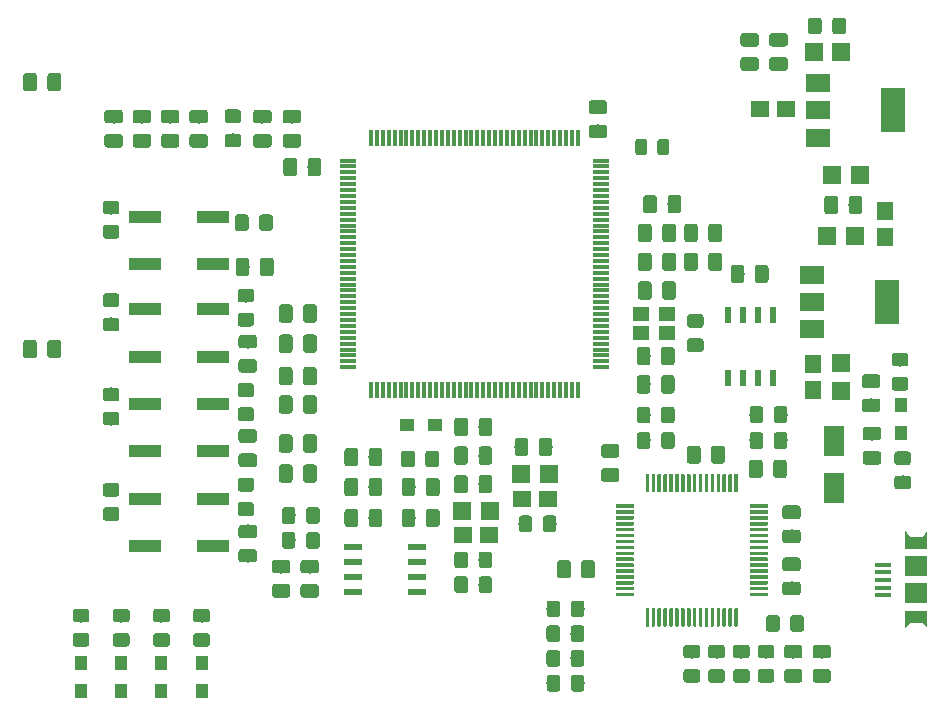
<source format=gtp>
G04 #@! TF.GenerationSoftware,KiCad,Pcbnew,5.0.2-bee76a0~70~ubuntu16.04.1*
G04 #@! TF.CreationDate,2020-05-07T16:47:39-03:00*
G04 #@! TF.ProjectId,FPGA para todos,46504741-2070-4617-9261-20746f646f73,1.2*
G04 #@! TF.SameCoordinates,Original*
G04 #@! TF.FileFunction,Paste,Top*
G04 #@! TF.FilePolarity,Positive*
%FSLAX46Y46*%
G04 Gerber Fmt 4.6, Leading zero omitted, Abs format (unit mm)*
G04 Created by KiCad (PCBNEW 5.0.2-bee76a0~70~ubuntu16.04.1) date jue 07 may 2020 16:47:39 -03*
%MOMM*%
%LPD*%
G01*
G04 APERTURE LIST*
%ADD10C,0.100000*%
%ADD11R,1.350000X0.400000*%
%ADD12R,1.900000X1.800000*%
%ADD13R,1.600000X1.500000*%
%ADD14R,1.500000X1.600000*%
%ADD15R,1.400000X1.200000*%
%ADD16R,2.750000X1.000000*%
%ADD17R,0.300000X1.450000*%
%ADD18R,1.450000X0.300000*%
%ADD19R,1.100000X1.250000*%
%ADD20R,1.250000X1.100000*%
%ADD21R,1.400000X1.600000*%
%ADD22R,1.600000X1.400000*%
%ADD23C,1.150000*%
%ADD24R,1.800000X2.500000*%
%ADD25C,0.975000*%
%ADD26R,2.000000X1.500000*%
%ADD27R,2.000000X3.800000*%
%ADD28C,0.300000*%
%ADD29R,0.600000X1.400000*%
%ADD30R,1.550000X0.600000*%
G04 APERTURE END LIST*
D10*
G04 #@! TO.C,J1*
G36*
X179450000Y-112850938D02*
X177550000Y-112850938D01*
X177550000Y-113900938D01*
X179450000Y-113900938D01*
X179450000Y-112850938D01*
G37*
G36*
X177550000Y-113900938D02*
X177550000Y-114350938D01*
X177650000Y-114350938D01*
X177900000Y-113950938D01*
X178050000Y-113900938D01*
X179000000Y-113900938D01*
X179150000Y-114000938D01*
X179450000Y-114350938D01*
X179450000Y-113900938D01*
X177550000Y-113900938D01*
G37*
G36*
X177550000Y-106600000D02*
X177550000Y-106150000D01*
X177650000Y-106150000D01*
X177900000Y-106550000D01*
X178050000Y-106600000D01*
X179000000Y-106600000D01*
X179150000Y-106500000D01*
X179450000Y-106150000D01*
X179450000Y-106600000D01*
X177550000Y-106600000D01*
G37*
G36*
X179450000Y-107650000D02*
X177550000Y-107650000D01*
X177550000Y-106600000D01*
X179450000Y-106600000D01*
X179450000Y-107650000D01*
G37*
G04 #@! TD*
D11*
G04 #@! TO.C,J1*
X175700000Y-111550000D03*
X175700000Y-108950000D03*
X175700000Y-110900000D03*
X175700000Y-109600000D03*
X175700000Y-110250000D03*
D12*
X178500000Y-111400000D03*
X178500000Y-109100000D03*
G04 #@! TD*
D13*
G04 #@! TO.C,C3*
X172150000Y-94260000D03*
X172150000Y-91900000D03*
G04 #@! TD*
D14*
G04 #@! TO.C,C4*
X170990000Y-81100000D03*
X173350000Y-81100000D03*
G04 #@! TD*
G04 #@! TO.C,C6*
X171350000Y-76000000D03*
X173710000Y-76000000D03*
G04 #@! TD*
G04 #@! TO.C,C7*
X169820000Y-65600000D03*
X172180000Y-65600000D03*
G04 #@! TD*
G04 #@! TO.C,C12*
X145070000Y-101300000D03*
X147430000Y-101300000D03*
G04 #@! TD*
G04 #@! TO.C,C14*
X140020000Y-104400000D03*
X142380000Y-104400000D03*
G04 #@! TD*
D15*
G04 #@! TO.C,X1*
X157400000Y-89350000D03*
X155200000Y-89350000D03*
X157400000Y-87750000D03*
X155200000Y-87750000D03*
G04 #@! TD*
D16*
G04 #@! TO.C,S1*
X118925000Y-83500000D03*
X118925000Y-79500000D03*
X113175000Y-83500000D03*
X113175000Y-79500000D03*
G04 #@! TD*
G04 #@! TO.C,S2*
X118925000Y-91350000D03*
X118925000Y-87350000D03*
X113175000Y-91350000D03*
X113175000Y-87350000D03*
G04 #@! TD*
G04 #@! TO.C,S3*
X118925000Y-99350000D03*
X118925000Y-95350000D03*
X113175000Y-99350000D03*
X113175000Y-95350000D03*
G04 #@! TD*
G04 #@! TO.C,S4*
X118925000Y-107400000D03*
X118925000Y-103400000D03*
X113175000Y-107400000D03*
X113175000Y-103400000D03*
G04 #@! TD*
D17*
G04 #@! TO.C,U3*
X132350000Y-72800000D03*
X132850000Y-72800000D03*
X133350000Y-72800000D03*
X133850000Y-72800000D03*
X134350000Y-72800000D03*
X134850000Y-72800000D03*
X135350000Y-72800000D03*
X135850000Y-72800000D03*
X136350000Y-72800000D03*
X136850000Y-72800000D03*
X137350000Y-72800000D03*
X137850000Y-72800000D03*
X138350000Y-72800000D03*
X138850000Y-72800000D03*
X139350000Y-72800000D03*
X139850000Y-72800000D03*
X140350000Y-72800000D03*
X140850000Y-72800000D03*
X141350000Y-72800000D03*
X141850000Y-72800000D03*
X142350000Y-72800000D03*
X142850000Y-72800000D03*
X143350000Y-72800000D03*
X143850000Y-72800000D03*
X144350000Y-72800000D03*
X144850000Y-72800000D03*
X145350000Y-72800000D03*
X145850000Y-72800000D03*
X146350000Y-72800000D03*
X146850000Y-72800000D03*
X147350000Y-72800000D03*
X147850000Y-72800000D03*
X148350000Y-72800000D03*
X148850000Y-72800000D03*
X149350000Y-72800000D03*
X149850000Y-72800000D03*
D18*
X151800000Y-74750000D03*
X151800000Y-75250000D03*
X151800000Y-75750000D03*
X151800000Y-76250000D03*
X151800000Y-76750000D03*
X151800000Y-77250000D03*
X151800000Y-77750000D03*
X151800000Y-78250000D03*
X151800000Y-78750000D03*
X151800000Y-79250000D03*
X151800000Y-79750000D03*
X151800000Y-80250000D03*
X151800000Y-80750000D03*
X151800000Y-81250000D03*
X151800000Y-81750000D03*
X151800000Y-82250000D03*
X151800000Y-82750000D03*
X151800000Y-83250000D03*
X151800000Y-83750000D03*
X151800000Y-84250000D03*
X151800000Y-84750000D03*
X151800000Y-85250000D03*
X151800000Y-85750000D03*
X151800000Y-86250000D03*
X151800000Y-86750000D03*
X151800000Y-87250000D03*
X151800000Y-87750000D03*
X151800000Y-88250000D03*
X151800000Y-88750000D03*
X151800000Y-89250000D03*
X151800000Y-89750000D03*
X151800000Y-90250000D03*
X151800000Y-90750000D03*
X151800000Y-91250000D03*
X151800000Y-91750000D03*
X151800000Y-92250000D03*
D17*
X149850000Y-94200000D03*
X149350000Y-94200000D03*
X148850000Y-94200000D03*
X148350000Y-94200000D03*
X147850000Y-94200000D03*
X147350000Y-94200000D03*
X146850000Y-94200000D03*
X146350000Y-94200000D03*
X145850000Y-94200000D03*
X145350000Y-94200000D03*
X144850000Y-94200000D03*
X144350000Y-94200000D03*
X143850000Y-94200000D03*
X143350000Y-94200000D03*
X142850000Y-94200000D03*
X142350000Y-94200000D03*
X141850000Y-94200000D03*
X141350000Y-94200000D03*
X140850000Y-94200000D03*
X140350000Y-94200000D03*
X139850000Y-94200000D03*
X139350000Y-94200000D03*
X138850000Y-94200000D03*
X138350000Y-94200000D03*
X137850000Y-94200000D03*
X137350000Y-94200000D03*
X136850000Y-94200000D03*
X136350000Y-94200000D03*
X135850000Y-94200000D03*
X135350000Y-94200000D03*
X134850000Y-94200000D03*
X134350000Y-94200000D03*
X133850000Y-94200000D03*
X133350000Y-94200000D03*
X132850000Y-94200000D03*
X132350000Y-94200000D03*
D18*
X130400000Y-92250000D03*
X130400000Y-91750000D03*
X130400000Y-91250000D03*
X130400000Y-90750000D03*
X130400000Y-90250000D03*
X130400000Y-89750000D03*
X130400000Y-89250000D03*
X130400000Y-88750000D03*
X130400000Y-88250000D03*
X130400000Y-87750000D03*
X130400000Y-87250000D03*
X130400000Y-86750000D03*
X130400000Y-86250000D03*
X130400000Y-85750000D03*
X130400000Y-85250000D03*
X130400000Y-84750000D03*
X130400000Y-84250000D03*
X130400000Y-83750000D03*
X130400000Y-83250000D03*
X130400000Y-82750000D03*
X130400000Y-82250000D03*
X130400000Y-81750000D03*
X130400000Y-81250000D03*
X130400000Y-80750000D03*
X130400000Y-80250000D03*
X130400000Y-79750000D03*
X130400000Y-79250000D03*
X130400000Y-78750000D03*
X130400000Y-78250000D03*
X130400000Y-77750000D03*
X130400000Y-77250000D03*
X130400000Y-76750000D03*
X130400000Y-76250000D03*
X130400000Y-75750000D03*
X130400000Y-75250000D03*
X130400000Y-74750000D03*
G04 #@! TD*
D19*
G04 #@! TO.C,D2*
X177200000Y-97825000D03*
X177200000Y-95475000D03*
G04 #@! TD*
G04 #@! TO.C,D3*
X107800000Y-119625000D03*
X107800000Y-117275000D03*
G04 #@! TD*
G04 #@! TO.C,D4*
X111200000Y-119625000D03*
X111200000Y-117275000D03*
G04 #@! TD*
G04 #@! TO.C,D5*
X114600000Y-119625000D03*
X114600000Y-117275000D03*
G04 #@! TD*
G04 #@! TO.C,D6*
X118000000Y-119625000D03*
X118000000Y-117275000D03*
G04 #@! TD*
D20*
G04 #@! TO.C,D8*
X137775000Y-97150000D03*
X135425000Y-97150000D03*
G04 #@! TD*
D21*
G04 #@! TO.C,FB1*
X169750000Y-94200000D03*
X169750000Y-92000000D03*
G04 #@! TD*
G04 #@! TO.C,FB2*
X175850000Y-81200000D03*
X175850000Y-79000000D03*
G04 #@! TD*
D22*
G04 #@! TO.C,FB3*
X167450000Y-70350000D03*
X165250000Y-70350000D03*
G04 #@! TD*
G04 #@! TO.C,FB4*
X145150000Y-103400000D03*
X147350000Y-103400000D03*
G04 #@! TD*
G04 #@! TO.C,FB5*
X140100000Y-106450000D03*
X142300000Y-106450000D03*
G04 #@! TD*
D10*
G04 #@! TO.C,R36*
G36*
X160274505Y-87751204D02*
X160298773Y-87754804D01*
X160322572Y-87760765D01*
X160345671Y-87769030D01*
X160367850Y-87779520D01*
X160388893Y-87792132D01*
X160408599Y-87806747D01*
X160426777Y-87823223D01*
X160443253Y-87841401D01*
X160457868Y-87861107D01*
X160470480Y-87882150D01*
X160480970Y-87904329D01*
X160489235Y-87927428D01*
X160495196Y-87951227D01*
X160498796Y-87975495D01*
X160500000Y-87999999D01*
X160500000Y-88650001D01*
X160498796Y-88674505D01*
X160495196Y-88698773D01*
X160489235Y-88722572D01*
X160480970Y-88745671D01*
X160470480Y-88767850D01*
X160457868Y-88788893D01*
X160443253Y-88808599D01*
X160426777Y-88826777D01*
X160408599Y-88843253D01*
X160388893Y-88857868D01*
X160367850Y-88870480D01*
X160345671Y-88880970D01*
X160322572Y-88889235D01*
X160298773Y-88895196D01*
X160274505Y-88898796D01*
X160250001Y-88900000D01*
X159349999Y-88900000D01*
X159325495Y-88898796D01*
X159301227Y-88895196D01*
X159277428Y-88889235D01*
X159254329Y-88880970D01*
X159232150Y-88870480D01*
X159211107Y-88857868D01*
X159191401Y-88843253D01*
X159173223Y-88826777D01*
X159156747Y-88808599D01*
X159142132Y-88788893D01*
X159129520Y-88767850D01*
X159119030Y-88745671D01*
X159110765Y-88722572D01*
X159104804Y-88698773D01*
X159101204Y-88674505D01*
X159100000Y-88650001D01*
X159100000Y-87999999D01*
X159101204Y-87975495D01*
X159104804Y-87951227D01*
X159110765Y-87927428D01*
X159119030Y-87904329D01*
X159129520Y-87882150D01*
X159142132Y-87861107D01*
X159156747Y-87841401D01*
X159173223Y-87823223D01*
X159191401Y-87806747D01*
X159211107Y-87792132D01*
X159232150Y-87779520D01*
X159254329Y-87769030D01*
X159277428Y-87760765D01*
X159301227Y-87754804D01*
X159325495Y-87751204D01*
X159349999Y-87750000D01*
X160250001Y-87750000D01*
X160274505Y-87751204D01*
X160274505Y-87751204D01*
G37*
D23*
X159800000Y-88325000D03*
D10*
G36*
X160274505Y-89801204D02*
X160298773Y-89804804D01*
X160322572Y-89810765D01*
X160345671Y-89819030D01*
X160367850Y-89829520D01*
X160388893Y-89842132D01*
X160408599Y-89856747D01*
X160426777Y-89873223D01*
X160443253Y-89891401D01*
X160457868Y-89911107D01*
X160470480Y-89932150D01*
X160480970Y-89954329D01*
X160489235Y-89977428D01*
X160495196Y-90001227D01*
X160498796Y-90025495D01*
X160500000Y-90049999D01*
X160500000Y-90700001D01*
X160498796Y-90724505D01*
X160495196Y-90748773D01*
X160489235Y-90772572D01*
X160480970Y-90795671D01*
X160470480Y-90817850D01*
X160457868Y-90838893D01*
X160443253Y-90858599D01*
X160426777Y-90876777D01*
X160408599Y-90893253D01*
X160388893Y-90907868D01*
X160367850Y-90920480D01*
X160345671Y-90930970D01*
X160322572Y-90939235D01*
X160298773Y-90945196D01*
X160274505Y-90948796D01*
X160250001Y-90950000D01*
X159349999Y-90950000D01*
X159325495Y-90948796D01*
X159301227Y-90945196D01*
X159277428Y-90939235D01*
X159254329Y-90930970D01*
X159232150Y-90920480D01*
X159211107Y-90907868D01*
X159191401Y-90893253D01*
X159173223Y-90876777D01*
X159156747Y-90858599D01*
X159142132Y-90838893D01*
X159129520Y-90817850D01*
X159119030Y-90795671D01*
X159110765Y-90772572D01*
X159104804Y-90748773D01*
X159101204Y-90724505D01*
X159100000Y-90700001D01*
X159100000Y-90049999D01*
X159101204Y-90025495D01*
X159104804Y-90001227D01*
X159110765Y-89977428D01*
X159119030Y-89954329D01*
X159129520Y-89932150D01*
X159142132Y-89911107D01*
X159156747Y-89891401D01*
X159173223Y-89873223D01*
X159191401Y-89856747D01*
X159211107Y-89842132D01*
X159232150Y-89829520D01*
X159254329Y-89819030D01*
X159277428Y-89810765D01*
X159301227Y-89804804D01*
X159325495Y-89801204D01*
X159349999Y-89800000D01*
X160250001Y-89800000D01*
X160274505Y-89801204D01*
X160274505Y-89801204D01*
G37*
D23*
X159800000Y-90375000D03*
G04 #@! TD*
D10*
G04 #@! TO.C,C57*
G36*
X163724910Y-83576202D02*
X163749135Y-83579795D01*
X163772891Y-83585746D01*
X163795949Y-83593996D01*
X163818087Y-83604467D01*
X163839093Y-83617057D01*
X163858763Y-83631645D01*
X163876908Y-83648092D01*
X163893355Y-83666237D01*
X163907943Y-83685907D01*
X163920533Y-83706913D01*
X163931004Y-83729051D01*
X163939254Y-83752109D01*
X163945205Y-83775865D01*
X163948798Y-83800090D01*
X163950000Y-83824550D01*
X163950000Y-84875450D01*
X163948798Y-84899910D01*
X163945205Y-84924135D01*
X163939254Y-84947891D01*
X163931004Y-84970949D01*
X163920533Y-84993087D01*
X163907943Y-85014093D01*
X163893355Y-85033763D01*
X163876908Y-85051908D01*
X163858763Y-85068355D01*
X163839093Y-85082943D01*
X163818087Y-85095533D01*
X163795949Y-85106004D01*
X163772891Y-85114254D01*
X163749135Y-85120205D01*
X163724910Y-85123798D01*
X163700450Y-85125000D01*
X163049550Y-85125000D01*
X163025090Y-85123798D01*
X163000865Y-85120205D01*
X162977109Y-85114254D01*
X162954051Y-85106004D01*
X162931913Y-85095533D01*
X162910907Y-85082943D01*
X162891237Y-85068355D01*
X162873092Y-85051908D01*
X162856645Y-85033763D01*
X162842057Y-85014093D01*
X162829467Y-84993087D01*
X162818996Y-84970949D01*
X162810746Y-84947891D01*
X162804795Y-84924135D01*
X162801202Y-84899910D01*
X162800000Y-84875450D01*
X162800000Y-83824550D01*
X162801202Y-83800090D01*
X162804795Y-83775865D01*
X162810746Y-83752109D01*
X162818996Y-83729051D01*
X162829467Y-83706913D01*
X162842057Y-83685907D01*
X162856645Y-83666237D01*
X162873092Y-83648092D01*
X162891237Y-83631645D01*
X162910907Y-83617057D01*
X162931913Y-83604467D01*
X162954051Y-83593996D01*
X162977109Y-83585746D01*
X163000865Y-83579795D01*
X163025090Y-83576202D01*
X163049550Y-83575000D01*
X163700450Y-83575000D01*
X163724910Y-83576202D01*
X163724910Y-83576202D01*
G37*
D23*
X163375000Y-84350000D03*
D10*
G36*
X165774910Y-83576202D02*
X165799135Y-83579795D01*
X165822891Y-83585746D01*
X165845949Y-83593996D01*
X165868087Y-83604467D01*
X165889093Y-83617057D01*
X165908763Y-83631645D01*
X165926908Y-83648092D01*
X165943355Y-83666237D01*
X165957943Y-83685907D01*
X165970533Y-83706913D01*
X165981004Y-83729051D01*
X165989254Y-83752109D01*
X165995205Y-83775865D01*
X165998798Y-83800090D01*
X166000000Y-83824550D01*
X166000000Y-84875450D01*
X165998798Y-84899910D01*
X165995205Y-84924135D01*
X165989254Y-84947891D01*
X165981004Y-84970949D01*
X165970533Y-84993087D01*
X165957943Y-85014093D01*
X165943355Y-85033763D01*
X165926908Y-85051908D01*
X165908763Y-85068355D01*
X165889093Y-85082943D01*
X165868087Y-85095533D01*
X165845949Y-85106004D01*
X165822891Y-85114254D01*
X165799135Y-85120205D01*
X165774910Y-85123798D01*
X165750450Y-85125000D01*
X165099550Y-85125000D01*
X165075090Y-85123798D01*
X165050865Y-85120205D01*
X165027109Y-85114254D01*
X165004051Y-85106004D01*
X164981913Y-85095533D01*
X164960907Y-85082943D01*
X164941237Y-85068355D01*
X164923092Y-85051908D01*
X164906645Y-85033763D01*
X164892057Y-85014093D01*
X164879467Y-84993087D01*
X164868996Y-84970949D01*
X164860746Y-84947891D01*
X164854795Y-84924135D01*
X164851202Y-84899910D01*
X164850000Y-84875450D01*
X164850000Y-83824550D01*
X164851202Y-83800090D01*
X164854795Y-83775865D01*
X164860746Y-83752109D01*
X164868996Y-83729051D01*
X164879467Y-83706913D01*
X164892057Y-83685907D01*
X164906645Y-83666237D01*
X164923092Y-83648092D01*
X164941237Y-83631645D01*
X164960907Y-83617057D01*
X164981913Y-83604467D01*
X165004051Y-83593996D01*
X165027109Y-83585746D01*
X165050865Y-83579795D01*
X165075090Y-83576202D01*
X165099550Y-83575000D01*
X165750450Y-83575000D01*
X165774910Y-83576202D01*
X165774910Y-83576202D01*
G37*
D23*
X165425000Y-84350000D03*
G04 #@! TD*
D10*
G04 #@! TO.C,C33*
G36*
X152099910Y-69651202D02*
X152124135Y-69654795D01*
X152147891Y-69660746D01*
X152170949Y-69668996D01*
X152193087Y-69679467D01*
X152214093Y-69692057D01*
X152233763Y-69706645D01*
X152251908Y-69723092D01*
X152268355Y-69741237D01*
X152282943Y-69760907D01*
X152295533Y-69781913D01*
X152306004Y-69804051D01*
X152314254Y-69827109D01*
X152320205Y-69850865D01*
X152323798Y-69875090D01*
X152325000Y-69899550D01*
X152325000Y-70550450D01*
X152323798Y-70574910D01*
X152320205Y-70599135D01*
X152314254Y-70622891D01*
X152306004Y-70645949D01*
X152295533Y-70668087D01*
X152282943Y-70689093D01*
X152268355Y-70708763D01*
X152251908Y-70726908D01*
X152233763Y-70743355D01*
X152214093Y-70757943D01*
X152193087Y-70770533D01*
X152170949Y-70781004D01*
X152147891Y-70789254D01*
X152124135Y-70795205D01*
X152099910Y-70798798D01*
X152075450Y-70800000D01*
X151024550Y-70800000D01*
X151000090Y-70798798D01*
X150975865Y-70795205D01*
X150952109Y-70789254D01*
X150929051Y-70781004D01*
X150906913Y-70770533D01*
X150885907Y-70757943D01*
X150866237Y-70743355D01*
X150848092Y-70726908D01*
X150831645Y-70708763D01*
X150817057Y-70689093D01*
X150804467Y-70668087D01*
X150793996Y-70645949D01*
X150785746Y-70622891D01*
X150779795Y-70599135D01*
X150776202Y-70574910D01*
X150775000Y-70550450D01*
X150775000Y-69899550D01*
X150776202Y-69875090D01*
X150779795Y-69850865D01*
X150785746Y-69827109D01*
X150793996Y-69804051D01*
X150804467Y-69781913D01*
X150817057Y-69760907D01*
X150831645Y-69741237D01*
X150848092Y-69723092D01*
X150866237Y-69706645D01*
X150885907Y-69692057D01*
X150906913Y-69679467D01*
X150929051Y-69668996D01*
X150952109Y-69660746D01*
X150975865Y-69654795D01*
X151000090Y-69651202D01*
X151024550Y-69650000D01*
X152075450Y-69650000D01*
X152099910Y-69651202D01*
X152099910Y-69651202D01*
G37*
D23*
X151550000Y-70225000D03*
D10*
G36*
X152099910Y-71701202D02*
X152124135Y-71704795D01*
X152147891Y-71710746D01*
X152170949Y-71718996D01*
X152193087Y-71729467D01*
X152214093Y-71742057D01*
X152233763Y-71756645D01*
X152251908Y-71773092D01*
X152268355Y-71791237D01*
X152282943Y-71810907D01*
X152295533Y-71831913D01*
X152306004Y-71854051D01*
X152314254Y-71877109D01*
X152320205Y-71900865D01*
X152323798Y-71925090D01*
X152325000Y-71949550D01*
X152325000Y-72600450D01*
X152323798Y-72624910D01*
X152320205Y-72649135D01*
X152314254Y-72672891D01*
X152306004Y-72695949D01*
X152295533Y-72718087D01*
X152282943Y-72739093D01*
X152268355Y-72758763D01*
X152251908Y-72776908D01*
X152233763Y-72793355D01*
X152214093Y-72807943D01*
X152193087Y-72820533D01*
X152170949Y-72831004D01*
X152147891Y-72839254D01*
X152124135Y-72845205D01*
X152099910Y-72848798D01*
X152075450Y-72850000D01*
X151024550Y-72850000D01*
X151000090Y-72848798D01*
X150975865Y-72845205D01*
X150952109Y-72839254D01*
X150929051Y-72831004D01*
X150906913Y-72820533D01*
X150885907Y-72807943D01*
X150866237Y-72793355D01*
X150848092Y-72776908D01*
X150831645Y-72758763D01*
X150817057Y-72739093D01*
X150804467Y-72718087D01*
X150793996Y-72695949D01*
X150785746Y-72672891D01*
X150779795Y-72649135D01*
X150776202Y-72624910D01*
X150775000Y-72600450D01*
X150775000Y-71949550D01*
X150776202Y-71925090D01*
X150779795Y-71900865D01*
X150785746Y-71877109D01*
X150793996Y-71854051D01*
X150804467Y-71831913D01*
X150817057Y-71810907D01*
X150831645Y-71791237D01*
X150848092Y-71773092D01*
X150866237Y-71756645D01*
X150885907Y-71742057D01*
X150906913Y-71729467D01*
X150929051Y-71718996D01*
X150952109Y-71710746D01*
X150975865Y-71704795D01*
X151000090Y-71701202D01*
X151024550Y-71700000D01*
X152075450Y-71700000D01*
X152099910Y-71701202D01*
X152099910Y-71701202D01*
G37*
D23*
X151550000Y-72275000D03*
G04 #@! TD*
D10*
G04 #@! TO.C,C1*
G36*
X175299910Y-99351202D02*
X175324135Y-99354795D01*
X175347891Y-99360746D01*
X175370949Y-99368996D01*
X175393087Y-99379467D01*
X175414093Y-99392057D01*
X175433763Y-99406645D01*
X175451908Y-99423092D01*
X175468355Y-99441237D01*
X175482943Y-99460907D01*
X175495533Y-99481913D01*
X175506004Y-99504051D01*
X175514254Y-99527109D01*
X175520205Y-99550865D01*
X175523798Y-99575090D01*
X175525000Y-99599550D01*
X175525000Y-100250450D01*
X175523798Y-100274910D01*
X175520205Y-100299135D01*
X175514254Y-100322891D01*
X175506004Y-100345949D01*
X175495533Y-100368087D01*
X175482943Y-100389093D01*
X175468355Y-100408763D01*
X175451908Y-100426908D01*
X175433763Y-100443355D01*
X175414093Y-100457943D01*
X175393087Y-100470533D01*
X175370949Y-100481004D01*
X175347891Y-100489254D01*
X175324135Y-100495205D01*
X175299910Y-100498798D01*
X175275450Y-100500000D01*
X174224550Y-100500000D01*
X174200090Y-100498798D01*
X174175865Y-100495205D01*
X174152109Y-100489254D01*
X174129051Y-100481004D01*
X174106913Y-100470533D01*
X174085907Y-100457943D01*
X174066237Y-100443355D01*
X174048092Y-100426908D01*
X174031645Y-100408763D01*
X174017057Y-100389093D01*
X174004467Y-100368087D01*
X173993996Y-100345949D01*
X173985746Y-100322891D01*
X173979795Y-100299135D01*
X173976202Y-100274910D01*
X173975000Y-100250450D01*
X173975000Y-99599550D01*
X173976202Y-99575090D01*
X173979795Y-99550865D01*
X173985746Y-99527109D01*
X173993996Y-99504051D01*
X174004467Y-99481913D01*
X174017057Y-99460907D01*
X174031645Y-99441237D01*
X174048092Y-99423092D01*
X174066237Y-99406645D01*
X174085907Y-99392057D01*
X174106913Y-99379467D01*
X174129051Y-99368996D01*
X174152109Y-99360746D01*
X174175865Y-99354795D01*
X174200090Y-99351202D01*
X174224550Y-99350000D01*
X175275450Y-99350000D01*
X175299910Y-99351202D01*
X175299910Y-99351202D01*
G37*
D23*
X174750000Y-99925000D03*
D10*
G36*
X175299910Y-97301202D02*
X175324135Y-97304795D01*
X175347891Y-97310746D01*
X175370949Y-97318996D01*
X175393087Y-97329467D01*
X175414093Y-97342057D01*
X175433763Y-97356645D01*
X175451908Y-97373092D01*
X175468355Y-97391237D01*
X175482943Y-97410907D01*
X175495533Y-97431913D01*
X175506004Y-97454051D01*
X175514254Y-97477109D01*
X175520205Y-97500865D01*
X175523798Y-97525090D01*
X175525000Y-97549550D01*
X175525000Y-98200450D01*
X175523798Y-98224910D01*
X175520205Y-98249135D01*
X175514254Y-98272891D01*
X175506004Y-98295949D01*
X175495533Y-98318087D01*
X175482943Y-98339093D01*
X175468355Y-98358763D01*
X175451908Y-98376908D01*
X175433763Y-98393355D01*
X175414093Y-98407943D01*
X175393087Y-98420533D01*
X175370949Y-98431004D01*
X175347891Y-98439254D01*
X175324135Y-98445205D01*
X175299910Y-98448798D01*
X175275450Y-98450000D01*
X174224550Y-98450000D01*
X174200090Y-98448798D01*
X174175865Y-98445205D01*
X174152109Y-98439254D01*
X174129051Y-98431004D01*
X174106913Y-98420533D01*
X174085907Y-98407943D01*
X174066237Y-98393355D01*
X174048092Y-98376908D01*
X174031645Y-98358763D01*
X174017057Y-98339093D01*
X174004467Y-98318087D01*
X173993996Y-98295949D01*
X173985746Y-98272891D01*
X173979795Y-98249135D01*
X173976202Y-98224910D01*
X173975000Y-98200450D01*
X173975000Y-97549550D01*
X173976202Y-97525090D01*
X173979795Y-97500865D01*
X173985746Y-97477109D01*
X173993996Y-97454051D01*
X174004467Y-97431913D01*
X174017057Y-97410907D01*
X174031645Y-97391237D01*
X174048092Y-97373092D01*
X174066237Y-97356645D01*
X174085907Y-97342057D01*
X174106913Y-97329467D01*
X174129051Y-97318996D01*
X174152109Y-97310746D01*
X174175865Y-97304795D01*
X174200090Y-97301202D01*
X174224550Y-97300000D01*
X175275450Y-97300000D01*
X175299910Y-97301202D01*
X175299910Y-97301202D01*
G37*
D23*
X174750000Y-97875000D03*
G04 #@! TD*
D10*
G04 #@! TO.C,C2*
G36*
X175249910Y-92851202D02*
X175274135Y-92854795D01*
X175297891Y-92860746D01*
X175320949Y-92868996D01*
X175343087Y-92879467D01*
X175364093Y-92892057D01*
X175383763Y-92906645D01*
X175401908Y-92923092D01*
X175418355Y-92941237D01*
X175432943Y-92960907D01*
X175445533Y-92981913D01*
X175456004Y-93004051D01*
X175464254Y-93027109D01*
X175470205Y-93050865D01*
X175473798Y-93075090D01*
X175475000Y-93099550D01*
X175475000Y-93750450D01*
X175473798Y-93774910D01*
X175470205Y-93799135D01*
X175464254Y-93822891D01*
X175456004Y-93845949D01*
X175445533Y-93868087D01*
X175432943Y-93889093D01*
X175418355Y-93908763D01*
X175401908Y-93926908D01*
X175383763Y-93943355D01*
X175364093Y-93957943D01*
X175343087Y-93970533D01*
X175320949Y-93981004D01*
X175297891Y-93989254D01*
X175274135Y-93995205D01*
X175249910Y-93998798D01*
X175225450Y-94000000D01*
X174174550Y-94000000D01*
X174150090Y-93998798D01*
X174125865Y-93995205D01*
X174102109Y-93989254D01*
X174079051Y-93981004D01*
X174056913Y-93970533D01*
X174035907Y-93957943D01*
X174016237Y-93943355D01*
X173998092Y-93926908D01*
X173981645Y-93908763D01*
X173967057Y-93889093D01*
X173954467Y-93868087D01*
X173943996Y-93845949D01*
X173935746Y-93822891D01*
X173929795Y-93799135D01*
X173926202Y-93774910D01*
X173925000Y-93750450D01*
X173925000Y-93099550D01*
X173926202Y-93075090D01*
X173929795Y-93050865D01*
X173935746Y-93027109D01*
X173943996Y-93004051D01*
X173954467Y-92981913D01*
X173967057Y-92960907D01*
X173981645Y-92941237D01*
X173998092Y-92923092D01*
X174016237Y-92906645D01*
X174035907Y-92892057D01*
X174056913Y-92879467D01*
X174079051Y-92868996D01*
X174102109Y-92860746D01*
X174125865Y-92854795D01*
X174150090Y-92851202D01*
X174174550Y-92850000D01*
X175225450Y-92850000D01*
X175249910Y-92851202D01*
X175249910Y-92851202D01*
G37*
D23*
X174700000Y-93425000D03*
D10*
G36*
X175249910Y-94901202D02*
X175274135Y-94904795D01*
X175297891Y-94910746D01*
X175320949Y-94918996D01*
X175343087Y-94929467D01*
X175364093Y-94942057D01*
X175383763Y-94956645D01*
X175401908Y-94973092D01*
X175418355Y-94991237D01*
X175432943Y-95010907D01*
X175445533Y-95031913D01*
X175456004Y-95054051D01*
X175464254Y-95077109D01*
X175470205Y-95100865D01*
X175473798Y-95125090D01*
X175475000Y-95149550D01*
X175475000Y-95800450D01*
X175473798Y-95824910D01*
X175470205Y-95849135D01*
X175464254Y-95872891D01*
X175456004Y-95895949D01*
X175445533Y-95918087D01*
X175432943Y-95939093D01*
X175418355Y-95958763D01*
X175401908Y-95976908D01*
X175383763Y-95993355D01*
X175364093Y-96007943D01*
X175343087Y-96020533D01*
X175320949Y-96031004D01*
X175297891Y-96039254D01*
X175274135Y-96045205D01*
X175249910Y-96048798D01*
X175225450Y-96050000D01*
X174174550Y-96050000D01*
X174150090Y-96048798D01*
X174125865Y-96045205D01*
X174102109Y-96039254D01*
X174079051Y-96031004D01*
X174056913Y-96020533D01*
X174035907Y-96007943D01*
X174016237Y-95993355D01*
X173998092Y-95976908D01*
X173981645Y-95958763D01*
X173967057Y-95939093D01*
X173954467Y-95918087D01*
X173943996Y-95895949D01*
X173935746Y-95872891D01*
X173929795Y-95849135D01*
X173926202Y-95824910D01*
X173925000Y-95800450D01*
X173925000Y-95149550D01*
X173926202Y-95125090D01*
X173929795Y-95100865D01*
X173935746Y-95077109D01*
X173943996Y-95054051D01*
X173954467Y-95031913D01*
X173967057Y-95010907D01*
X173981645Y-94991237D01*
X173998092Y-94973092D01*
X174016237Y-94956645D01*
X174035907Y-94942057D01*
X174056913Y-94929467D01*
X174079051Y-94918996D01*
X174102109Y-94910746D01*
X174125865Y-94904795D01*
X174150090Y-94901202D01*
X174174550Y-94900000D01*
X175225450Y-94900000D01*
X175249910Y-94901202D01*
X175249910Y-94901202D01*
G37*
D23*
X174700000Y-95475000D03*
G04 #@! TD*
D10*
G04 #@! TO.C,C5*
G36*
X173699910Y-77726202D02*
X173724135Y-77729795D01*
X173747891Y-77735746D01*
X173770949Y-77743996D01*
X173793087Y-77754467D01*
X173814093Y-77767057D01*
X173833763Y-77781645D01*
X173851908Y-77798092D01*
X173868355Y-77816237D01*
X173882943Y-77835907D01*
X173895533Y-77856913D01*
X173906004Y-77879051D01*
X173914254Y-77902109D01*
X173920205Y-77925865D01*
X173923798Y-77950090D01*
X173925000Y-77974550D01*
X173925000Y-79025450D01*
X173923798Y-79049910D01*
X173920205Y-79074135D01*
X173914254Y-79097891D01*
X173906004Y-79120949D01*
X173895533Y-79143087D01*
X173882943Y-79164093D01*
X173868355Y-79183763D01*
X173851908Y-79201908D01*
X173833763Y-79218355D01*
X173814093Y-79232943D01*
X173793087Y-79245533D01*
X173770949Y-79256004D01*
X173747891Y-79264254D01*
X173724135Y-79270205D01*
X173699910Y-79273798D01*
X173675450Y-79275000D01*
X173024550Y-79275000D01*
X173000090Y-79273798D01*
X172975865Y-79270205D01*
X172952109Y-79264254D01*
X172929051Y-79256004D01*
X172906913Y-79245533D01*
X172885907Y-79232943D01*
X172866237Y-79218355D01*
X172848092Y-79201908D01*
X172831645Y-79183763D01*
X172817057Y-79164093D01*
X172804467Y-79143087D01*
X172793996Y-79120949D01*
X172785746Y-79097891D01*
X172779795Y-79074135D01*
X172776202Y-79049910D01*
X172775000Y-79025450D01*
X172775000Y-77974550D01*
X172776202Y-77950090D01*
X172779795Y-77925865D01*
X172785746Y-77902109D01*
X172793996Y-77879051D01*
X172804467Y-77856913D01*
X172817057Y-77835907D01*
X172831645Y-77816237D01*
X172848092Y-77798092D01*
X172866237Y-77781645D01*
X172885907Y-77767057D01*
X172906913Y-77754467D01*
X172929051Y-77743996D01*
X172952109Y-77735746D01*
X172975865Y-77729795D01*
X173000090Y-77726202D01*
X173024550Y-77725000D01*
X173675450Y-77725000D01*
X173699910Y-77726202D01*
X173699910Y-77726202D01*
G37*
D23*
X173350000Y-78500000D03*
D10*
G36*
X171649910Y-77726202D02*
X171674135Y-77729795D01*
X171697891Y-77735746D01*
X171720949Y-77743996D01*
X171743087Y-77754467D01*
X171764093Y-77767057D01*
X171783763Y-77781645D01*
X171801908Y-77798092D01*
X171818355Y-77816237D01*
X171832943Y-77835907D01*
X171845533Y-77856913D01*
X171856004Y-77879051D01*
X171864254Y-77902109D01*
X171870205Y-77925865D01*
X171873798Y-77950090D01*
X171875000Y-77974550D01*
X171875000Y-79025450D01*
X171873798Y-79049910D01*
X171870205Y-79074135D01*
X171864254Y-79097891D01*
X171856004Y-79120949D01*
X171845533Y-79143087D01*
X171832943Y-79164093D01*
X171818355Y-79183763D01*
X171801908Y-79201908D01*
X171783763Y-79218355D01*
X171764093Y-79232943D01*
X171743087Y-79245533D01*
X171720949Y-79256004D01*
X171697891Y-79264254D01*
X171674135Y-79270205D01*
X171649910Y-79273798D01*
X171625450Y-79275000D01*
X170974550Y-79275000D01*
X170950090Y-79273798D01*
X170925865Y-79270205D01*
X170902109Y-79264254D01*
X170879051Y-79256004D01*
X170856913Y-79245533D01*
X170835907Y-79232943D01*
X170816237Y-79218355D01*
X170798092Y-79201908D01*
X170781645Y-79183763D01*
X170767057Y-79164093D01*
X170754467Y-79143087D01*
X170743996Y-79120949D01*
X170735746Y-79097891D01*
X170729795Y-79074135D01*
X170726202Y-79049910D01*
X170725000Y-79025450D01*
X170725000Y-77974550D01*
X170726202Y-77950090D01*
X170729795Y-77925865D01*
X170735746Y-77902109D01*
X170743996Y-77879051D01*
X170754467Y-77856913D01*
X170767057Y-77835907D01*
X170781645Y-77816237D01*
X170798092Y-77798092D01*
X170816237Y-77781645D01*
X170835907Y-77767057D01*
X170856913Y-77754467D01*
X170879051Y-77743996D01*
X170902109Y-77735746D01*
X170925865Y-77729795D01*
X170950090Y-77726202D01*
X170974550Y-77725000D01*
X171625450Y-77725000D01*
X171649910Y-77726202D01*
X171649910Y-77726202D01*
G37*
D23*
X171300000Y-78500000D03*
G04 #@! TD*
D10*
G04 #@! TO.C,C8*
G36*
X123874910Y-82976202D02*
X123899135Y-82979795D01*
X123922891Y-82985746D01*
X123945949Y-82993996D01*
X123968087Y-83004467D01*
X123989093Y-83017057D01*
X124008763Y-83031645D01*
X124026908Y-83048092D01*
X124043355Y-83066237D01*
X124057943Y-83085907D01*
X124070533Y-83106913D01*
X124081004Y-83129051D01*
X124089254Y-83152109D01*
X124095205Y-83175865D01*
X124098798Y-83200090D01*
X124100000Y-83224550D01*
X124100000Y-84275450D01*
X124098798Y-84299910D01*
X124095205Y-84324135D01*
X124089254Y-84347891D01*
X124081004Y-84370949D01*
X124070533Y-84393087D01*
X124057943Y-84414093D01*
X124043355Y-84433763D01*
X124026908Y-84451908D01*
X124008763Y-84468355D01*
X123989093Y-84482943D01*
X123968087Y-84495533D01*
X123945949Y-84506004D01*
X123922891Y-84514254D01*
X123899135Y-84520205D01*
X123874910Y-84523798D01*
X123850450Y-84525000D01*
X123199550Y-84525000D01*
X123175090Y-84523798D01*
X123150865Y-84520205D01*
X123127109Y-84514254D01*
X123104051Y-84506004D01*
X123081913Y-84495533D01*
X123060907Y-84482943D01*
X123041237Y-84468355D01*
X123023092Y-84451908D01*
X123006645Y-84433763D01*
X122992057Y-84414093D01*
X122979467Y-84393087D01*
X122968996Y-84370949D01*
X122960746Y-84347891D01*
X122954795Y-84324135D01*
X122951202Y-84299910D01*
X122950000Y-84275450D01*
X122950000Y-83224550D01*
X122951202Y-83200090D01*
X122954795Y-83175865D01*
X122960746Y-83152109D01*
X122968996Y-83129051D01*
X122979467Y-83106913D01*
X122992057Y-83085907D01*
X123006645Y-83066237D01*
X123023092Y-83048092D01*
X123041237Y-83031645D01*
X123060907Y-83017057D01*
X123081913Y-83004467D01*
X123104051Y-82993996D01*
X123127109Y-82985746D01*
X123150865Y-82979795D01*
X123175090Y-82976202D01*
X123199550Y-82975000D01*
X123850450Y-82975000D01*
X123874910Y-82976202D01*
X123874910Y-82976202D01*
G37*
D23*
X123525000Y-83750000D03*
D10*
G36*
X121824910Y-82976202D02*
X121849135Y-82979795D01*
X121872891Y-82985746D01*
X121895949Y-82993996D01*
X121918087Y-83004467D01*
X121939093Y-83017057D01*
X121958763Y-83031645D01*
X121976908Y-83048092D01*
X121993355Y-83066237D01*
X122007943Y-83085907D01*
X122020533Y-83106913D01*
X122031004Y-83129051D01*
X122039254Y-83152109D01*
X122045205Y-83175865D01*
X122048798Y-83200090D01*
X122050000Y-83224550D01*
X122050000Y-84275450D01*
X122048798Y-84299910D01*
X122045205Y-84324135D01*
X122039254Y-84347891D01*
X122031004Y-84370949D01*
X122020533Y-84393087D01*
X122007943Y-84414093D01*
X121993355Y-84433763D01*
X121976908Y-84451908D01*
X121958763Y-84468355D01*
X121939093Y-84482943D01*
X121918087Y-84495533D01*
X121895949Y-84506004D01*
X121872891Y-84514254D01*
X121849135Y-84520205D01*
X121824910Y-84523798D01*
X121800450Y-84525000D01*
X121149550Y-84525000D01*
X121125090Y-84523798D01*
X121100865Y-84520205D01*
X121077109Y-84514254D01*
X121054051Y-84506004D01*
X121031913Y-84495533D01*
X121010907Y-84482943D01*
X120991237Y-84468355D01*
X120973092Y-84451908D01*
X120956645Y-84433763D01*
X120942057Y-84414093D01*
X120929467Y-84393087D01*
X120918996Y-84370949D01*
X120910746Y-84347891D01*
X120904795Y-84324135D01*
X120901202Y-84299910D01*
X120900000Y-84275450D01*
X120900000Y-83224550D01*
X120901202Y-83200090D01*
X120904795Y-83175865D01*
X120910746Y-83152109D01*
X120918996Y-83129051D01*
X120929467Y-83106913D01*
X120942057Y-83085907D01*
X120956645Y-83066237D01*
X120973092Y-83048092D01*
X120991237Y-83031645D01*
X121010907Y-83017057D01*
X121031913Y-83004467D01*
X121054051Y-82993996D01*
X121077109Y-82985746D01*
X121100865Y-82979795D01*
X121125090Y-82976202D01*
X121149550Y-82975000D01*
X121800450Y-82975000D01*
X121824910Y-82976202D01*
X121824910Y-82976202D01*
G37*
D23*
X121475000Y-83750000D03*
G04 #@! TD*
D10*
G04 #@! TO.C,C9*
G36*
X122449910Y-89501202D02*
X122474135Y-89504795D01*
X122497891Y-89510746D01*
X122520949Y-89518996D01*
X122543087Y-89529467D01*
X122564093Y-89542057D01*
X122583763Y-89556645D01*
X122601908Y-89573092D01*
X122618355Y-89591237D01*
X122632943Y-89610907D01*
X122645533Y-89631913D01*
X122656004Y-89654051D01*
X122664254Y-89677109D01*
X122670205Y-89700865D01*
X122673798Y-89725090D01*
X122675000Y-89749550D01*
X122675000Y-90400450D01*
X122673798Y-90424910D01*
X122670205Y-90449135D01*
X122664254Y-90472891D01*
X122656004Y-90495949D01*
X122645533Y-90518087D01*
X122632943Y-90539093D01*
X122618355Y-90558763D01*
X122601908Y-90576908D01*
X122583763Y-90593355D01*
X122564093Y-90607943D01*
X122543087Y-90620533D01*
X122520949Y-90631004D01*
X122497891Y-90639254D01*
X122474135Y-90645205D01*
X122449910Y-90648798D01*
X122425450Y-90650000D01*
X121374550Y-90650000D01*
X121350090Y-90648798D01*
X121325865Y-90645205D01*
X121302109Y-90639254D01*
X121279051Y-90631004D01*
X121256913Y-90620533D01*
X121235907Y-90607943D01*
X121216237Y-90593355D01*
X121198092Y-90576908D01*
X121181645Y-90558763D01*
X121167057Y-90539093D01*
X121154467Y-90518087D01*
X121143996Y-90495949D01*
X121135746Y-90472891D01*
X121129795Y-90449135D01*
X121126202Y-90424910D01*
X121125000Y-90400450D01*
X121125000Y-89749550D01*
X121126202Y-89725090D01*
X121129795Y-89700865D01*
X121135746Y-89677109D01*
X121143996Y-89654051D01*
X121154467Y-89631913D01*
X121167057Y-89610907D01*
X121181645Y-89591237D01*
X121198092Y-89573092D01*
X121216237Y-89556645D01*
X121235907Y-89542057D01*
X121256913Y-89529467D01*
X121279051Y-89518996D01*
X121302109Y-89510746D01*
X121325865Y-89504795D01*
X121350090Y-89501202D01*
X121374550Y-89500000D01*
X122425450Y-89500000D01*
X122449910Y-89501202D01*
X122449910Y-89501202D01*
G37*
D23*
X121900000Y-90075000D03*
D10*
G36*
X122449910Y-91551202D02*
X122474135Y-91554795D01*
X122497891Y-91560746D01*
X122520949Y-91568996D01*
X122543087Y-91579467D01*
X122564093Y-91592057D01*
X122583763Y-91606645D01*
X122601908Y-91623092D01*
X122618355Y-91641237D01*
X122632943Y-91660907D01*
X122645533Y-91681913D01*
X122656004Y-91704051D01*
X122664254Y-91727109D01*
X122670205Y-91750865D01*
X122673798Y-91775090D01*
X122675000Y-91799550D01*
X122675000Y-92450450D01*
X122673798Y-92474910D01*
X122670205Y-92499135D01*
X122664254Y-92522891D01*
X122656004Y-92545949D01*
X122645533Y-92568087D01*
X122632943Y-92589093D01*
X122618355Y-92608763D01*
X122601908Y-92626908D01*
X122583763Y-92643355D01*
X122564093Y-92657943D01*
X122543087Y-92670533D01*
X122520949Y-92681004D01*
X122497891Y-92689254D01*
X122474135Y-92695205D01*
X122449910Y-92698798D01*
X122425450Y-92700000D01*
X121374550Y-92700000D01*
X121350090Y-92698798D01*
X121325865Y-92695205D01*
X121302109Y-92689254D01*
X121279051Y-92681004D01*
X121256913Y-92670533D01*
X121235907Y-92657943D01*
X121216237Y-92643355D01*
X121198092Y-92626908D01*
X121181645Y-92608763D01*
X121167057Y-92589093D01*
X121154467Y-92568087D01*
X121143996Y-92545949D01*
X121135746Y-92522891D01*
X121129795Y-92499135D01*
X121126202Y-92474910D01*
X121125000Y-92450450D01*
X121125000Y-91799550D01*
X121126202Y-91775090D01*
X121129795Y-91750865D01*
X121135746Y-91727109D01*
X121143996Y-91704051D01*
X121154467Y-91681913D01*
X121167057Y-91660907D01*
X121181645Y-91641237D01*
X121198092Y-91623092D01*
X121216237Y-91606645D01*
X121235907Y-91592057D01*
X121256913Y-91579467D01*
X121279051Y-91568996D01*
X121302109Y-91560746D01*
X121325865Y-91554795D01*
X121350090Y-91551202D01*
X121374550Y-91550000D01*
X122425450Y-91550000D01*
X122449910Y-91551202D01*
X122449910Y-91551202D01*
G37*
D23*
X121900000Y-92125000D03*
G04 #@! TD*
D10*
G04 #@! TO.C,C10*
G36*
X122449910Y-97501202D02*
X122474135Y-97504795D01*
X122497891Y-97510746D01*
X122520949Y-97518996D01*
X122543087Y-97529467D01*
X122564093Y-97542057D01*
X122583763Y-97556645D01*
X122601908Y-97573092D01*
X122618355Y-97591237D01*
X122632943Y-97610907D01*
X122645533Y-97631913D01*
X122656004Y-97654051D01*
X122664254Y-97677109D01*
X122670205Y-97700865D01*
X122673798Y-97725090D01*
X122675000Y-97749550D01*
X122675000Y-98400450D01*
X122673798Y-98424910D01*
X122670205Y-98449135D01*
X122664254Y-98472891D01*
X122656004Y-98495949D01*
X122645533Y-98518087D01*
X122632943Y-98539093D01*
X122618355Y-98558763D01*
X122601908Y-98576908D01*
X122583763Y-98593355D01*
X122564093Y-98607943D01*
X122543087Y-98620533D01*
X122520949Y-98631004D01*
X122497891Y-98639254D01*
X122474135Y-98645205D01*
X122449910Y-98648798D01*
X122425450Y-98650000D01*
X121374550Y-98650000D01*
X121350090Y-98648798D01*
X121325865Y-98645205D01*
X121302109Y-98639254D01*
X121279051Y-98631004D01*
X121256913Y-98620533D01*
X121235907Y-98607943D01*
X121216237Y-98593355D01*
X121198092Y-98576908D01*
X121181645Y-98558763D01*
X121167057Y-98539093D01*
X121154467Y-98518087D01*
X121143996Y-98495949D01*
X121135746Y-98472891D01*
X121129795Y-98449135D01*
X121126202Y-98424910D01*
X121125000Y-98400450D01*
X121125000Y-97749550D01*
X121126202Y-97725090D01*
X121129795Y-97700865D01*
X121135746Y-97677109D01*
X121143996Y-97654051D01*
X121154467Y-97631913D01*
X121167057Y-97610907D01*
X121181645Y-97591237D01*
X121198092Y-97573092D01*
X121216237Y-97556645D01*
X121235907Y-97542057D01*
X121256913Y-97529467D01*
X121279051Y-97518996D01*
X121302109Y-97510746D01*
X121325865Y-97504795D01*
X121350090Y-97501202D01*
X121374550Y-97500000D01*
X122425450Y-97500000D01*
X122449910Y-97501202D01*
X122449910Y-97501202D01*
G37*
D23*
X121900000Y-98075000D03*
D10*
G36*
X122449910Y-99551202D02*
X122474135Y-99554795D01*
X122497891Y-99560746D01*
X122520949Y-99568996D01*
X122543087Y-99579467D01*
X122564093Y-99592057D01*
X122583763Y-99606645D01*
X122601908Y-99623092D01*
X122618355Y-99641237D01*
X122632943Y-99660907D01*
X122645533Y-99681913D01*
X122656004Y-99704051D01*
X122664254Y-99727109D01*
X122670205Y-99750865D01*
X122673798Y-99775090D01*
X122675000Y-99799550D01*
X122675000Y-100450450D01*
X122673798Y-100474910D01*
X122670205Y-100499135D01*
X122664254Y-100522891D01*
X122656004Y-100545949D01*
X122645533Y-100568087D01*
X122632943Y-100589093D01*
X122618355Y-100608763D01*
X122601908Y-100626908D01*
X122583763Y-100643355D01*
X122564093Y-100657943D01*
X122543087Y-100670533D01*
X122520949Y-100681004D01*
X122497891Y-100689254D01*
X122474135Y-100695205D01*
X122449910Y-100698798D01*
X122425450Y-100700000D01*
X121374550Y-100700000D01*
X121350090Y-100698798D01*
X121325865Y-100695205D01*
X121302109Y-100689254D01*
X121279051Y-100681004D01*
X121256913Y-100670533D01*
X121235907Y-100657943D01*
X121216237Y-100643355D01*
X121198092Y-100626908D01*
X121181645Y-100608763D01*
X121167057Y-100589093D01*
X121154467Y-100568087D01*
X121143996Y-100545949D01*
X121135746Y-100522891D01*
X121129795Y-100499135D01*
X121126202Y-100474910D01*
X121125000Y-100450450D01*
X121125000Y-99799550D01*
X121126202Y-99775090D01*
X121129795Y-99750865D01*
X121135746Y-99727109D01*
X121143996Y-99704051D01*
X121154467Y-99681913D01*
X121167057Y-99660907D01*
X121181645Y-99641237D01*
X121198092Y-99623092D01*
X121216237Y-99606645D01*
X121235907Y-99592057D01*
X121256913Y-99579467D01*
X121279051Y-99568996D01*
X121302109Y-99560746D01*
X121325865Y-99554795D01*
X121350090Y-99551202D01*
X121374550Y-99550000D01*
X122425450Y-99550000D01*
X122449910Y-99551202D01*
X122449910Y-99551202D01*
G37*
D23*
X121900000Y-100125000D03*
G04 #@! TD*
D10*
G04 #@! TO.C,C11*
G36*
X122449910Y-105576202D02*
X122474135Y-105579795D01*
X122497891Y-105585746D01*
X122520949Y-105593996D01*
X122543087Y-105604467D01*
X122564093Y-105617057D01*
X122583763Y-105631645D01*
X122601908Y-105648092D01*
X122618355Y-105666237D01*
X122632943Y-105685907D01*
X122645533Y-105706913D01*
X122656004Y-105729051D01*
X122664254Y-105752109D01*
X122670205Y-105775865D01*
X122673798Y-105800090D01*
X122675000Y-105824550D01*
X122675000Y-106475450D01*
X122673798Y-106499910D01*
X122670205Y-106524135D01*
X122664254Y-106547891D01*
X122656004Y-106570949D01*
X122645533Y-106593087D01*
X122632943Y-106614093D01*
X122618355Y-106633763D01*
X122601908Y-106651908D01*
X122583763Y-106668355D01*
X122564093Y-106682943D01*
X122543087Y-106695533D01*
X122520949Y-106706004D01*
X122497891Y-106714254D01*
X122474135Y-106720205D01*
X122449910Y-106723798D01*
X122425450Y-106725000D01*
X121374550Y-106725000D01*
X121350090Y-106723798D01*
X121325865Y-106720205D01*
X121302109Y-106714254D01*
X121279051Y-106706004D01*
X121256913Y-106695533D01*
X121235907Y-106682943D01*
X121216237Y-106668355D01*
X121198092Y-106651908D01*
X121181645Y-106633763D01*
X121167057Y-106614093D01*
X121154467Y-106593087D01*
X121143996Y-106570949D01*
X121135746Y-106547891D01*
X121129795Y-106524135D01*
X121126202Y-106499910D01*
X121125000Y-106475450D01*
X121125000Y-105824550D01*
X121126202Y-105800090D01*
X121129795Y-105775865D01*
X121135746Y-105752109D01*
X121143996Y-105729051D01*
X121154467Y-105706913D01*
X121167057Y-105685907D01*
X121181645Y-105666237D01*
X121198092Y-105648092D01*
X121216237Y-105631645D01*
X121235907Y-105617057D01*
X121256913Y-105604467D01*
X121279051Y-105593996D01*
X121302109Y-105585746D01*
X121325865Y-105579795D01*
X121350090Y-105576202D01*
X121374550Y-105575000D01*
X122425450Y-105575000D01*
X122449910Y-105576202D01*
X122449910Y-105576202D01*
G37*
D23*
X121900000Y-106150000D03*
D10*
G36*
X122449910Y-107626202D02*
X122474135Y-107629795D01*
X122497891Y-107635746D01*
X122520949Y-107643996D01*
X122543087Y-107654467D01*
X122564093Y-107667057D01*
X122583763Y-107681645D01*
X122601908Y-107698092D01*
X122618355Y-107716237D01*
X122632943Y-107735907D01*
X122645533Y-107756913D01*
X122656004Y-107779051D01*
X122664254Y-107802109D01*
X122670205Y-107825865D01*
X122673798Y-107850090D01*
X122675000Y-107874550D01*
X122675000Y-108525450D01*
X122673798Y-108549910D01*
X122670205Y-108574135D01*
X122664254Y-108597891D01*
X122656004Y-108620949D01*
X122645533Y-108643087D01*
X122632943Y-108664093D01*
X122618355Y-108683763D01*
X122601908Y-108701908D01*
X122583763Y-108718355D01*
X122564093Y-108732943D01*
X122543087Y-108745533D01*
X122520949Y-108756004D01*
X122497891Y-108764254D01*
X122474135Y-108770205D01*
X122449910Y-108773798D01*
X122425450Y-108775000D01*
X121374550Y-108775000D01*
X121350090Y-108773798D01*
X121325865Y-108770205D01*
X121302109Y-108764254D01*
X121279051Y-108756004D01*
X121256913Y-108745533D01*
X121235907Y-108732943D01*
X121216237Y-108718355D01*
X121198092Y-108701908D01*
X121181645Y-108683763D01*
X121167057Y-108664093D01*
X121154467Y-108643087D01*
X121143996Y-108620949D01*
X121135746Y-108597891D01*
X121129795Y-108574135D01*
X121126202Y-108549910D01*
X121125000Y-108525450D01*
X121125000Y-107874550D01*
X121126202Y-107850090D01*
X121129795Y-107825865D01*
X121135746Y-107802109D01*
X121143996Y-107779051D01*
X121154467Y-107756913D01*
X121167057Y-107735907D01*
X121181645Y-107716237D01*
X121198092Y-107698092D01*
X121216237Y-107681645D01*
X121235907Y-107667057D01*
X121256913Y-107654467D01*
X121279051Y-107643996D01*
X121302109Y-107635746D01*
X121325865Y-107629795D01*
X121350090Y-107626202D01*
X121374550Y-107625000D01*
X122425450Y-107625000D01*
X122449910Y-107626202D01*
X122449910Y-107626202D01*
G37*
D23*
X121900000Y-108200000D03*
G04 #@! TD*
D10*
G04 #@! TO.C,C13*
G36*
X147474910Y-98226202D02*
X147499135Y-98229795D01*
X147522891Y-98235746D01*
X147545949Y-98243996D01*
X147568087Y-98254467D01*
X147589093Y-98267057D01*
X147608763Y-98281645D01*
X147626908Y-98298092D01*
X147643355Y-98316237D01*
X147657943Y-98335907D01*
X147670533Y-98356913D01*
X147681004Y-98379051D01*
X147689254Y-98402109D01*
X147695205Y-98425865D01*
X147698798Y-98450090D01*
X147700000Y-98474550D01*
X147700000Y-99525450D01*
X147698798Y-99549910D01*
X147695205Y-99574135D01*
X147689254Y-99597891D01*
X147681004Y-99620949D01*
X147670533Y-99643087D01*
X147657943Y-99664093D01*
X147643355Y-99683763D01*
X147626908Y-99701908D01*
X147608763Y-99718355D01*
X147589093Y-99732943D01*
X147568087Y-99745533D01*
X147545949Y-99756004D01*
X147522891Y-99764254D01*
X147499135Y-99770205D01*
X147474910Y-99773798D01*
X147450450Y-99775000D01*
X146799550Y-99775000D01*
X146775090Y-99773798D01*
X146750865Y-99770205D01*
X146727109Y-99764254D01*
X146704051Y-99756004D01*
X146681913Y-99745533D01*
X146660907Y-99732943D01*
X146641237Y-99718355D01*
X146623092Y-99701908D01*
X146606645Y-99683763D01*
X146592057Y-99664093D01*
X146579467Y-99643087D01*
X146568996Y-99620949D01*
X146560746Y-99597891D01*
X146554795Y-99574135D01*
X146551202Y-99549910D01*
X146550000Y-99525450D01*
X146550000Y-98474550D01*
X146551202Y-98450090D01*
X146554795Y-98425865D01*
X146560746Y-98402109D01*
X146568996Y-98379051D01*
X146579467Y-98356913D01*
X146592057Y-98335907D01*
X146606645Y-98316237D01*
X146623092Y-98298092D01*
X146641237Y-98281645D01*
X146660907Y-98267057D01*
X146681913Y-98254467D01*
X146704051Y-98243996D01*
X146727109Y-98235746D01*
X146750865Y-98229795D01*
X146775090Y-98226202D01*
X146799550Y-98225000D01*
X147450450Y-98225000D01*
X147474910Y-98226202D01*
X147474910Y-98226202D01*
G37*
D23*
X147125000Y-99000000D03*
D10*
G36*
X145424910Y-98226202D02*
X145449135Y-98229795D01*
X145472891Y-98235746D01*
X145495949Y-98243996D01*
X145518087Y-98254467D01*
X145539093Y-98267057D01*
X145558763Y-98281645D01*
X145576908Y-98298092D01*
X145593355Y-98316237D01*
X145607943Y-98335907D01*
X145620533Y-98356913D01*
X145631004Y-98379051D01*
X145639254Y-98402109D01*
X145645205Y-98425865D01*
X145648798Y-98450090D01*
X145650000Y-98474550D01*
X145650000Y-99525450D01*
X145648798Y-99549910D01*
X145645205Y-99574135D01*
X145639254Y-99597891D01*
X145631004Y-99620949D01*
X145620533Y-99643087D01*
X145607943Y-99664093D01*
X145593355Y-99683763D01*
X145576908Y-99701908D01*
X145558763Y-99718355D01*
X145539093Y-99732943D01*
X145518087Y-99745533D01*
X145495949Y-99756004D01*
X145472891Y-99764254D01*
X145449135Y-99770205D01*
X145424910Y-99773798D01*
X145400450Y-99775000D01*
X144749550Y-99775000D01*
X144725090Y-99773798D01*
X144700865Y-99770205D01*
X144677109Y-99764254D01*
X144654051Y-99756004D01*
X144631913Y-99745533D01*
X144610907Y-99732943D01*
X144591237Y-99718355D01*
X144573092Y-99701908D01*
X144556645Y-99683763D01*
X144542057Y-99664093D01*
X144529467Y-99643087D01*
X144518996Y-99620949D01*
X144510746Y-99597891D01*
X144504795Y-99574135D01*
X144501202Y-99549910D01*
X144500000Y-99525450D01*
X144500000Y-98474550D01*
X144501202Y-98450090D01*
X144504795Y-98425865D01*
X144510746Y-98402109D01*
X144518996Y-98379051D01*
X144529467Y-98356913D01*
X144542057Y-98335907D01*
X144556645Y-98316237D01*
X144573092Y-98298092D01*
X144591237Y-98281645D01*
X144610907Y-98267057D01*
X144631913Y-98254467D01*
X144654051Y-98243996D01*
X144677109Y-98235746D01*
X144700865Y-98229795D01*
X144725090Y-98226202D01*
X144749550Y-98225000D01*
X145400450Y-98225000D01*
X145424910Y-98226202D01*
X145424910Y-98226202D01*
G37*
D23*
X145075000Y-99000000D03*
G04 #@! TD*
D10*
G04 #@! TO.C,C15*
G36*
X142374910Y-101376202D02*
X142399135Y-101379795D01*
X142422891Y-101385746D01*
X142445949Y-101393996D01*
X142468087Y-101404467D01*
X142489093Y-101417057D01*
X142508763Y-101431645D01*
X142526908Y-101448092D01*
X142543355Y-101466237D01*
X142557943Y-101485907D01*
X142570533Y-101506913D01*
X142581004Y-101529051D01*
X142589254Y-101552109D01*
X142595205Y-101575865D01*
X142598798Y-101600090D01*
X142600000Y-101624550D01*
X142600000Y-102675450D01*
X142598798Y-102699910D01*
X142595205Y-102724135D01*
X142589254Y-102747891D01*
X142581004Y-102770949D01*
X142570533Y-102793087D01*
X142557943Y-102814093D01*
X142543355Y-102833763D01*
X142526908Y-102851908D01*
X142508763Y-102868355D01*
X142489093Y-102882943D01*
X142468087Y-102895533D01*
X142445949Y-102906004D01*
X142422891Y-102914254D01*
X142399135Y-102920205D01*
X142374910Y-102923798D01*
X142350450Y-102925000D01*
X141699550Y-102925000D01*
X141675090Y-102923798D01*
X141650865Y-102920205D01*
X141627109Y-102914254D01*
X141604051Y-102906004D01*
X141581913Y-102895533D01*
X141560907Y-102882943D01*
X141541237Y-102868355D01*
X141523092Y-102851908D01*
X141506645Y-102833763D01*
X141492057Y-102814093D01*
X141479467Y-102793087D01*
X141468996Y-102770949D01*
X141460746Y-102747891D01*
X141454795Y-102724135D01*
X141451202Y-102699910D01*
X141450000Y-102675450D01*
X141450000Y-101624550D01*
X141451202Y-101600090D01*
X141454795Y-101575865D01*
X141460746Y-101552109D01*
X141468996Y-101529051D01*
X141479467Y-101506913D01*
X141492057Y-101485907D01*
X141506645Y-101466237D01*
X141523092Y-101448092D01*
X141541237Y-101431645D01*
X141560907Y-101417057D01*
X141581913Y-101404467D01*
X141604051Y-101393996D01*
X141627109Y-101385746D01*
X141650865Y-101379795D01*
X141675090Y-101376202D01*
X141699550Y-101375000D01*
X142350450Y-101375000D01*
X142374910Y-101376202D01*
X142374910Y-101376202D01*
G37*
D23*
X142025000Y-102150000D03*
D10*
G36*
X140324910Y-101376202D02*
X140349135Y-101379795D01*
X140372891Y-101385746D01*
X140395949Y-101393996D01*
X140418087Y-101404467D01*
X140439093Y-101417057D01*
X140458763Y-101431645D01*
X140476908Y-101448092D01*
X140493355Y-101466237D01*
X140507943Y-101485907D01*
X140520533Y-101506913D01*
X140531004Y-101529051D01*
X140539254Y-101552109D01*
X140545205Y-101575865D01*
X140548798Y-101600090D01*
X140550000Y-101624550D01*
X140550000Y-102675450D01*
X140548798Y-102699910D01*
X140545205Y-102724135D01*
X140539254Y-102747891D01*
X140531004Y-102770949D01*
X140520533Y-102793087D01*
X140507943Y-102814093D01*
X140493355Y-102833763D01*
X140476908Y-102851908D01*
X140458763Y-102868355D01*
X140439093Y-102882943D01*
X140418087Y-102895533D01*
X140395949Y-102906004D01*
X140372891Y-102914254D01*
X140349135Y-102920205D01*
X140324910Y-102923798D01*
X140300450Y-102925000D01*
X139649550Y-102925000D01*
X139625090Y-102923798D01*
X139600865Y-102920205D01*
X139577109Y-102914254D01*
X139554051Y-102906004D01*
X139531913Y-102895533D01*
X139510907Y-102882943D01*
X139491237Y-102868355D01*
X139473092Y-102851908D01*
X139456645Y-102833763D01*
X139442057Y-102814093D01*
X139429467Y-102793087D01*
X139418996Y-102770949D01*
X139410746Y-102747891D01*
X139404795Y-102724135D01*
X139401202Y-102699910D01*
X139400000Y-102675450D01*
X139400000Y-101624550D01*
X139401202Y-101600090D01*
X139404795Y-101575865D01*
X139410746Y-101552109D01*
X139418996Y-101529051D01*
X139429467Y-101506913D01*
X139442057Y-101485907D01*
X139456645Y-101466237D01*
X139473092Y-101448092D01*
X139491237Y-101431645D01*
X139510907Y-101417057D01*
X139531913Y-101404467D01*
X139554051Y-101393996D01*
X139577109Y-101385746D01*
X139600865Y-101379795D01*
X139625090Y-101376202D01*
X139649550Y-101375000D01*
X140300450Y-101375000D01*
X140324910Y-101376202D01*
X140324910Y-101376202D01*
G37*
D23*
X139975000Y-102150000D03*
G04 #@! TD*
D10*
G04 #@! TO.C,C16*
G36*
X165274910Y-100076202D02*
X165299135Y-100079795D01*
X165322891Y-100085746D01*
X165345949Y-100093996D01*
X165368087Y-100104467D01*
X165389093Y-100117057D01*
X165408763Y-100131645D01*
X165426908Y-100148092D01*
X165443355Y-100166237D01*
X165457943Y-100185907D01*
X165470533Y-100206913D01*
X165481004Y-100229051D01*
X165489254Y-100252109D01*
X165495205Y-100275865D01*
X165498798Y-100300090D01*
X165500000Y-100324550D01*
X165500000Y-101375450D01*
X165498798Y-101399910D01*
X165495205Y-101424135D01*
X165489254Y-101447891D01*
X165481004Y-101470949D01*
X165470533Y-101493087D01*
X165457943Y-101514093D01*
X165443355Y-101533763D01*
X165426908Y-101551908D01*
X165408763Y-101568355D01*
X165389093Y-101582943D01*
X165368087Y-101595533D01*
X165345949Y-101606004D01*
X165322891Y-101614254D01*
X165299135Y-101620205D01*
X165274910Y-101623798D01*
X165250450Y-101625000D01*
X164599550Y-101625000D01*
X164575090Y-101623798D01*
X164550865Y-101620205D01*
X164527109Y-101614254D01*
X164504051Y-101606004D01*
X164481913Y-101595533D01*
X164460907Y-101582943D01*
X164441237Y-101568355D01*
X164423092Y-101551908D01*
X164406645Y-101533763D01*
X164392057Y-101514093D01*
X164379467Y-101493087D01*
X164368996Y-101470949D01*
X164360746Y-101447891D01*
X164354795Y-101424135D01*
X164351202Y-101399910D01*
X164350000Y-101375450D01*
X164350000Y-100324550D01*
X164351202Y-100300090D01*
X164354795Y-100275865D01*
X164360746Y-100252109D01*
X164368996Y-100229051D01*
X164379467Y-100206913D01*
X164392057Y-100185907D01*
X164406645Y-100166237D01*
X164423092Y-100148092D01*
X164441237Y-100131645D01*
X164460907Y-100117057D01*
X164481913Y-100104467D01*
X164504051Y-100093996D01*
X164527109Y-100085746D01*
X164550865Y-100079795D01*
X164575090Y-100076202D01*
X164599550Y-100075000D01*
X165250450Y-100075000D01*
X165274910Y-100076202D01*
X165274910Y-100076202D01*
G37*
D23*
X164925000Y-100850000D03*
D10*
G36*
X167324910Y-100076202D02*
X167349135Y-100079795D01*
X167372891Y-100085746D01*
X167395949Y-100093996D01*
X167418087Y-100104467D01*
X167439093Y-100117057D01*
X167458763Y-100131645D01*
X167476908Y-100148092D01*
X167493355Y-100166237D01*
X167507943Y-100185907D01*
X167520533Y-100206913D01*
X167531004Y-100229051D01*
X167539254Y-100252109D01*
X167545205Y-100275865D01*
X167548798Y-100300090D01*
X167550000Y-100324550D01*
X167550000Y-101375450D01*
X167548798Y-101399910D01*
X167545205Y-101424135D01*
X167539254Y-101447891D01*
X167531004Y-101470949D01*
X167520533Y-101493087D01*
X167507943Y-101514093D01*
X167493355Y-101533763D01*
X167476908Y-101551908D01*
X167458763Y-101568355D01*
X167439093Y-101582943D01*
X167418087Y-101595533D01*
X167395949Y-101606004D01*
X167372891Y-101614254D01*
X167349135Y-101620205D01*
X167324910Y-101623798D01*
X167300450Y-101625000D01*
X166649550Y-101625000D01*
X166625090Y-101623798D01*
X166600865Y-101620205D01*
X166577109Y-101614254D01*
X166554051Y-101606004D01*
X166531913Y-101595533D01*
X166510907Y-101582943D01*
X166491237Y-101568355D01*
X166473092Y-101551908D01*
X166456645Y-101533763D01*
X166442057Y-101514093D01*
X166429467Y-101493087D01*
X166418996Y-101470949D01*
X166410746Y-101447891D01*
X166404795Y-101424135D01*
X166401202Y-101399910D01*
X166400000Y-101375450D01*
X166400000Y-100324550D01*
X166401202Y-100300090D01*
X166404795Y-100275865D01*
X166410746Y-100252109D01*
X166418996Y-100229051D01*
X166429467Y-100206913D01*
X166442057Y-100185907D01*
X166456645Y-100166237D01*
X166473092Y-100148092D01*
X166491237Y-100131645D01*
X166510907Y-100117057D01*
X166531913Y-100104467D01*
X166554051Y-100093996D01*
X166577109Y-100085746D01*
X166600865Y-100079795D01*
X166625090Y-100076202D01*
X166649550Y-100075000D01*
X167300450Y-100075000D01*
X167324910Y-100076202D01*
X167324910Y-100076202D01*
G37*
D23*
X166975000Y-100850000D03*
G04 #@! TD*
D10*
G04 #@! TO.C,C17*
G36*
X168499910Y-106001202D02*
X168524135Y-106004795D01*
X168547891Y-106010746D01*
X168570949Y-106018996D01*
X168593087Y-106029467D01*
X168614093Y-106042057D01*
X168633763Y-106056645D01*
X168651908Y-106073092D01*
X168668355Y-106091237D01*
X168682943Y-106110907D01*
X168695533Y-106131913D01*
X168706004Y-106154051D01*
X168714254Y-106177109D01*
X168720205Y-106200865D01*
X168723798Y-106225090D01*
X168725000Y-106249550D01*
X168725000Y-106900450D01*
X168723798Y-106924910D01*
X168720205Y-106949135D01*
X168714254Y-106972891D01*
X168706004Y-106995949D01*
X168695533Y-107018087D01*
X168682943Y-107039093D01*
X168668355Y-107058763D01*
X168651908Y-107076908D01*
X168633763Y-107093355D01*
X168614093Y-107107943D01*
X168593087Y-107120533D01*
X168570949Y-107131004D01*
X168547891Y-107139254D01*
X168524135Y-107145205D01*
X168499910Y-107148798D01*
X168475450Y-107150000D01*
X167424550Y-107150000D01*
X167400090Y-107148798D01*
X167375865Y-107145205D01*
X167352109Y-107139254D01*
X167329051Y-107131004D01*
X167306913Y-107120533D01*
X167285907Y-107107943D01*
X167266237Y-107093355D01*
X167248092Y-107076908D01*
X167231645Y-107058763D01*
X167217057Y-107039093D01*
X167204467Y-107018087D01*
X167193996Y-106995949D01*
X167185746Y-106972891D01*
X167179795Y-106949135D01*
X167176202Y-106924910D01*
X167175000Y-106900450D01*
X167175000Y-106249550D01*
X167176202Y-106225090D01*
X167179795Y-106200865D01*
X167185746Y-106177109D01*
X167193996Y-106154051D01*
X167204467Y-106131913D01*
X167217057Y-106110907D01*
X167231645Y-106091237D01*
X167248092Y-106073092D01*
X167266237Y-106056645D01*
X167285907Y-106042057D01*
X167306913Y-106029467D01*
X167329051Y-106018996D01*
X167352109Y-106010746D01*
X167375865Y-106004795D01*
X167400090Y-106001202D01*
X167424550Y-106000000D01*
X168475450Y-106000000D01*
X168499910Y-106001202D01*
X168499910Y-106001202D01*
G37*
D23*
X167950000Y-106575000D03*
D10*
G36*
X168499910Y-103951202D02*
X168524135Y-103954795D01*
X168547891Y-103960746D01*
X168570949Y-103968996D01*
X168593087Y-103979467D01*
X168614093Y-103992057D01*
X168633763Y-104006645D01*
X168651908Y-104023092D01*
X168668355Y-104041237D01*
X168682943Y-104060907D01*
X168695533Y-104081913D01*
X168706004Y-104104051D01*
X168714254Y-104127109D01*
X168720205Y-104150865D01*
X168723798Y-104175090D01*
X168725000Y-104199550D01*
X168725000Y-104850450D01*
X168723798Y-104874910D01*
X168720205Y-104899135D01*
X168714254Y-104922891D01*
X168706004Y-104945949D01*
X168695533Y-104968087D01*
X168682943Y-104989093D01*
X168668355Y-105008763D01*
X168651908Y-105026908D01*
X168633763Y-105043355D01*
X168614093Y-105057943D01*
X168593087Y-105070533D01*
X168570949Y-105081004D01*
X168547891Y-105089254D01*
X168524135Y-105095205D01*
X168499910Y-105098798D01*
X168475450Y-105100000D01*
X167424550Y-105100000D01*
X167400090Y-105098798D01*
X167375865Y-105095205D01*
X167352109Y-105089254D01*
X167329051Y-105081004D01*
X167306913Y-105070533D01*
X167285907Y-105057943D01*
X167266237Y-105043355D01*
X167248092Y-105026908D01*
X167231645Y-105008763D01*
X167217057Y-104989093D01*
X167204467Y-104968087D01*
X167193996Y-104945949D01*
X167185746Y-104922891D01*
X167179795Y-104899135D01*
X167176202Y-104874910D01*
X167175000Y-104850450D01*
X167175000Y-104199550D01*
X167176202Y-104175090D01*
X167179795Y-104150865D01*
X167185746Y-104127109D01*
X167193996Y-104104051D01*
X167204467Y-104081913D01*
X167217057Y-104060907D01*
X167231645Y-104041237D01*
X167248092Y-104023092D01*
X167266237Y-104006645D01*
X167285907Y-103992057D01*
X167306913Y-103979467D01*
X167329051Y-103968996D01*
X167352109Y-103960746D01*
X167375865Y-103954795D01*
X167400090Y-103951202D01*
X167424550Y-103950000D01*
X168475450Y-103950000D01*
X168499910Y-103951202D01*
X168499910Y-103951202D01*
G37*
D23*
X167950000Y-104525000D03*
G04 #@! TD*
D10*
G04 #@! TO.C,C18*
G36*
X160024910Y-98876202D02*
X160049135Y-98879795D01*
X160072891Y-98885746D01*
X160095949Y-98893996D01*
X160118087Y-98904467D01*
X160139093Y-98917057D01*
X160158763Y-98931645D01*
X160176908Y-98948092D01*
X160193355Y-98966237D01*
X160207943Y-98985907D01*
X160220533Y-99006913D01*
X160231004Y-99029051D01*
X160239254Y-99052109D01*
X160245205Y-99075865D01*
X160248798Y-99100090D01*
X160250000Y-99124550D01*
X160250000Y-100175450D01*
X160248798Y-100199910D01*
X160245205Y-100224135D01*
X160239254Y-100247891D01*
X160231004Y-100270949D01*
X160220533Y-100293087D01*
X160207943Y-100314093D01*
X160193355Y-100333763D01*
X160176908Y-100351908D01*
X160158763Y-100368355D01*
X160139093Y-100382943D01*
X160118087Y-100395533D01*
X160095949Y-100406004D01*
X160072891Y-100414254D01*
X160049135Y-100420205D01*
X160024910Y-100423798D01*
X160000450Y-100425000D01*
X159349550Y-100425000D01*
X159325090Y-100423798D01*
X159300865Y-100420205D01*
X159277109Y-100414254D01*
X159254051Y-100406004D01*
X159231913Y-100395533D01*
X159210907Y-100382943D01*
X159191237Y-100368355D01*
X159173092Y-100351908D01*
X159156645Y-100333763D01*
X159142057Y-100314093D01*
X159129467Y-100293087D01*
X159118996Y-100270949D01*
X159110746Y-100247891D01*
X159104795Y-100224135D01*
X159101202Y-100199910D01*
X159100000Y-100175450D01*
X159100000Y-99124550D01*
X159101202Y-99100090D01*
X159104795Y-99075865D01*
X159110746Y-99052109D01*
X159118996Y-99029051D01*
X159129467Y-99006913D01*
X159142057Y-98985907D01*
X159156645Y-98966237D01*
X159173092Y-98948092D01*
X159191237Y-98931645D01*
X159210907Y-98917057D01*
X159231913Y-98904467D01*
X159254051Y-98893996D01*
X159277109Y-98885746D01*
X159300865Y-98879795D01*
X159325090Y-98876202D01*
X159349550Y-98875000D01*
X160000450Y-98875000D01*
X160024910Y-98876202D01*
X160024910Y-98876202D01*
G37*
D23*
X159675000Y-99650000D03*
D10*
G36*
X162074910Y-98876202D02*
X162099135Y-98879795D01*
X162122891Y-98885746D01*
X162145949Y-98893996D01*
X162168087Y-98904467D01*
X162189093Y-98917057D01*
X162208763Y-98931645D01*
X162226908Y-98948092D01*
X162243355Y-98966237D01*
X162257943Y-98985907D01*
X162270533Y-99006913D01*
X162281004Y-99029051D01*
X162289254Y-99052109D01*
X162295205Y-99075865D01*
X162298798Y-99100090D01*
X162300000Y-99124550D01*
X162300000Y-100175450D01*
X162298798Y-100199910D01*
X162295205Y-100224135D01*
X162289254Y-100247891D01*
X162281004Y-100270949D01*
X162270533Y-100293087D01*
X162257943Y-100314093D01*
X162243355Y-100333763D01*
X162226908Y-100351908D01*
X162208763Y-100368355D01*
X162189093Y-100382943D01*
X162168087Y-100395533D01*
X162145949Y-100406004D01*
X162122891Y-100414254D01*
X162099135Y-100420205D01*
X162074910Y-100423798D01*
X162050450Y-100425000D01*
X161399550Y-100425000D01*
X161375090Y-100423798D01*
X161350865Y-100420205D01*
X161327109Y-100414254D01*
X161304051Y-100406004D01*
X161281913Y-100395533D01*
X161260907Y-100382943D01*
X161241237Y-100368355D01*
X161223092Y-100351908D01*
X161206645Y-100333763D01*
X161192057Y-100314093D01*
X161179467Y-100293087D01*
X161168996Y-100270949D01*
X161160746Y-100247891D01*
X161154795Y-100224135D01*
X161151202Y-100199910D01*
X161150000Y-100175450D01*
X161150000Y-99124550D01*
X161151202Y-99100090D01*
X161154795Y-99075865D01*
X161160746Y-99052109D01*
X161168996Y-99029051D01*
X161179467Y-99006913D01*
X161192057Y-98985907D01*
X161206645Y-98966237D01*
X161223092Y-98948092D01*
X161241237Y-98931645D01*
X161260907Y-98917057D01*
X161281913Y-98904467D01*
X161304051Y-98893996D01*
X161327109Y-98885746D01*
X161350865Y-98879795D01*
X161375090Y-98876202D01*
X161399550Y-98875000D01*
X162050450Y-98875000D01*
X162074910Y-98876202D01*
X162074910Y-98876202D01*
G37*
D23*
X161725000Y-99650000D03*
G04 #@! TD*
D10*
G04 #@! TO.C,C19*
G36*
X153149910Y-98751202D02*
X153174135Y-98754795D01*
X153197891Y-98760746D01*
X153220949Y-98768996D01*
X153243087Y-98779467D01*
X153264093Y-98792057D01*
X153283763Y-98806645D01*
X153301908Y-98823092D01*
X153318355Y-98841237D01*
X153332943Y-98860907D01*
X153345533Y-98881913D01*
X153356004Y-98904051D01*
X153364254Y-98927109D01*
X153370205Y-98950865D01*
X153373798Y-98975090D01*
X153375000Y-98999550D01*
X153375000Y-99650450D01*
X153373798Y-99674910D01*
X153370205Y-99699135D01*
X153364254Y-99722891D01*
X153356004Y-99745949D01*
X153345533Y-99768087D01*
X153332943Y-99789093D01*
X153318355Y-99808763D01*
X153301908Y-99826908D01*
X153283763Y-99843355D01*
X153264093Y-99857943D01*
X153243087Y-99870533D01*
X153220949Y-99881004D01*
X153197891Y-99889254D01*
X153174135Y-99895205D01*
X153149910Y-99898798D01*
X153125450Y-99900000D01*
X152074550Y-99900000D01*
X152050090Y-99898798D01*
X152025865Y-99895205D01*
X152002109Y-99889254D01*
X151979051Y-99881004D01*
X151956913Y-99870533D01*
X151935907Y-99857943D01*
X151916237Y-99843355D01*
X151898092Y-99826908D01*
X151881645Y-99808763D01*
X151867057Y-99789093D01*
X151854467Y-99768087D01*
X151843996Y-99745949D01*
X151835746Y-99722891D01*
X151829795Y-99699135D01*
X151826202Y-99674910D01*
X151825000Y-99650450D01*
X151825000Y-98999550D01*
X151826202Y-98975090D01*
X151829795Y-98950865D01*
X151835746Y-98927109D01*
X151843996Y-98904051D01*
X151854467Y-98881913D01*
X151867057Y-98860907D01*
X151881645Y-98841237D01*
X151898092Y-98823092D01*
X151916237Y-98806645D01*
X151935907Y-98792057D01*
X151956913Y-98779467D01*
X151979051Y-98768996D01*
X152002109Y-98760746D01*
X152025865Y-98754795D01*
X152050090Y-98751202D01*
X152074550Y-98750000D01*
X153125450Y-98750000D01*
X153149910Y-98751202D01*
X153149910Y-98751202D01*
G37*
D23*
X152600000Y-99325000D03*
D10*
G36*
X153149910Y-100801202D02*
X153174135Y-100804795D01*
X153197891Y-100810746D01*
X153220949Y-100818996D01*
X153243087Y-100829467D01*
X153264093Y-100842057D01*
X153283763Y-100856645D01*
X153301908Y-100873092D01*
X153318355Y-100891237D01*
X153332943Y-100910907D01*
X153345533Y-100931913D01*
X153356004Y-100954051D01*
X153364254Y-100977109D01*
X153370205Y-101000865D01*
X153373798Y-101025090D01*
X153375000Y-101049550D01*
X153375000Y-101700450D01*
X153373798Y-101724910D01*
X153370205Y-101749135D01*
X153364254Y-101772891D01*
X153356004Y-101795949D01*
X153345533Y-101818087D01*
X153332943Y-101839093D01*
X153318355Y-101858763D01*
X153301908Y-101876908D01*
X153283763Y-101893355D01*
X153264093Y-101907943D01*
X153243087Y-101920533D01*
X153220949Y-101931004D01*
X153197891Y-101939254D01*
X153174135Y-101945205D01*
X153149910Y-101948798D01*
X153125450Y-101950000D01*
X152074550Y-101950000D01*
X152050090Y-101948798D01*
X152025865Y-101945205D01*
X152002109Y-101939254D01*
X151979051Y-101931004D01*
X151956913Y-101920533D01*
X151935907Y-101907943D01*
X151916237Y-101893355D01*
X151898092Y-101876908D01*
X151881645Y-101858763D01*
X151867057Y-101839093D01*
X151854467Y-101818087D01*
X151843996Y-101795949D01*
X151835746Y-101772891D01*
X151829795Y-101749135D01*
X151826202Y-101724910D01*
X151825000Y-101700450D01*
X151825000Y-101049550D01*
X151826202Y-101025090D01*
X151829795Y-101000865D01*
X151835746Y-100977109D01*
X151843996Y-100954051D01*
X151854467Y-100931913D01*
X151867057Y-100910907D01*
X151881645Y-100891237D01*
X151898092Y-100873092D01*
X151916237Y-100856645D01*
X151935907Y-100842057D01*
X151956913Y-100829467D01*
X151979051Y-100818996D01*
X152002109Y-100810746D01*
X152025865Y-100804795D01*
X152050090Y-100801202D01*
X152074550Y-100800000D01*
X153125450Y-100800000D01*
X153149910Y-100801202D01*
X153149910Y-100801202D01*
G37*
D23*
X152600000Y-101375000D03*
G04 #@! TD*
D10*
G04 #@! TO.C,C20*
G36*
X168499910Y-108351202D02*
X168524135Y-108354795D01*
X168547891Y-108360746D01*
X168570949Y-108368996D01*
X168593087Y-108379467D01*
X168614093Y-108392057D01*
X168633763Y-108406645D01*
X168651908Y-108423092D01*
X168668355Y-108441237D01*
X168682943Y-108460907D01*
X168695533Y-108481913D01*
X168706004Y-108504051D01*
X168714254Y-108527109D01*
X168720205Y-108550865D01*
X168723798Y-108575090D01*
X168725000Y-108599550D01*
X168725000Y-109250450D01*
X168723798Y-109274910D01*
X168720205Y-109299135D01*
X168714254Y-109322891D01*
X168706004Y-109345949D01*
X168695533Y-109368087D01*
X168682943Y-109389093D01*
X168668355Y-109408763D01*
X168651908Y-109426908D01*
X168633763Y-109443355D01*
X168614093Y-109457943D01*
X168593087Y-109470533D01*
X168570949Y-109481004D01*
X168547891Y-109489254D01*
X168524135Y-109495205D01*
X168499910Y-109498798D01*
X168475450Y-109500000D01*
X167424550Y-109500000D01*
X167400090Y-109498798D01*
X167375865Y-109495205D01*
X167352109Y-109489254D01*
X167329051Y-109481004D01*
X167306913Y-109470533D01*
X167285907Y-109457943D01*
X167266237Y-109443355D01*
X167248092Y-109426908D01*
X167231645Y-109408763D01*
X167217057Y-109389093D01*
X167204467Y-109368087D01*
X167193996Y-109345949D01*
X167185746Y-109322891D01*
X167179795Y-109299135D01*
X167176202Y-109274910D01*
X167175000Y-109250450D01*
X167175000Y-108599550D01*
X167176202Y-108575090D01*
X167179795Y-108550865D01*
X167185746Y-108527109D01*
X167193996Y-108504051D01*
X167204467Y-108481913D01*
X167217057Y-108460907D01*
X167231645Y-108441237D01*
X167248092Y-108423092D01*
X167266237Y-108406645D01*
X167285907Y-108392057D01*
X167306913Y-108379467D01*
X167329051Y-108368996D01*
X167352109Y-108360746D01*
X167375865Y-108354795D01*
X167400090Y-108351202D01*
X167424550Y-108350000D01*
X168475450Y-108350000D01*
X168499910Y-108351202D01*
X168499910Y-108351202D01*
G37*
D23*
X167950000Y-108925000D03*
D10*
G36*
X168499910Y-110401202D02*
X168524135Y-110404795D01*
X168547891Y-110410746D01*
X168570949Y-110418996D01*
X168593087Y-110429467D01*
X168614093Y-110442057D01*
X168633763Y-110456645D01*
X168651908Y-110473092D01*
X168668355Y-110491237D01*
X168682943Y-110510907D01*
X168695533Y-110531913D01*
X168706004Y-110554051D01*
X168714254Y-110577109D01*
X168720205Y-110600865D01*
X168723798Y-110625090D01*
X168725000Y-110649550D01*
X168725000Y-111300450D01*
X168723798Y-111324910D01*
X168720205Y-111349135D01*
X168714254Y-111372891D01*
X168706004Y-111395949D01*
X168695533Y-111418087D01*
X168682943Y-111439093D01*
X168668355Y-111458763D01*
X168651908Y-111476908D01*
X168633763Y-111493355D01*
X168614093Y-111507943D01*
X168593087Y-111520533D01*
X168570949Y-111531004D01*
X168547891Y-111539254D01*
X168524135Y-111545205D01*
X168499910Y-111548798D01*
X168475450Y-111550000D01*
X167424550Y-111550000D01*
X167400090Y-111548798D01*
X167375865Y-111545205D01*
X167352109Y-111539254D01*
X167329051Y-111531004D01*
X167306913Y-111520533D01*
X167285907Y-111507943D01*
X167266237Y-111493355D01*
X167248092Y-111476908D01*
X167231645Y-111458763D01*
X167217057Y-111439093D01*
X167204467Y-111418087D01*
X167193996Y-111395949D01*
X167185746Y-111372891D01*
X167179795Y-111349135D01*
X167176202Y-111324910D01*
X167175000Y-111300450D01*
X167175000Y-110649550D01*
X167176202Y-110625090D01*
X167179795Y-110600865D01*
X167185746Y-110577109D01*
X167193996Y-110554051D01*
X167204467Y-110531913D01*
X167217057Y-110510907D01*
X167231645Y-110491237D01*
X167248092Y-110473092D01*
X167266237Y-110456645D01*
X167285907Y-110442057D01*
X167306913Y-110429467D01*
X167329051Y-110418996D01*
X167352109Y-110410746D01*
X167375865Y-110404795D01*
X167400090Y-110401202D01*
X167424550Y-110400000D01*
X168475450Y-110400000D01*
X168499910Y-110401202D01*
X168499910Y-110401202D01*
G37*
D23*
X167950000Y-110975000D03*
G04 #@! TD*
D10*
G04 #@! TO.C,C21*
G36*
X168649910Y-115751202D02*
X168674135Y-115754795D01*
X168697891Y-115760746D01*
X168720949Y-115768996D01*
X168743087Y-115779467D01*
X168764093Y-115792057D01*
X168783763Y-115806645D01*
X168801908Y-115823092D01*
X168818355Y-115841237D01*
X168832943Y-115860907D01*
X168845533Y-115881913D01*
X168856004Y-115904051D01*
X168864254Y-115927109D01*
X168870205Y-115950865D01*
X168873798Y-115975090D01*
X168875000Y-115999550D01*
X168875000Y-116650450D01*
X168873798Y-116674910D01*
X168870205Y-116699135D01*
X168864254Y-116722891D01*
X168856004Y-116745949D01*
X168845533Y-116768087D01*
X168832943Y-116789093D01*
X168818355Y-116808763D01*
X168801908Y-116826908D01*
X168783763Y-116843355D01*
X168764093Y-116857943D01*
X168743087Y-116870533D01*
X168720949Y-116881004D01*
X168697891Y-116889254D01*
X168674135Y-116895205D01*
X168649910Y-116898798D01*
X168625450Y-116900000D01*
X167574550Y-116900000D01*
X167550090Y-116898798D01*
X167525865Y-116895205D01*
X167502109Y-116889254D01*
X167479051Y-116881004D01*
X167456913Y-116870533D01*
X167435907Y-116857943D01*
X167416237Y-116843355D01*
X167398092Y-116826908D01*
X167381645Y-116808763D01*
X167367057Y-116789093D01*
X167354467Y-116768087D01*
X167343996Y-116745949D01*
X167335746Y-116722891D01*
X167329795Y-116699135D01*
X167326202Y-116674910D01*
X167325000Y-116650450D01*
X167325000Y-115999550D01*
X167326202Y-115975090D01*
X167329795Y-115950865D01*
X167335746Y-115927109D01*
X167343996Y-115904051D01*
X167354467Y-115881913D01*
X167367057Y-115860907D01*
X167381645Y-115841237D01*
X167398092Y-115823092D01*
X167416237Y-115806645D01*
X167435907Y-115792057D01*
X167456913Y-115779467D01*
X167479051Y-115768996D01*
X167502109Y-115760746D01*
X167525865Y-115754795D01*
X167550090Y-115751202D01*
X167574550Y-115750000D01*
X168625450Y-115750000D01*
X168649910Y-115751202D01*
X168649910Y-115751202D01*
G37*
D23*
X168100000Y-116325000D03*
D10*
G36*
X168649910Y-117801202D02*
X168674135Y-117804795D01*
X168697891Y-117810746D01*
X168720949Y-117818996D01*
X168743087Y-117829467D01*
X168764093Y-117842057D01*
X168783763Y-117856645D01*
X168801908Y-117873092D01*
X168818355Y-117891237D01*
X168832943Y-117910907D01*
X168845533Y-117931913D01*
X168856004Y-117954051D01*
X168864254Y-117977109D01*
X168870205Y-118000865D01*
X168873798Y-118025090D01*
X168875000Y-118049550D01*
X168875000Y-118700450D01*
X168873798Y-118724910D01*
X168870205Y-118749135D01*
X168864254Y-118772891D01*
X168856004Y-118795949D01*
X168845533Y-118818087D01*
X168832943Y-118839093D01*
X168818355Y-118858763D01*
X168801908Y-118876908D01*
X168783763Y-118893355D01*
X168764093Y-118907943D01*
X168743087Y-118920533D01*
X168720949Y-118931004D01*
X168697891Y-118939254D01*
X168674135Y-118945205D01*
X168649910Y-118948798D01*
X168625450Y-118950000D01*
X167574550Y-118950000D01*
X167550090Y-118948798D01*
X167525865Y-118945205D01*
X167502109Y-118939254D01*
X167479051Y-118931004D01*
X167456913Y-118920533D01*
X167435907Y-118907943D01*
X167416237Y-118893355D01*
X167398092Y-118876908D01*
X167381645Y-118858763D01*
X167367057Y-118839093D01*
X167354467Y-118818087D01*
X167343996Y-118795949D01*
X167335746Y-118772891D01*
X167329795Y-118749135D01*
X167326202Y-118724910D01*
X167325000Y-118700450D01*
X167325000Y-118049550D01*
X167326202Y-118025090D01*
X167329795Y-118000865D01*
X167335746Y-117977109D01*
X167343996Y-117954051D01*
X167354467Y-117931913D01*
X167367057Y-117910907D01*
X167381645Y-117891237D01*
X167398092Y-117873092D01*
X167416237Y-117856645D01*
X167435907Y-117842057D01*
X167456913Y-117829467D01*
X167479051Y-117818996D01*
X167502109Y-117810746D01*
X167525865Y-117804795D01*
X167550090Y-117801202D01*
X167574550Y-117800000D01*
X168625450Y-117800000D01*
X168649910Y-117801202D01*
X168649910Y-117801202D01*
G37*
D23*
X168100000Y-118375000D03*
G04 #@! TD*
D10*
G04 #@! TO.C,C22*
G36*
X171049910Y-115751202D02*
X171074135Y-115754795D01*
X171097891Y-115760746D01*
X171120949Y-115768996D01*
X171143087Y-115779467D01*
X171164093Y-115792057D01*
X171183763Y-115806645D01*
X171201908Y-115823092D01*
X171218355Y-115841237D01*
X171232943Y-115860907D01*
X171245533Y-115881913D01*
X171256004Y-115904051D01*
X171264254Y-115927109D01*
X171270205Y-115950865D01*
X171273798Y-115975090D01*
X171275000Y-115999550D01*
X171275000Y-116650450D01*
X171273798Y-116674910D01*
X171270205Y-116699135D01*
X171264254Y-116722891D01*
X171256004Y-116745949D01*
X171245533Y-116768087D01*
X171232943Y-116789093D01*
X171218355Y-116808763D01*
X171201908Y-116826908D01*
X171183763Y-116843355D01*
X171164093Y-116857943D01*
X171143087Y-116870533D01*
X171120949Y-116881004D01*
X171097891Y-116889254D01*
X171074135Y-116895205D01*
X171049910Y-116898798D01*
X171025450Y-116900000D01*
X169974550Y-116900000D01*
X169950090Y-116898798D01*
X169925865Y-116895205D01*
X169902109Y-116889254D01*
X169879051Y-116881004D01*
X169856913Y-116870533D01*
X169835907Y-116857943D01*
X169816237Y-116843355D01*
X169798092Y-116826908D01*
X169781645Y-116808763D01*
X169767057Y-116789093D01*
X169754467Y-116768087D01*
X169743996Y-116745949D01*
X169735746Y-116722891D01*
X169729795Y-116699135D01*
X169726202Y-116674910D01*
X169725000Y-116650450D01*
X169725000Y-115999550D01*
X169726202Y-115975090D01*
X169729795Y-115950865D01*
X169735746Y-115927109D01*
X169743996Y-115904051D01*
X169754467Y-115881913D01*
X169767057Y-115860907D01*
X169781645Y-115841237D01*
X169798092Y-115823092D01*
X169816237Y-115806645D01*
X169835907Y-115792057D01*
X169856913Y-115779467D01*
X169879051Y-115768996D01*
X169902109Y-115760746D01*
X169925865Y-115754795D01*
X169950090Y-115751202D01*
X169974550Y-115750000D01*
X171025450Y-115750000D01*
X171049910Y-115751202D01*
X171049910Y-115751202D01*
G37*
D23*
X170500000Y-116325000D03*
D10*
G36*
X171049910Y-117801202D02*
X171074135Y-117804795D01*
X171097891Y-117810746D01*
X171120949Y-117818996D01*
X171143087Y-117829467D01*
X171164093Y-117842057D01*
X171183763Y-117856645D01*
X171201908Y-117873092D01*
X171218355Y-117891237D01*
X171232943Y-117910907D01*
X171245533Y-117931913D01*
X171256004Y-117954051D01*
X171264254Y-117977109D01*
X171270205Y-118000865D01*
X171273798Y-118025090D01*
X171275000Y-118049550D01*
X171275000Y-118700450D01*
X171273798Y-118724910D01*
X171270205Y-118749135D01*
X171264254Y-118772891D01*
X171256004Y-118795949D01*
X171245533Y-118818087D01*
X171232943Y-118839093D01*
X171218355Y-118858763D01*
X171201908Y-118876908D01*
X171183763Y-118893355D01*
X171164093Y-118907943D01*
X171143087Y-118920533D01*
X171120949Y-118931004D01*
X171097891Y-118939254D01*
X171074135Y-118945205D01*
X171049910Y-118948798D01*
X171025450Y-118950000D01*
X169974550Y-118950000D01*
X169950090Y-118948798D01*
X169925865Y-118945205D01*
X169902109Y-118939254D01*
X169879051Y-118931004D01*
X169856913Y-118920533D01*
X169835907Y-118907943D01*
X169816237Y-118893355D01*
X169798092Y-118876908D01*
X169781645Y-118858763D01*
X169767057Y-118839093D01*
X169754467Y-118818087D01*
X169743996Y-118795949D01*
X169735746Y-118772891D01*
X169729795Y-118749135D01*
X169726202Y-118724910D01*
X169725000Y-118700450D01*
X169725000Y-118049550D01*
X169726202Y-118025090D01*
X169729795Y-118000865D01*
X169735746Y-117977109D01*
X169743996Y-117954051D01*
X169754467Y-117931913D01*
X169767057Y-117910907D01*
X169781645Y-117891237D01*
X169798092Y-117873092D01*
X169816237Y-117856645D01*
X169835907Y-117842057D01*
X169856913Y-117829467D01*
X169879051Y-117818996D01*
X169902109Y-117810746D01*
X169925865Y-117804795D01*
X169950090Y-117801202D01*
X169974550Y-117800000D01*
X171025450Y-117800000D01*
X171049910Y-117801202D01*
X171049910Y-117801202D01*
G37*
D23*
X170500000Y-118375000D03*
G04 #@! TD*
D10*
G04 #@! TO.C,C23*
G36*
X151074910Y-108576202D02*
X151099135Y-108579795D01*
X151122891Y-108585746D01*
X151145949Y-108593996D01*
X151168087Y-108604467D01*
X151189093Y-108617057D01*
X151208763Y-108631645D01*
X151226908Y-108648092D01*
X151243355Y-108666237D01*
X151257943Y-108685907D01*
X151270533Y-108706913D01*
X151281004Y-108729051D01*
X151289254Y-108752109D01*
X151295205Y-108775865D01*
X151298798Y-108800090D01*
X151300000Y-108824550D01*
X151300000Y-109875450D01*
X151298798Y-109899910D01*
X151295205Y-109924135D01*
X151289254Y-109947891D01*
X151281004Y-109970949D01*
X151270533Y-109993087D01*
X151257943Y-110014093D01*
X151243355Y-110033763D01*
X151226908Y-110051908D01*
X151208763Y-110068355D01*
X151189093Y-110082943D01*
X151168087Y-110095533D01*
X151145949Y-110106004D01*
X151122891Y-110114254D01*
X151099135Y-110120205D01*
X151074910Y-110123798D01*
X151050450Y-110125000D01*
X150399550Y-110125000D01*
X150375090Y-110123798D01*
X150350865Y-110120205D01*
X150327109Y-110114254D01*
X150304051Y-110106004D01*
X150281913Y-110095533D01*
X150260907Y-110082943D01*
X150241237Y-110068355D01*
X150223092Y-110051908D01*
X150206645Y-110033763D01*
X150192057Y-110014093D01*
X150179467Y-109993087D01*
X150168996Y-109970949D01*
X150160746Y-109947891D01*
X150154795Y-109924135D01*
X150151202Y-109899910D01*
X150150000Y-109875450D01*
X150150000Y-108824550D01*
X150151202Y-108800090D01*
X150154795Y-108775865D01*
X150160746Y-108752109D01*
X150168996Y-108729051D01*
X150179467Y-108706913D01*
X150192057Y-108685907D01*
X150206645Y-108666237D01*
X150223092Y-108648092D01*
X150241237Y-108631645D01*
X150260907Y-108617057D01*
X150281913Y-108604467D01*
X150304051Y-108593996D01*
X150327109Y-108585746D01*
X150350865Y-108579795D01*
X150375090Y-108576202D01*
X150399550Y-108575000D01*
X151050450Y-108575000D01*
X151074910Y-108576202D01*
X151074910Y-108576202D01*
G37*
D23*
X150725000Y-109350000D03*
D10*
G36*
X149024910Y-108576202D02*
X149049135Y-108579795D01*
X149072891Y-108585746D01*
X149095949Y-108593996D01*
X149118087Y-108604467D01*
X149139093Y-108617057D01*
X149158763Y-108631645D01*
X149176908Y-108648092D01*
X149193355Y-108666237D01*
X149207943Y-108685907D01*
X149220533Y-108706913D01*
X149231004Y-108729051D01*
X149239254Y-108752109D01*
X149245205Y-108775865D01*
X149248798Y-108800090D01*
X149250000Y-108824550D01*
X149250000Y-109875450D01*
X149248798Y-109899910D01*
X149245205Y-109924135D01*
X149239254Y-109947891D01*
X149231004Y-109970949D01*
X149220533Y-109993087D01*
X149207943Y-110014093D01*
X149193355Y-110033763D01*
X149176908Y-110051908D01*
X149158763Y-110068355D01*
X149139093Y-110082943D01*
X149118087Y-110095533D01*
X149095949Y-110106004D01*
X149072891Y-110114254D01*
X149049135Y-110120205D01*
X149024910Y-110123798D01*
X149000450Y-110125000D01*
X148349550Y-110125000D01*
X148325090Y-110123798D01*
X148300865Y-110120205D01*
X148277109Y-110114254D01*
X148254051Y-110106004D01*
X148231913Y-110095533D01*
X148210907Y-110082943D01*
X148191237Y-110068355D01*
X148173092Y-110051908D01*
X148156645Y-110033763D01*
X148142057Y-110014093D01*
X148129467Y-109993087D01*
X148118996Y-109970949D01*
X148110746Y-109947891D01*
X148104795Y-109924135D01*
X148101202Y-109899910D01*
X148100000Y-109875450D01*
X148100000Y-108824550D01*
X148101202Y-108800090D01*
X148104795Y-108775865D01*
X148110746Y-108752109D01*
X148118996Y-108729051D01*
X148129467Y-108706913D01*
X148142057Y-108685907D01*
X148156645Y-108666237D01*
X148173092Y-108648092D01*
X148191237Y-108631645D01*
X148210907Y-108617057D01*
X148231913Y-108604467D01*
X148254051Y-108593996D01*
X148277109Y-108585746D01*
X148300865Y-108579795D01*
X148325090Y-108576202D01*
X148349550Y-108575000D01*
X149000450Y-108575000D01*
X149024910Y-108576202D01*
X149024910Y-108576202D01*
G37*
D23*
X148675000Y-109350000D03*
G04 #@! TD*
D10*
G04 #@! TO.C,C24*
G36*
X155874910Y-84976202D02*
X155899135Y-84979795D01*
X155922891Y-84985746D01*
X155945949Y-84993996D01*
X155968087Y-85004467D01*
X155989093Y-85017057D01*
X156008763Y-85031645D01*
X156026908Y-85048092D01*
X156043355Y-85066237D01*
X156057943Y-85085907D01*
X156070533Y-85106913D01*
X156081004Y-85129051D01*
X156089254Y-85152109D01*
X156095205Y-85175865D01*
X156098798Y-85200090D01*
X156100000Y-85224550D01*
X156100000Y-86275450D01*
X156098798Y-86299910D01*
X156095205Y-86324135D01*
X156089254Y-86347891D01*
X156081004Y-86370949D01*
X156070533Y-86393087D01*
X156057943Y-86414093D01*
X156043355Y-86433763D01*
X156026908Y-86451908D01*
X156008763Y-86468355D01*
X155989093Y-86482943D01*
X155968087Y-86495533D01*
X155945949Y-86506004D01*
X155922891Y-86514254D01*
X155899135Y-86520205D01*
X155874910Y-86523798D01*
X155850450Y-86525000D01*
X155199550Y-86525000D01*
X155175090Y-86523798D01*
X155150865Y-86520205D01*
X155127109Y-86514254D01*
X155104051Y-86506004D01*
X155081913Y-86495533D01*
X155060907Y-86482943D01*
X155041237Y-86468355D01*
X155023092Y-86451908D01*
X155006645Y-86433763D01*
X154992057Y-86414093D01*
X154979467Y-86393087D01*
X154968996Y-86370949D01*
X154960746Y-86347891D01*
X154954795Y-86324135D01*
X154951202Y-86299910D01*
X154950000Y-86275450D01*
X154950000Y-85224550D01*
X154951202Y-85200090D01*
X154954795Y-85175865D01*
X154960746Y-85152109D01*
X154968996Y-85129051D01*
X154979467Y-85106913D01*
X154992057Y-85085907D01*
X155006645Y-85066237D01*
X155023092Y-85048092D01*
X155041237Y-85031645D01*
X155060907Y-85017057D01*
X155081913Y-85004467D01*
X155104051Y-84993996D01*
X155127109Y-84985746D01*
X155150865Y-84979795D01*
X155175090Y-84976202D01*
X155199550Y-84975000D01*
X155850450Y-84975000D01*
X155874910Y-84976202D01*
X155874910Y-84976202D01*
G37*
D23*
X155525000Y-85750000D03*
D10*
G36*
X157924910Y-84976202D02*
X157949135Y-84979795D01*
X157972891Y-84985746D01*
X157995949Y-84993996D01*
X158018087Y-85004467D01*
X158039093Y-85017057D01*
X158058763Y-85031645D01*
X158076908Y-85048092D01*
X158093355Y-85066237D01*
X158107943Y-85085907D01*
X158120533Y-85106913D01*
X158131004Y-85129051D01*
X158139254Y-85152109D01*
X158145205Y-85175865D01*
X158148798Y-85200090D01*
X158150000Y-85224550D01*
X158150000Y-86275450D01*
X158148798Y-86299910D01*
X158145205Y-86324135D01*
X158139254Y-86347891D01*
X158131004Y-86370949D01*
X158120533Y-86393087D01*
X158107943Y-86414093D01*
X158093355Y-86433763D01*
X158076908Y-86451908D01*
X158058763Y-86468355D01*
X158039093Y-86482943D01*
X158018087Y-86495533D01*
X157995949Y-86506004D01*
X157972891Y-86514254D01*
X157949135Y-86520205D01*
X157924910Y-86523798D01*
X157900450Y-86525000D01*
X157249550Y-86525000D01*
X157225090Y-86523798D01*
X157200865Y-86520205D01*
X157177109Y-86514254D01*
X157154051Y-86506004D01*
X157131913Y-86495533D01*
X157110907Y-86482943D01*
X157091237Y-86468355D01*
X157073092Y-86451908D01*
X157056645Y-86433763D01*
X157042057Y-86414093D01*
X157029467Y-86393087D01*
X157018996Y-86370949D01*
X157010746Y-86347891D01*
X157004795Y-86324135D01*
X157001202Y-86299910D01*
X157000000Y-86275450D01*
X157000000Y-85224550D01*
X157001202Y-85200090D01*
X157004795Y-85175865D01*
X157010746Y-85152109D01*
X157018996Y-85129051D01*
X157029467Y-85106913D01*
X157042057Y-85085907D01*
X157056645Y-85066237D01*
X157073092Y-85048092D01*
X157091237Y-85031645D01*
X157110907Y-85017057D01*
X157131913Y-85004467D01*
X157154051Y-84993996D01*
X157177109Y-84985746D01*
X157200865Y-84979795D01*
X157225090Y-84976202D01*
X157249550Y-84975000D01*
X157900450Y-84975000D01*
X157924910Y-84976202D01*
X157924910Y-84976202D01*
G37*
D23*
X157575000Y-85750000D03*
G04 #@! TD*
D10*
G04 #@! TO.C,C25*
G36*
X127699910Y-110601202D02*
X127724135Y-110604795D01*
X127747891Y-110610746D01*
X127770949Y-110618996D01*
X127793087Y-110629467D01*
X127814093Y-110642057D01*
X127833763Y-110656645D01*
X127851908Y-110673092D01*
X127868355Y-110691237D01*
X127882943Y-110710907D01*
X127895533Y-110731913D01*
X127906004Y-110754051D01*
X127914254Y-110777109D01*
X127920205Y-110800865D01*
X127923798Y-110825090D01*
X127925000Y-110849550D01*
X127925000Y-111500450D01*
X127923798Y-111524910D01*
X127920205Y-111549135D01*
X127914254Y-111572891D01*
X127906004Y-111595949D01*
X127895533Y-111618087D01*
X127882943Y-111639093D01*
X127868355Y-111658763D01*
X127851908Y-111676908D01*
X127833763Y-111693355D01*
X127814093Y-111707943D01*
X127793087Y-111720533D01*
X127770949Y-111731004D01*
X127747891Y-111739254D01*
X127724135Y-111745205D01*
X127699910Y-111748798D01*
X127675450Y-111750000D01*
X126624550Y-111750000D01*
X126600090Y-111748798D01*
X126575865Y-111745205D01*
X126552109Y-111739254D01*
X126529051Y-111731004D01*
X126506913Y-111720533D01*
X126485907Y-111707943D01*
X126466237Y-111693355D01*
X126448092Y-111676908D01*
X126431645Y-111658763D01*
X126417057Y-111639093D01*
X126404467Y-111618087D01*
X126393996Y-111595949D01*
X126385746Y-111572891D01*
X126379795Y-111549135D01*
X126376202Y-111524910D01*
X126375000Y-111500450D01*
X126375000Y-110849550D01*
X126376202Y-110825090D01*
X126379795Y-110800865D01*
X126385746Y-110777109D01*
X126393996Y-110754051D01*
X126404467Y-110731913D01*
X126417057Y-110710907D01*
X126431645Y-110691237D01*
X126448092Y-110673092D01*
X126466237Y-110656645D01*
X126485907Y-110642057D01*
X126506913Y-110629467D01*
X126529051Y-110618996D01*
X126552109Y-110610746D01*
X126575865Y-110604795D01*
X126600090Y-110601202D01*
X126624550Y-110600000D01*
X127675450Y-110600000D01*
X127699910Y-110601202D01*
X127699910Y-110601202D01*
G37*
D23*
X127150000Y-111175000D03*
D10*
G36*
X127699910Y-108551202D02*
X127724135Y-108554795D01*
X127747891Y-108560746D01*
X127770949Y-108568996D01*
X127793087Y-108579467D01*
X127814093Y-108592057D01*
X127833763Y-108606645D01*
X127851908Y-108623092D01*
X127868355Y-108641237D01*
X127882943Y-108660907D01*
X127895533Y-108681913D01*
X127906004Y-108704051D01*
X127914254Y-108727109D01*
X127920205Y-108750865D01*
X127923798Y-108775090D01*
X127925000Y-108799550D01*
X127925000Y-109450450D01*
X127923798Y-109474910D01*
X127920205Y-109499135D01*
X127914254Y-109522891D01*
X127906004Y-109545949D01*
X127895533Y-109568087D01*
X127882943Y-109589093D01*
X127868355Y-109608763D01*
X127851908Y-109626908D01*
X127833763Y-109643355D01*
X127814093Y-109657943D01*
X127793087Y-109670533D01*
X127770949Y-109681004D01*
X127747891Y-109689254D01*
X127724135Y-109695205D01*
X127699910Y-109698798D01*
X127675450Y-109700000D01*
X126624550Y-109700000D01*
X126600090Y-109698798D01*
X126575865Y-109695205D01*
X126552109Y-109689254D01*
X126529051Y-109681004D01*
X126506913Y-109670533D01*
X126485907Y-109657943D01*
X126466237Y-109643355D01*
X126448092Y-109626908D01*
X126431645Y-109608763D01*
X126417057Y-109589093D01*
X126404467Y-109568087D01*
X126393996Y-109545949D01*
X126385746Y-109522891D01*
X126379795Y-109499135D01*
X126376202Y-109474910D01*
X126375000Y-109450450D01*
X126375000Y-108799550D01*
X126376202Y-108775090D01*
X126379795Y-108750865D01*
X126385746Y-108727109D01*
X126393996Y-108704051D01*
X126404467Y-108681913D01*
X126417057Y-108660907D01*
X126431645Y-108641237D01*
X126448092Y-108623092D01*
X126466237Y-108606645D01*
X126485907Y-108592057D01*
X126506913Y-108579467D01*
X126529051Y-108568996D01*
X126552109Y-108560746D01*
X126575865Y-108554795D01*
X126600090Y-108551202D01*
X126624550Y-108550000D01*
X127675450Y-108550000D01*
X127699910Y-108551202D01*
X127699910Y-108551202D01*
G37*
D23*
X127150000Y-109125000D03*
G04 #@! TD*
D10*
G04 #@! TO.C,C26*
G36*
X125299910Y-110601202D02*
X125324135Y-110604795D01*
X125347891Y-110610746D01*
X125370949Y-110618996D01*
X125393087Y-110629467D01*
X125414093Y-110642057D01*
X125433763Y-110656645D01*
X125451908Y-110673092D01*
X125468355Y-110691237D01*
X125482943Y-110710907D01*
X125495533Y-110731913D01*
X125506004Y-110754051D01*
X125514254Y-110777109D01*
X125520205Y-110800865D01*
X125523798Y-110825090D01*
X125525000Y-110849550D01*
X125525000Y-111500450D01*
X125523798Y-111524910D01*
X125520205Y-111549135D01*
X125514254Y-111572891D01*
X125506004Y-111595949D01*
X125495533Y-111618087D01*
X125482943Y-111639093D01*
X125468355Y-111658763D01*
X125451908Y-111676908D01*
X125433763Y-111693355D01*
X125414093Y-111707943D01*
X125393087Y-111720533D01*
X125370949Y-111731004D01*
X125347891Y-111739254D01*
X125324135Y-111745205D01*
X125299910Y-111748798D01*
X125275450Y-111750000D01*
X124224550Y-111750000D01*
X124200090Y-111748798D01*
X124175865Y-111745205D01*
X124152109Y-111739254D01*
X124129051Y-111731004D01*
X124106913Y-111720533D01*
X124085907Y-111707943D01*
X124066237Y-111693355D01*
X124048092Y-111676908D01*
X124031645Y-111658763D01*
X124017057Y-111639093D01*
X124004467Y-111618087D01*
X123993996Y-111595949D01*
X123985746Y-111572891D01*
X123979795Y-111549135D01*
X123976202Y-111524910D01*
X123975000Y-111500450D01*
X123975000Y-110849550D01*
X123976202Y-110825090D01*
X123979795Y-110800865D01*
X123985746Y-110777109D01*
X123993996Y-110754051D01*
X124004467Y-110731913D01*
X124017057Y-110710907D01*
X124031645Y-110691237D01*
X124048092Y-110673092D01*
X124066237Y-110656645D01*
X124085907Y-110642057D01*
X124106913Y-110629467D01*
X124129051Y-110618996D01*
X124152109Y-110610746D01*
X124175865Y-110604795D01*
X124200090Y-110601202D01*
X124224550Y-110600000D01*
X125275450Y-110600000D01*
X125299910Y-110601202D01*
X125299910Y-110601202D01*
G37*
D23*
X124750000Y-111175000D03*
D10*
G36*
X125299910Y-108551202D02*
X125324135Y-108554795D01*
X125347891Y-108560746D01*
X125370949Y-108568996D01*
X125393087Y-108579467D01*
X125414093Y-108592057D01*
X125433763Y-108606645D01*
X125451908Y-108623092D01*
X125468355Y-108641237D01*
X125482943Y-108660907D01*
X125495533Y-108681913D01*
X125506004Y-108704051D01*
X125514254Y-108727109D01*
X125520205Y-108750865D01*
X125523798Y-108775090D01*
X125525000Y-108799550D01*
X125525000Y-109450450D01*
X125523798Y-109474910D01*
X125520205Y-109499135D01*
X125514254Y-109522891D01*
X125506004Y-109545949D01*
X125495533Y-109568087D01*
X125482943Y-109589093D01*
X125468355Y-109608763D01*
X125451908Y-109626908D01*
X125433763Y-109643355D01*
X125414093Y-109657943D01*
X125393087Y-109670533D01*
X125370949Y-109681004D01*
X125347891Y-109689254D01*
X125324135Y-109695205D01*
X125299910Y-109698798D01*
X125275450Y-109700000D01*
X124224550Y-109700000D01*
X124200090Y-109698798D01*
X124175865Y-109695205D01*
X124152109Y-109689254D01*
X124129051Y-109681004D01*
X124106913Y-109670533D01*
X124085907Y-109657943D01*
X124066237Y-109643355D01*
X124048092Y-109626908D01*
X124031645Y-109608763D01*
X124017057Y-109589093D01*
X124004467Y-109568087D01*
X123993996Y-109545949D01*
X123985746Y-109522891D01*
X123979795Y-109499135D01*
X123976202Y-109474910D01*
X123975000Y-109450450D01*
X123975000Y-108799550D01*
X123976202Y-108775090D01*
X123979795Y-108750865D01*
X123985746Y-108727109D01*
X123993996Y-108704051D01*
X124004467Y-108681913D01*
X124017057Y-108660907D01*
X124031645Y-108641237D01*
X124048092Y-108623092D01*
X124066237Y-108606645D01*
X124085907Y-108592057D01*
X124106913Y-108579467D01*
X124129051Y-108568996D01*
X124152109Y-108560746D01*
X124175865Y-108554795D01*
X124200090Y-108551202D01*
X124224550Y-108550000D01*
X125275450Y-108550000D01*
X125299910Y-108551202D01*
X125299910Y-108551202D01*
G37*
D23*
X124750000Y-109125000D03*
G04 #@! TD*
D10*
G04 #@! TO.C,C27*
G36*
X155774910Y-90526202D02*
X155799135Y-90529795D01*
X155822891Y-90535746D01*
X155845949Y-90543996D01*
X155868087Y-90554467D01*
X155889093Y-90567057D01*
X155908763Y-90581645D01*
X155926908Y-90598092D01*
X155943355Y-90616237D01*
X155957943Y-90635907D01*
X155970533Y-90656913D01*
X155981004Y-90679051D01*
X155989254Y-90702109D01*
X155995205Y-90725865D01*
X155998798Y-90750090D01*
X156000000Y-90774550D01*
X156000000Y-91825450D01*
X155998798Y-91849910D01*
X155995205Y-91874135D01*
X155989254Y-91897891D01*
X155981004Y-91920949D01*
X155970533Y-91943087D01*
X155957943Y-91964093D01*
X155943355Y-91983763D01*
X155926908Y-92001908D01*
X155908763Y-92018355D01*
X155889093Y-92032943D01*
X155868087Y-92045533D01*
X155845949Y-92056004D01*
X155822891Y-92064254D01*
X155799135Y-92070205D01*
X155774910Y-92073798D01*
X155750450Y-92075000D01*
X155099550Y-92075000D01*
X155075090Y-92073798D01*
X155050865Y-92070205D01*
X155027109Y-92064254D01*
X155004051Y-92056004D01*
X154981913Y-92045533D01*
X154960907Y-92032943D01*
X154941237Y-92018355D01*
X154923092Y-92001908D01*
X154906645Y-91983763D01*
X154892057Y-91964093D01*
X154879467Y-91943087D01*
X154868996Y-91920949D01*
X154860746Y-91897891D01*
X154854795Y-91874135D01*
X154851202Y-91849910D01*
X154850000Y-91825450D01*
X154850000Y-90774550D01*
X154851202Y-90750090D01*
X154854795Y-90725865D01*
X154860746Y-90702109D01*
X154868996Y-90679051D01*
X154879467Y-90656913D01*
X154892057Y-90635907D01*
X154906645Y-90616237D01*
X154923092Y-90598092D01*
X154941237Y-90581645D01*
X154960907Y-90567057D01*
X154981913Y-90554467D01*
X155004051Y-90543996D01*
X155027109Y-90535746D01*
X155050865Y-90529795D01*
X155075090Y-90526202D01*
X155099550Y-90525000D01*
X155750450Y-90525000D01*
X155774910Y-90526202D01*
X155774910Y-90526202D01*
G37*
D23*
X155425000Y-91300000D03*
D10*
G36*
X157824910Y-90526202D02*
X157849135Y-90529795D01*
X157872891Y-90535746D01*
X157895949Y-90543996D01*
X157918087Y-90554467D01*
X157939093Y-90567057D01*
X157958763Y-90581645D01*
X157976908Y-90598092D01*
X157993355Y-90616237D01*
X158007943Y-90635907D01*
X158020533Y-90656913D01*
X158031004Y-90679051D01*
X158039254Y-90702109D01*
X158045205Y-90725865D01*
X158048798Y-90750090D01*
X158050000Y-90774550D01*
X158050000Y-91825450D01*
X158048798Y-91849910D01*
X158045205Y-91874135D01*
X158039254Y-91897891D01*
X158031004Y-91920949D01*
X158020533Y-91943087D01*
X158007943Y-91964093D01*
X157993355Y-91983763D01*
X157976908Y-92001908D01*
X157958763Y-92018355D01*
X157939093Y-92032943D01*
X157918087Y-92045533D01*
X157895949Y-92056004D01*
X157872891Y-92064254D01*
X157849135Y-92070205D01*
X157824910Y-92073798D01*
X157800450Y-92075000D01*
X157149550Y-92075000D01*
X157125090Y-92073798D01*
X157100865Y-92070205D01*
X157077109Y-92064254D01*
X157054051Y-92056004D01*
X157031913Y-92045533D01*
X157010907Y-92032943D01*
X156991237Y-92018355D01*
X156973092Y-92001908D01*
X156956645Y-91983763D01*
X156942057Y-91964093D01*
X156929467Y-91943087D01*
X156918996Y-91920949D01*
X156910746Y-91897891D01*
X156904795Y-91874135D01*
X156901202Y-91849910D01*
X156900000Y-91825450D01*
X156900000Y-90774550D01*
X156901202Y-90750090D01*
X156904795Y-90725865D01*
X156910746Y-90702109D01*
X156918996Y-90679051D01*
X156929467Y-90656913D01*
X156942057Y-90635907D01*
X156956645Y-90616237D01*
X156973092Y-90598092D01*
X156991237Y-90581645D01*
X157010907Y-90567057D01*
X157031913Y-90554467D01*
X157054051Y-90543996D01*
X157077109Y-90535746D01*
X157100865Y-90529795D01*
X157125090Y-90526202D01*
X157149550Y-90525000D01*
X157800450Y-90525000D01*
X157824910Y-90526202D01*
X157824910Y-90526202D01*
G37*
D23*
X157475000Y-91300000D03*
G04 #@! TD*
D10*
G04 #@! TO.C,C28*
G36*
X155774910Y-92926202D02*
X155799135Y-92929795D01*
X155822891Y-92935746D01*
X155845949Y-92943996D01*
X155868087Y-92954467D01*
X155889093Y-92967057D01*
X155908763Y-92981645D01*
X155926908Y-92998092D01*
X155943355Y-93016237D01*
X155957943Y-93035907D01*
X155970533Y-93056913D01*
X155981004Y-93079051D01*
X155989254Y-93102109D01*
X155995205Y-93125865D01*
X155998798Y-93150090D01*
X156000000Y-93174550D01*
X156000000Y-94225450D01*
X155998798Y-94249910D01*
X155995205Y-94274135D01*
X155989254Y-94297891D01*
X155981004Y-94320949D01*
X155970533Y-94343087D01*
X155957943Y-94364093D01*
X155943355Y-94383763D01*
X155926908Y-94401908D01*
X155908763Y-94418355D01*
X155889093Y-94432943D01*
X155868087Y-94445533D01*
X155845949Y-94456004D01*
X155822891Y-94464254D01*
X155799135Y-94470205D01*
X155774910Y-94473798D01*
X155750450Y-94475000D01*
X155099550Y-94475000D01*
X155075090Y-94473798D01*
X155050865Y-94470205D01*
X155027109Y-94464254D01*
X155004051Y-94456004D01*
X154981913Y-94445533D01*
X154960907Y-94432943D01*
X154941237Y-94418355D01*
X154923092Y-94401908D01*
X154906645Y-94383763D01*
X154892057Y-94364093D01*
X154879467Y-94343087D01*
X154868996Y-94320949D01*
X154860746Y-94297891D01*
X154854795Y-94274135D01*
X154851202Y-94249910D01*
X154850000Y-94225450D01*
X154850000Y-93174550D01*
X154851202Y-93150090D01*
X154854795Y-93125865D01*
X154860746Y-93102109D01*
X154868996Y-93079051D01*
X154879467Y-93056913D01*
X154892057Y-93035907D01*
X154906645Y-93016237D01*
X154923092Y-92998092D01*
X154941237Y-92981645D01*
X154960907Y-92967057D01*
X154981913Y-92954467D01*
X155004051Y-92943996D01*
X155027109Y-92935746D01*
X155050865Y-92929795D01*
X155075090Y-92926202D01*
X155099550Y-92925000D01*
X155750450Y-92925000D01*
X155774910Y-92926202D01*
X155774910Y-92926202D01*
G37*
D23*
X155425000Y-93700000D03*
D10*
G36*
X157824910Y-92926202D02*
X157849135Y-92929795D01*
X157872891Y-92935746D01*
X157895949Y-92943996D01*
X157918087Y-92954467D01*
X157939093Y-92967057D01*
X157958763Y-92981645D01*
X157976908Y-92998092D01*
X157993355Y-93016237D01*
X158007943Y-93035907D01*
X158020533Y-93056913D01*
X158031004Y-93079051D01*
X158039254Y-93102109D01*
X158045205Y-93125865D01*
X158048798Y-93150090D01*
X158050000Y-93174550D01*
X158050000Y-94225450D01*
X158048798Y-94249910D01*
X158045205Y-94274135D01*
X158039254Y-94297891D01*
X158031004Y-94320949D01*
X158020533Y-94343087D01*
X158007943Y-94364093D01*
X157993355Y-94383763D01*
X157976908Y-94401908D01*
X157958763Y-94418355D01*
X157939093Y-94432943D01*
X157918087Y-94445533D01*
X157895949Y-94456004D01*
X157872891Y-94464254D01*
X157849135Y-94470205D01*
X157824910Y-94473798D01*
X157800450Y-94475000D01*
X157149550Y-94475000D01*
X157125090Y-94473798D01*
X157100865Y-94470205D01*
X157077109Y-94464254D01*
X157054051Y-94456004D01*
X157031913Y-94445533D01*
X157010907Y-94432943D01*
X156991237Y-94418355D01*
X156973092Y-94401908D01*
X156956645Y-94383763D01*
X156942057Y-94364093D01*
X156929467Y-94343087D01*
X156918996Y-94320949D01*
X156910746Y-94297891D01*
X156904795Y-94274135D01*
X156901202Y-94249910D01*
X156900000Y-94225450D01*
X156900000Y-93174550D01*
X156901202Y-93150090D01*
X156904795Y-93125865D01*
X156910746Y-93102109D01*
X156918996Y-93079051D01*
X156929467Y-93056913D01*
X156942057Y-93035907D01*
X156956645Y-93016237D01*
X156973092Y-92998092D01*
X156991237Y-92981645D01*
X157010907Y-92967057D01*
X157031913Y-92954467D01*
X157054051Y-92943996D01*
X157077109Y-92935746D01*
X157100865Y-92929795D01*
X157125090Y-92926202D01*
X157149550Y-92925000D01*
X157800450Y-92925000D01*
X157824910Y-92926202D01*
X157824910Y-92926202D01*
G37*
D23*
X157475000Y-93700000D03*
G04 #@! TD*
D10*
G04 #@! TO.C,C29*
G36*
X118299910Y-72501202D02*
X118324135Y-72504795D01*
X118347891Y-72510746D01*
X118370949Y-72518996D01*
X118393087Y-72529467D01*
X118414093Y-72542057D01*
X118433763Y-72556645D01*
X118451908Y-72573092D01*
X118468355Y-72591237D01*
X118482943Y-72610907D01*
X118495533Y-72631913D01*
X118506004Y-72654051D01*
X118514254Y-72677109D01*
X118520205Y-72700865D01*
X118523798Y-72725090D01*
X118525000Y-72749550D01*
X118525000Y-73400450D01*
X118523798Y-73424910D01*
X118520205Y-73449135D01*
X118514254Y-73472891D01*
X118506004Y-73495949D01*
X118495533Y-73518087D01*
X118482943Y-73539093D01*
X118468355Y-73558763D01*
X118451908Y-73576908D01*
X118433763Y-73593355D01*
X118414093Y-73607943D01*
X118393087Y-73620533D01*
X118370949Y-73631004D01*
X118347891Y-73639254D01*
X118324135Y-73645205D01*
X118299910Y-73648798D01*
X118275450Y-73650000D01*
X117224550Y-73650000D01*
X117200090Y-73648798D01*
X117175865Y-73645205D01*
X117152109Y-73639254D01*
X117129051Y-73631004D01*
X117106913Y-73620533D01*
X117085907Y-73607943D01*
X117066237Y-73593355D01*
X117048092Y-73576908D01*
X117031645Y-73558763D01*
X117017057Y-73539093D01*
X117004467Y-73518087D01*
X116993996Y-73495949D01*
X116985746Y-73472891D01*
X116979795Y-73449135D01*
X116976202Y-73424910D01*
X116975000Y-73400450D01*
X116975000Y-72749550D01*
X116976202Y-72725090D01*
X116979795Y-72700865D01*
X116985746Y-72677109D01*
X116993996Y-72654051D01*
X117004467Y-72631913D01*
X117017057Y-72610907D01*
X117031645Y-72591237D01*
X117048092Y-72573092D01*
X117066237Y-72556645D01*
X117085907Y-72542057D01*
X117106913Y-72529467D01*
X117129051Y-72518996D01*
X117152109Y-72510746D01*
X117175865Y-72504795D01*
X117200090Y-72501202D01*
X117224550Y-72500000D01*
X118275450Y-72500000D01*
X118299910Y-72501202D01*
X118299910Y-72501202D01*
G37*
D23*
X117750000Y-73075000D03*
D10*
G36*
X118299910Y-70451202D02*
X118324135Y-70454795D01*
X118347891Y-70460746D01*
X118370949Y-70468996D01*
X118393087Y-70479467D01*
X118414093Y-70492057D01*
X118433763Y-70506645D01*
X118451908Y-70523092D01*
X118468355Y-70541237D01*
X118482943Y-70560907D01*
X118495533Y-70581913D01*
X118506004Y-70604051D01*
X118514254Y-70627109D01*
X118520205Y-70650865D01*
X118523798Y-70675090D01*
X118525000Y-70699550D01*
X118525000Y-71350450D01*
X118523798Y-71374910D01*
X118520205Y-71399135D01*
X118514254Y-71422891D01*
X118506004Y-71445949D01*
X118495533Y-71468087D01*
X118482943Y-71489093D01*
X118468355Y-71508763D01*
X118451908Y-71526908D01*
X118433763Y-71543355D01*
X118414093Y-71557943D01*
X118393087Y-71570533D01*
X118370949Y-71581004D01*
X118347891Y-71589254D01*
X118324135Y-71595205D01*
X118299910Y-71598798D01*
X118275450Y-71600000D01*
X117224550Y-71600000D01*
X117200090Y-71598798D01*
X117175865Y-71595205D01*
X117152109Y-71589254D01*
X117129051Y-71581004D01*
X117106913Y-71570533D01*
X117085907Y-71557943D01*
X117066237Y-71543355D01*
X117048092Y-71526908D01*
X117031645Y-71508763D01*
X117017057Y-71489093D01*
X117004467Y-71468087D01*
X116993996Y-71445949D01*
X116985746Y-71422891D01*
X116979795Y-71399135D01*
X116976202Y-71374910D01*
X116975000Y-71350450D01*
X116975000Y-70699550D01*
X116976202Y-70675090D01*
X116979795Y-70650865D01*
X116985746Y-70627109D01*
X116993996Y-70604051D01*
X117004467Y-70581913D01*
X117017057Y-70560907D01*
X117031645Y-70541237D01*
X117048092Y-70523092D01*
X117066237Y-70506645D01*
X117085907Y-70492057D01*
X117106913Y-70479467D01*
X117129051Y-70468996D01*
X117152109Y-70460746D01*
X117175865Y-70454795D01*
X117200090Y-70451202D01*
X117224550Y-70450000D01*
X118275450Y-70450000D01*
X118299910Y-70451202D01*
X118299910Y-70451202D01*
G37*
D23*
X117750000Y-71025000D03*
G04 #@! TD*
D10*
G04 #@! TO.C,C30*
G36*
X115899910Y-72501202D02*
X115924135Y-72504795D01*
X115947891Y-72510746D01*
X115970949Y-72518996D01*
X115993087Y-72529467D01*
X116014093Y-72542057D01*
X116033763Y-72556645D01*
X116051908Y-72573092D01*
X116068355Y-72591237D01*
X116082943Y-72610907D01*
X116095533Y-72631913D01*
X116106004Y-72654051D01*
X116114254Y-72677109D01*
X116120205Y-72700865D01*
X116123798Y-72725090D01*
X116125000Y-72749550D01*
X116125000Y-73400450D01*
X116123798Y-73424910D01*
X116120205Y-73449135D01*
X116114254Y-73472891D01*
X116106004Y-73495949D01*
X116095533Y-73518087D01*
X116082943Y-73539093D01*
X116068355Y-73558763D01*
X116051908Y-73576908D01*
X116033763Y-73593355D01*
X116014093Y-73607943D01*
X115993087Y-73620533D01*
X115970949Y-73631004D01*
X115947891Y-73639254D01*
X115924135Y-73645205D01*
X115899910Y-73648798D01*
X115875450Y-73650000D01*
X114824550Y-73650000D01*
X114800090Y-73648798D01*
X114775865Y-73645205D01*
X114752109Y-73639254D01*
X114729051Y-73631004D01*
X114706913Y-73620533D01*
X114685907Y-73607943D01*
X114666237Y-73593355D01*
X114648092Y-73576908D01*
X114631645Y-73558763D01*
X114617057Y-73539093D01*
X114604467Y-73518087D01*
X114593996Y-73495949D01*
X114585746Y-73472891D01*
X114579795Y-73449135D01*
X114576202Y-73424910D01*
X114575000Y-73400450D01*
X114575000Y-72749550D01*
X114576202Y-72725090D01*
X114579795Y-72700865D01*
X114585746Y-72677109D01*
X114593996Y-72654051D01*
X114604467Y-72631913D01*
X114617057Y-72610907D01*
X114631645Y-72591237D01*
X114648092Y-72573092D01*
X114666237Y-72556645D01*
X114685907Y-72542057D01*
X114706913Y-72529467D01*
X114729051Y-72518996D01*
X114752109Y-72510746D01*
X114775865Y-72504795D01*
X114800090Y-72501202D01*
X114824550Y-72500000D01*
X115875450Y-72500000D01*
X115899910Y-72501202D01*
X115899910Y-72501202D01*
G37*
D23*
X115350000Y-73075000D03*
D10*
G36*
X115899910Y-70451202D02*
X115924135Y-70454795D01*
X115947891Y-70460746D01*
X115970949Y-70468996D01*
X115993087Y-70479467D01*
X116014093Y-70492057D01*
X116033763Y-70506645D01*
X116051908Y-70523092D01*
X116068355Y-70541237D01*
X116082943Y-70560907D01*
X116095533Y-70581913D01*
X116106004Y-70604051D01*
X116114254Y-70627109D01*
X116120205Y-70650865D01*
X116123798Y-70675090D01*
X116125000Y-70699550D01*
X116125000Y-71350450D01*
X116123798Y-71374910D01*
X116120205Y-71399135D01*
X116114254Y-71422891D01*
X116106004Y-71445949D01*
X116095533Y-71468087D01*
X116082943Y-71489093D01*
X116068355Y-71508763D01*
X116051908Y-71526908D01*
X116033763Y-71543355D01*
X116014093Y-71557943D01*
X115993087Y-71570533D01*
X115970949Y-71581004D01*
X115947891Y-71589254D01*
X115924135Y-71595205D01*
X115899910Y-71598798D01*
X115875450Y-71600000D01*
X114824550Y-71600000D01*
X114800090Y-71598798D01*
X114775865Y-71595205D01*
X114752109Y-71589254D01*
X114729051Y-71581004D01*
X114706913Y-71570533D01*
X114685907Y-71557943D01*
X114666237Y-71543355D01*
X114648092Y-71526908D01*
X114631645Y-71508763D01*
X114617057Y-71489093D01*
X114604467Y-71468087D01*
X114593996Y-71445949D01*
X114585746Y-71422891D01*
X114579795Y-71399135D01*
X114576202Y-71374910D01*
X114575000Y-71350450D01*
X114575000Y-70699550D01*
X114576202Y-70675090D01*
X114579795Y-70650865D01*
X114585746Y-70627109D01*
X114593996Y-70604051D01*
X114604467Y-70581913D01*
X114617057Y-70560907D01*
X114631645Y-70541237D01*
X114648092Y-70523092D01*
X114666237Y-70506645D01*
X114685907Y-70492057D01*
X114706913Y-70479467D01*
X114729051Y-70468996D01*
X114752109Y-70460746D01*
X114775865Y-70454795D01*
X114800090Y-70451202D01*
X114824550Y-70450000D01*
X115875450Y-70450000D01*
X115899910Y-70451202D01*
X115899910Y-70451202D01*
G37*
D23*
X115350000Y-71025000D03*
G04 #@! TD*
D10*
G04 #@! TO.C,C31*
G36*
X113499910Y-72501202D02*
X113524135Y-72504795D01*
X113547891Y-72510746D01*
X113570949Y-72518996D01*
X113593087Y-72529467D01*
X113614093Y-72542057D01*
X113633763Y-72556645D01*
X113651908Y-72573092D01*
X113668355Y-72591237D01*
X113682943Y-72610907D01*
X113695533Y-72631913D01*
X113706004Y-72654051D01*
X113714254Y-72677109D01*
X113720205Y-72700865D01*
X113723798Y-72725090D01*
X113725000Y-72749550D01*
X113725000Y-73400450D01*
X113723798Y-73424910D01*
X113720205Y-73449135D01*
X113714254Y-73472891D01*
X113706004Y-73495949D01*
X113695533Y-73518087D01*
X113682943Y-73539093D01*
X113668355Y-73558763D01*
X113651908Y-73576908D01*
X113633763Y-73593355D01*
X113614093Y-73607943D01*
X113593087Y-73620533D01*
X113570949Y-73631004D01*
X113547891Y-73639254D01*
X113524135Y-73645205D01*
X113499910Y-73648798D01*
X113475450Y-73650000D01*
X112424550Y-73650000D01*
X112400090Y-73648798D01*
X112375865Y-73645205D01*
X112352109Y-73639254D01*
X112329051Y-73631004D01*
X112306913Y-73620533D01*
X112285907Y-73607943D01*
X112266237Y-73593355D01*
X112248092Y-73576908D01*
X112231645Y-73558763D01*
X112217057Y-73539093D01*
X112204467Y-73518087D01*
X112193996Y-73495949D01*
X112185746Y-73472891D01*
X112179795Y-73449135D01*
X112176202Y-73424910D01*
X112175000Y-73400450D01*
X112175000Y-72749550D01*
X112176202Y-72725090D01*
X112179795Y-72700865D01*
X112185746Y-72677109D01*
X112193996Y-72654051D01*
X112204467Y-72631913D01*
X112217057Y-72610907D01*
X112231645Y-72591237D01*
X112248092Y-72573092D01*
X112266237Y-72556645D01*
X112285907Y-72542057D01*
X112306913Y-72529467D01*
X112329051Y-72518996D01*
X112352109Y-72510746D01*
X112375865Y-72504795D01*
X112400090Y-72501202D01*
X112424550Y-72500000D01*
X113475450Y-72500000D01*
X113499910Y-72501202D01*
X113499910Y-72501202D01*
G37*
D23*
X112950000Y-73075000D03*
D10*
G36*
X113499910Y-70451202D02*
X113524135Y-70454795D01*
X113547891Y-70460746D01*
X113570949Y-70468996D01*
X113593087Y-70479467D01*
X113614093Y-70492057D01*
X113633763Y-70506645D01*
X113651908Y-70523092D01*
X113668355Y-70541237D01*
X113682943Y-70560907D01*
X113695533Y-70581913D01*
X113706004Y-70604051D01*
X113714254Y-70627109D01*
X113720205Y-70650865D01*
X113723798Y-70675090D01*
X113725000Y-70699550D01*
X113725000Y-71350450D01*
X113723798Y-71374910D01*
X113720205Y-71399135D01*
X113714254Y-71422891D01*
X113706004Y-71445949D01*
X113695533Y-71468087D01*
X113682943Y-71489093D01*
X113668355Y-71508763D01*
X113651908Y-71526908D01*
X113633763Y-71543355D01*
X113614093Y-71557943D01*
X113593087Y-71570533D01*
X113570949Y-71581004D01*
X113547891Y-71589254D01*
X113524135Y-71595205D01*
X113499910Y-71598798D01*
X113475450Y-71600000D01*
X112424550Y-71600000D01*
X112400090Y-71598798D01*
X112375865Y-71595205D01*
X112352109Y-71589254D01*
X112329051Y-71581004D01*
X112306913Y-71570533D01*
X112285907Y-71557943D01*
X112266237Y-71543355D01*
X112248092Y-71526908D01*
X112231645Y-71508763D01*
X112217057Y-71489093D01*
X112204467Y-71468087D01*
X112193996Y-71445949D01*
X112185746Y-71422891D01*
X112179795Y-71399135D01*
X112176202Y-71374910D01*
X112175000Y-71350450D01*
X112175000Y-70699550D01*
X112176202Y-70675090D01*
X112179795Y-70650865D01*
X112185746Y-70627109D01*
X112193996Y-70604051D01*
X112204467Y-70581913D01*
X112217057Y-70560907D01*
X112231645Y-70541237D01*
X112248092Y-70523092D01*
X112266237Y-70506645D01*
X112285907Y-70492057D01*
X112306913Y-70479467D01*
X112329051Y-70468996D01*
X112352109Y-70460746D01*
X112375865Y-70454795D01*
X112400090Y-70451202D01*
X112424550Y-70450000D01*
X113475450Y-70450000D01*
X113499910Y-70451202D01*
X113499910Y-70451202D01*
G37*
D23*
X112950000Y-71025000D03*
G04 #@! TD*
D10*
G04 #@! TO.C,C32*
G36*
X111099910Y-72501202D02*
X111124135Y-72504795D01*
X111147891Y-72510746D01*
X111170949Y-72518996D01*
X111193087Y-72529467D01*
X111214093Y-72542057D01*
X111233763Y-72556645D01*
X111251908Y-72573092D01*
X111268355Y-72591237D01*
X111282943Y-72610907D01*
X111295533Y-72631913D01*
X111306004Y-72654051D01*
X111314254Y-72677109D01*
X111320205Y-72700865D01*
X111323798Y-72725090D01*
X111325000Y-72749550D01*
X111325000Y-73400450D01*
X111323798Y-73424910D01*
X111320205Y-73449135D01*
X111314254Y-73472891D01*
X111306004Y-73495949D01*
X111295533Y-73518087D01*
X111282943Y-73539093D01*
X111268355Y-73558763D01*
X111251908Y-73576908D01*
X111233763Y-73593355D01*
X111214093Y-73607943D01*
X111193087Y-73620533D01*
X111170949Y-73631004D01*
X111147891Y-73639254D01*
X111124135Y-73645205D01*
X111099910Y-73648798D01*
X111075450Y-73650000D01*
X110024550Y-73650000D01*
X110000090Y-73648798D01*
X109975865Y-73645205D01*
X109952109Y-73639254D01*
X109929051Y-73631004D01*
X109906913Y-73620533D01*
X109885907Y-73607943D01*
X109866237Y-73593355D01*
X109848092Y-73576908D01*
X109831645Y-73558763D01*
X109817057Y-73539093D01*
X109804467Y-73518087D01*
X109793996Y-73495949D01*
X109785746Y-73472891D01*
X109779795Y-73449135D01*
X109776202Y-73424910D01*
X109775000Y-73400450D01*
X109775000Y-72749550D01*
X109776202Y-72725090D01*
X109779795Y-72700865D01*
X109785746Y-72677109D01*
X109793996Y-72654051D01*
X109804467Y-72631913D01*
X109817057Y-72610907D01*
X109831645Y-72591237D01*
X109848092Y-72573092D01*
X109866237Y-72556645D01*
X109885907Y-72542057D01*
X109906913Y-72529467D01*
X109929051Y-72518996D01*
X109952109Y-72510746D01*
X109975865Y-72504795D01*
X110000090Y-72501202D01*
X110024550Y-72500000D01*
X111075450Y-72500000D01*
X111099910Y-72501202D01*
X111099910Y-72501202D01*
G37*
D23*
X110550000Y-73075000D03*
D10*
G36*
X111099910Y-70451202D02*
X111124135Y-70454795D01*
X111147891Y-70460746D01*
X111170949Y-70468996D01*
X111193087Y-70479467D01*
X111214093Y-70492057D01*
X111233763Y-70506645D01*
X111251908Y-70523092D01*
X111268355Y-70541237D01*
X111282943Y-70560907D01*
X111295533Y-70581913D01*
X111306004Y-70604051D01*
X111314254Y-70627109D01*
X111320205Y-70650865D01*
X111323798Y-70675090D01*
X111325000Y-70699550D01*
X111325000Y-71350450D01*
X111323798Y-71374910D01*
X111320205Y-71399135D01*
X111314254Y-71422891D01*
X111306004Y-71445949D01*
X111295533Y-71468087D01*
X111282943Y-71489093D01*
X111268355Y-71508763D01*
X111251908Y-71526908D01*
X111233763Y-71543355D01*
X111214093Y-71557943D01*
X111193087Y-71570533D01*
X111170949Y-71581004D01*
X111147891Y-71589254D01*
X111124135Y-71595205D01*
X111099910Y-71598798D01*
X111075450Y-71600000D01*
X110024550Y-71600000D01*
X110000090Y-71598798D01*
X109975865Y-71595205D01*
X109952109Y-71589254D01*
X109929051Y-71581004D01*
X109906913Y-71570533D01*
X109885907Y-71557943D01*
X109866237Y-71543355D01*
X109848092Y-71526908D01*
X109831645Y-71508763D01*
X109817057Y-71489093D01*
X109804467Y-71468087D01*
X109793996Y-71445949D01*
X109785746Y-71422891D01*
X109779795Y-71399135D01*
X109776202Y-71374910D01*
X109775000Y-71350450D01*
X109775000Y-70699550D01*
X109776202Y-70675090D01*
X109779795Y-70650865D01*
X109785746Y-70627109D01*
X109793996Y-70604051D01*
X109804467Y-70581913D01*
X109817057Y-70560907D01*
X109831645Y-70541237D01*
X109848092Y-70523092D01*
X109866237Y-70506645D01*
X109885907Y-70492057D01*
X109906913Y-70479467D01*
X109929051Y-70468996D01*
X109952109Y-70460746D01*
X109975865Y-70454795D01*
X110000090Y-70451202D01*
X110024550Y-70450000D01*
X111075450Y-70450000D01*
X111099910Y-70451202D01*
X111099910Y-70451202D01*
G37*
D23*
X110550000Y-71025000D03*
G04 #@! TD*
D10*
G04 #@! TO.C,C34*
G36*
X123699910Y-72501202D02*
X123724135Y-72504795D01*
X123747891Y-72510746D01*
X123770949Y-72518996D01*
X123793087Y-72529467D01*
X123814093Y-72542057D01*
X123833763Y-72556645D01*
X123851908Y-72573092D01*
X123868355Y-72591237D01*
X123882943Y-72610907D01*
X123895533Y-72631913D01*
X123906004Y-72654051D01*
X123914254Y-72677109D01*
X123920205Y-72700865D01*
X123923798Y-72725090D01*
X123925000Y-72749550D01*
X123925000Y-73400450D01*
X123923798Y-73424910D01*
X123920205Y-73449135D01*
X123914254Y-73472891D01*
X123906004Y-73495949D01*
X123895533Y-73518087D01*
X123882943Y-73539093D01*
X123868355Y-73558763D01*
X123851908Y-73576908D01*
X123833763Y-73593355D01*
X123814093Y-73607943D01*
X123793087Y-73620533D01*
X123770949Y-73631004D01*
X123747891Y-73639254D01*
X123724135Y-73645205D01*
X123699910Y-73648798D01*
X123675450Y-73650000D01*
X122624550Y-73650000D01*
X122600090Y-73648798D01*
X122575865Y-73645205D01*
X122552109Y-73639254D01*
X122529051Y-73631004D01*
X122506913Y-73620533D01*
X122485907Y-73607943D01*
X122466237Y-73593355D01*
X122448092Y-73576908D01*
X122431645Y-73558763D01*
X122417057Y-73539093D01*
X122404467Y-73518087D01*
X122393996Y-73495949D01*
X122385746Y-73472891D01*
X122379795Y-73449135D01*
X122376202Y-73424910D01*
X122375000Y-73400450D01*
X122375000Y-72749550D01*
X122376202Y-72725090D01*
X122379795Y-72700865D01*
X122385746Y-72677109D01*
X122393996Y-72654051D01*
X122404467Y-72631913D01*
X122417057Y-72610907D01*
X122431645Y-72591237D01*
X122448092Y-72573092D01*
X122466237Y-72556645D01*
X122485907Y-72542057D01*
X122506913Y-72529467D01*
X122529051Y-72518996D01*
X122552109Y-72510746D01*
X122575865Y-72504795D01*
X122600090Y-72501202D01*
X122624550Y-72500000D01*
X123675450Y-72500000D01*
X123699910Y-72501202D01*
X123699910Y-72501202D01*
G37*
D23*
X123150000Y-73075000D03*
D10*
G36*
X123699910Y-70451202D02*
X123724135Y-70454795D01*
X123747891Y-70460746D01*
X123770949Y-70468996D01*
X123793087Y-70479467D01*
X123814093Y-70492057D01*
X123833763Y-70506645D01*
X123851908Y-70523092D01*
X123868355Y-70541237D01*
X123882943Y-70560907D01*
X123895533Y-70581913D01*
X123906004Y-70604051D01*
X123914254Y-70627109D01*
X123920205Y-70650865D01*
X123923798Y-70675090D01*
X123925000Y-70699550D01*
X123925000Y-71350450D01*
X123923798Y-71374910D01*
X123920205Y-71399135D01*
X123914254Y-71422891D01*
X123906004Y-71445949D01*
X123895533Y-71468087D01*
X123882943Y-71489093D01*
X123868355Y-71508763D01*
X123851908Y-71526908D01*
X123833763Y-71543355D01*
X123814093Y-71557943D01*
X123793087Y-71570533D01*
X123770949Y-71581004D01*
X123747891Y-71589254D01*
X123724135Y-71595205D01*
X123699910Y-71598798D01*
X123675450Y-71600000D01*
X122624550Y-71600000D01*
X122600090Y-71598798D01*
X122575865Y-71595205D01*
X122552109Y-71589254D01*
X122529051Y-71581004D01*
X122506913Y-71570533D01*
X122485907Y-71557943D01*
X122466237Y-71543355D01*
X122448092Y-71526908D01*
X122431645Y-71508763D01*
X122417057Y-71489093D01*
X122404467Y-71468087D01*
X122393996Y-71445949D01*
X122385746Y-71422891D01*
X122379795Y-71399135D01*
X122376202Y-71374910D01*
X122375000Y-71350450D01*
X122375000Y-70699550D01*
X122376202Y-70675090D01*
X122379795Y-70650865D01*
X122385746Y-70627109D01*
X122393996Y-70604051D01*
X122404467Y-70581913D01*
X122417057Y-70560907D01*
X122431645Y-70541237D01*
X122448092Y-70523092D01*
X122466237Y-70506645D01*
X122485907Y-70492057D01*
X122506913Y-70479467D01*
X122529051Y-70468996D01*
X122552109Y-70460746D01*
X122575865Y-70454795D01*
X122600090Y-70451202D01*
X122624550Y-70450000D01*
X123675450Y-70450000D01*
X123699910Y-70451202D01*
X123699910Y-70451202D01*
G37*
D23*
X123150000Y-71025000D03*
G04 #@! TD*
D10*
G04 #@! TO.C,C35*
G36*
X126199910Y-72501202D02*
X126224135Y-72504795D01*
X126247891Y-72510746D01*
X126270949Y-72518996D01*
X126293087Y-72529467D01*
X126314093Y-72542057D01*
X126333763Y-72556645D01*
X126351908Y-72573092D01*
X126368355Y-72591237D01*
X126382943Y-72610907D01*
X126395533Y-72631913D01*
X126406004Y-72654051D01*
X126414254Y-72677109D01*
X126420205Y-72700865D01*
X126423798Y-72725090D01*
X126425000Y-72749550D01*
X126425000Y-73400450D01*
X126423798Y-73424910D01*
X126420205Y-73449135D01*
X126414254Y-73472891D01*
X126406004Y-73495949D01*
X126395533Y-73518087D01*
X126382943Y-73539093D01*
X126368355Y-73558763D01*
X126351908Y-73576908D01*
X126333763Y-73593355D01*
X126314093Y-73607943D01*
X126293087Y-73620533D01*
X126270949Y-73631004D01*
X126247891Y-73639254D01*
X126224135Y-73645205D01*
X126199910Y-73648798D01*
X126175450Y-73650000D01*
X125124550Y-73650000D01*
X125100090Y-73648798D01*
X125075865Y-73645205D01*
X125052109Y-73639254D01*
X125029051Y-73631004D01*
X125006913Y-73620533D01*
X124985907Y-73607943D01*
X124966237Y-73593355D01*
X124948092Y-73576908D01*
X124931645Y-73558763D01*
X124917057Y-73539093D01*
X124904467Y-73518087D01*
X124893996Y-73495949D01*
X124885746Y-73472891D01*
X124879795Y-73449135D01*
X124876202Y-73424910D01*
X124875000Y-73400450D01*
X124875000Y-72749550D01*
X124876202Y-72725090D01*
X124879795Y-72700865D01*
X124885746Y-72677109D01*
X124893996Y-72654051D01*
X124904467Y-72631913D01*
X124917057Y-72610907D01*
X124931645Y-72591237D01*
X124948092Y-72573092D01*
X124966237Y-72556645D01*
X124985907Y-72542057D01*
X125006913Y-72529467D01*
X125029051Y-72518996D01*
X125052109Y-72510746D01*
X125075865Y-72504795D01*
X125100090Y-72501202D01*
X125124550Y-72500000D01*
X126175450Y-72500000D01*
X126199910Y-72501202D01*
X126199910Y-72501202D01*
G37*
D23*
X125650000Y-73075000D03*
D10*
G36*
X126199910Y-70451202D02*
X126224135Y-70454795D01*
X126247891Y-70460746D01*
X126270949Y-70468996D01*
X126293087Y-70479467D01*
X126314093Y-70492057D01*
X126333763Y-70506645D01*
X126351908Y-70523092D01*
X126368355Y-70541237D01*
X126382943Y-70560907D01*
X126395533Y-70581913D01*
X126406004Y-70604051D01*
X126414254Y-70627109D01*
X126420205Y-70650865D01*
X126423798Y-70675090D01*
X126425000Y-70699550D01*
X126425000Y-71350450D01*
X126423798Y-71374910D01*
X126420205Y-71399135D01*
X126414254Y-71422891D01*
X126406004Y-71445949D01*
X126395533Y-71468087D01*
X126382943Y-71489093D01*
X126368355Y-71508763D01*
X126351908Y-71526908D01*
X126333763Y-71543355D01*
X126314093Y-71557943D01*
X126293087Y-71570533D01*
X126270949Y-71581004D01*
X126247891Y-71589254D01*
X126224135Y-71595205D01*
X126199910Y-71598798D01*
X126175450Y-71600000D01*
X125124550Y-71600000D01*
X125100090Y-71598798D01*
X125075865Y-71595205D01*
X125052109Y-71589254D01*
X125029051Y-71581004D01*
X125006913Y-71570533D01*
X124985907Y-71557943D01*
X124966237Y-71543355D01*
X124948092Y-71526908D01*
X124931645Y-71508763D01*
X124917057Y-71489093D01*
X124904467Y-71468087D01*
X124893996Y-71445949D01*
X124885746Y-71422891D01*
X124879795Y-71399135D01*
X124876202Y-71374910D01*
X124875000Y-71350450D01*
X124875000Y-70699550D01*
X124876202Y-70675090D01*
X124879795Y-70650865D01*
X124885746Y-70627109D01*
X124893996Y-70604051D01*
X124904467Y-70581913D01*
X124917057Y-70560907D01*
X124931645Y-70541237D01*
X124948092Y-70523092D01*
X124966237Y-70506645D01*
X124985907Y-70492057D01*
X125006913Y-70479467D01*
X125029051Y-70468996D01*
X125052109Y-70460746D01*
X125075865Y-70454795D01*
X125100090Y-70451202D01*
X125124550Y-70450000D01*
X126175450Y-70450000D01*
X126199910Y-70451202D01*
X126199910Y-70451202D01*
G37*
D23*
X125650000Y-71025000D03*
G04 #@! TD*
D10*
G04 #@! TO.C,C36*
G36*
X161834910Y-80096202D02*
X161859135Y-80099795D01*
X161882891Y-80105746D01*
X161905949Y-80113996D01*
X161928087Y-80124467D01*
X161949093Y-80137057D01*
X161968763Y-80151645D01*
X161986908Y-80168092D01*
X162003355Y-80186237D01*
X162017943Y-80205907D01*
X162030533Y-80226913D01*
X162041004Y-80249051D01*
X162049254Y-80272109D01*
X162055205Y-80295865D01*
X162058798Y-80320090D01*
X162060000Y-80344550D01*
X162060000Y-81395450D01*
X162058798Y-81419910D01*
X162055205Y-81444135D01*
X162049254Y-81467891D01*
X162041004Y-81490949D01*
X162030533Y-81513087D01*
X162017943Y-81534093D01*
X162003355Y-81553763D01*
X161986908Y-81571908D01*
X161968763Y-81588355D01*
X161949093Y-81602943D01*
X161928087Y-81615533D01*
X161905949Y-81626004D01*
X161882891Y-81634254D01*
X161859135Y-81640205D01*
X161834910Y-81643798D01*
X161810450Y-81645000D01*
X161159550Y-81645000D01*
X161135090Y-81643798D01*
X161110865Y-81640205D01*
X161087109Y-81634254D01*
X161064051Y-81626004D01*
X161041913Y-81615533D01*
X161020907Y-81602943D01*
X161001237Y-81588355D01*
X160983092Y-81571908D01*
X160966645Y-81553763D01*
X160952057Y-81534093D01*
X160939467Y-81513087D01*
X160928996Y-81490949D01*
X160920746Y-81467891D01*
X160914795Y-81444135D01*
X160911202Y-81419910D01*
X160910000Y-81395450D01*
X160910000Y-80344550D01*
X160911202Y-80320090D01*
X160914795Y-80295865D01*
X160920746Y-80272109D01*
X160928996Y-80249051D01*
X160939467Y-80226913D01*
X160952057Y-80205907D01*
X160966645Y-80186237D01*
X160983092Y-80168092D01*
X161001237Y-80151645D01*
X161020907Y-80137057D01*
X161041913Y-80124467D01*
X161064051Y-80113996D01*
X161087109Y-80105746D01*
X161110865Y-80099795D01*
X161135090Y-80096202D01*
X161159550Y-80095000D01*
X161810450Y-80095000D01*
X161834910Y-80096202D01*
X161834910Y-80096202D01*
G37*
D23*
X161485000Y-80870000D03*
D10*
G36*
X159784910Y-80096202D02*
X159809135Y-80099795D01*
X159832891Y-80105746D01*
X159855949Y-80113996D01*
X159878087Y-80124467D01*
X159899093Y-80137057D01*
X159918763Y-80151645D01*
X159936908Y-80168092D01*
X159953355Y-80186237D01*
X159967943Y-80205907D01*
X159980533Y-80226913D01*
X159991004Y-80249051D01*
X159999254Y-80272109D01*
X160005205Y-80295865D01*
X160008798Y-80320090D01*
X160010000Y-80344550D01*
X160010000Y-81395450D01*
X160008798Y-81419910D01*
X160005205Y-81444135D01*
X159999254Y-81467891D01*
X159991004Y-81490949D01*
X159980533Y-81513087D01*
X159967943Y-81534093D01*
X159953355Y-81553763D01*
X159936908Y-81571908D01*
X159918763Y-81588355D01*
X159899093Y-81602943D01*
X159878087Y-81615533D01*
X159855949Y-81626004D01*
X159832891Y-81634254D01*
X159809135Y-81640205D01*
X159784910Y-81643798D01*
X159760450Y-81645000D01*
X159109550Y-81645000D01*
X159085090Y-81643798D01*
X159060865Y-81640205D01*
X159037109Y-81634254D01*
X159014051Y-81626004D01*
X158991913Y-81615533D01*
X158970907Y-81602943D01*
X158951237Y-81588355D01*
X158933092Y-81571908D01*
X158916645Y-81553763D01*
X158902057Y-81534093D01*
X158889467Y-81513087D01*
X158878996Y-81490949D01*
X158870746Y-81467891D01*
X158864795Y-81444135D01*
X158861202Y-81419910D01*
X158860000Y-81395450D01*
X158860000Y-80344550D01*
X158861202Y-80320090D01*
X158864795Y-80295865D01*
X158870746Y-80272109D01*
X158878996Y-80249051D01*
X158889467Y-80226913D01*
X158902057Y-80205907D01*
X158916645Y-80186237D01*
X158933092Y-80168092D01*
X158951237Y-80151645D01*
X158970907Y-80137057D01*
X158991913Y-80124467D01*
X159014051Y-80113996D01*
X159037109Y-80105746D01*
X159060865Y-80099795D01*
X159085090Y-80096202D01*
X159109550Y-80095000D01*
X159760450Y-80095000D01*
X159784910Y-80096202D01*
X159784910Y-80096202D01*
G37*
D23*
X159435000Y-80870000D03*
G04 #@! TD*
D10*
G04 #@! TO.C,C37*
G36*
X161834910Y-82546202D02*
X161859135Y-82549795D01*
X161882891Y-82555746D01*
X161905949Y-82563996D01*
X161928087Y-82574467D01*
X161949093Y-82587057D01*
X161968763Y-82601645D01*
X161986908Y-82618092D01*
X162003355Y-82636237D01*
X162017943Y-82655907D01*
X162030533Y-82676913D01*
X162041004Y-82699051D01*
X162049254Y-82722109D01*
X162055205Y-82745865D01*
X162058798Y-82770090D01*
X162060000Y-82794550D01*
X162060000Y-83845450D01*
X162058798Y-83869910D01*
X162055205Y-83894135D01*
X162049254Y-83917891D01*
X162041004Y-83940949D01*
X162030533Y-83963087D01*
X162017943Y-83984093D01*
X162003355Y-84003763D01*
X161986908Y-84021908D01*
X161968763Y-84038355D01*
X161949093Y-84052943D01*
X161928087Y-84065533D01*
X161905949Y-84076004D01*
X161882891Y-84084254D01*
X161859135Y-84090205D01*
X161834910Y-84093798D01*
X161810450Y-84095000D01*
X161159550Y-84095000D01*
X161135090Y-84093798D01*
X161110865Y-84090205D01*
X161087109Y-84084254D01*
X161064051Y-84076004D01*
X161041913Y-84065533D01*
X161020907Y-84052943D01*
X161001237Y-84038355D01*
X160983092Y-84021908D01*
X160966645Y-84003763D01*
X160952057Y-83984093D01*
X160939467Y-83963087D01*
X160928996Y-83940949D01*
X160920746Y-83917891D01*
X160914795Y-83894135D01*
X160911202Y-83869910D01*
X160910000Y-83845450D01*
X160910000Y-82794550D01*
X160911202Y-82770090D01*
X160914795Y-82745865D01*
X160920746Y-82722109D01*
X160928996Y-82699051D01*
X160939467Y-82676913D01*
X160952057Y-82655907D01*
X160966645Y-82636237D01*
X160983092Y-82618092D01*
X161001237Y-82601645D01*
X161020907Y-82587057D01*
X161041913Y-82574467D01*
X161064051Y-82563996D01*
X161087109Y-82555746D01*
X161110865Y-82549795D01*
X161135090Y-82546202D01*
X161159550Y-82545000D01*
X161810450Y-82545000D01*
X161834910Y-82546202D01*
X161834910Y-82546202D01*
G37*
D23*
X161485000Y-83320000D03*
D10*
G36*
X159784910Y-82546202D02*
X159809135Y-82549795D01*
X159832891Y-82555746D01*
X159855949Y-82563996D01*
X159878087Y-82574467D01*
X159899093Y-82587057D01*
X159918763Y-82601645D01*
X159936908Y-82618092D01*
X159953355Y-82636237D01*
X159967943Y-82655907D01*
X159980533Y-82676913D01*
X159991004Y-82699051D01*
X159999254Y-82722109D01*
X160005205Y-82745865D01*
X160008798Y-82770090D01*
X160010000Y-82794550D01*
X160010000Y-83845450D01*
X160008798Y-83869910D01*
X160005205Y-83894135D01*
X159999254Y-83917891D01*
X159991004Y-83940949D01*
X159980533Y-83963087D01*
X159967943Y-83984093D01*
X159953355Y-84003763D01*
X159936908Y-84021908D01*
X159918763Y-84038355D01*
X159899093Y-84052943D01*
X159878087Y-84065533D01*
X159855949Y-84076004D01*
X159832891Y-84084254D01*
X159809135Y-84090205D01*
X159784910Y-84093798D01*
X159760450Y-84095000D01*
X159109550Y-84095000D01*
X159085090Y-84093798D01*
X159060865Y-84090205D01*
X159037109Y-84084254D01*
X159014051Y-84076004D01*
X158991913Y-84065533D01*
X158970907Y-84052943D01*
X158951237Y-84038355D01*
X158933092Y-84021908D01*
X158916645Y-84003763D01*
X158902057Y-83984093D01*
X158889467Y-83963087D01*
X158878996Y-83940949D01*
X158870746Y-83917891D01*
X158864795Y-83894135D01*
X158861202Y-83869910D01*
X158860000Y-83845450D01*
X158860000Y-82794550D01*
X158861202Y-82770090D01*
X158864795Y-82745865D01*
X158870746Y-82722109D01*
X158878996Y-82699051D01*
X158889467Y-82676913D01*
X158902057Y-82655907D01*
X158916645Y-82636237D01*
X158933092Y-82618092D01*
X158951237Y-82601645D01*
X158970907Y-82587057D01*
X158991913Y-82574467D01*
X159014051Y-82563996D01*
X159037109Y-82555746D01*
X159060865Y-82549795D01*
X159085090Y-82546202D01*
X159109550Y-82545000D01*
X159760450Y-82545000D01*
X159784910Y-82546202D01*
X159784910Y-82546202D01*
G37*
D23*
X159435000Y-83320000D03*
G04 #@! TD*
D10*
G04 #@! TO.C,C38*
G36*
X155884910Y-82546202D02*
X155909135Y-82549795D01*
X155932891Y-82555746D01*
X155955949Y-82563996D01*
X155978087Y-82574467D01*
X155999093Y-82587057D01*
X156018763Y-82601645D01*
X156036908Y-82618092D01*
X156053355Y-82636237D01*
X156067943Y-82655907D01*
X156080533Y-82676913D01*
X156091004Y-82699051D01*
X156099254Y-82722109D01*
X156105205Y-82745865D01*
X156108798Y-82770090D01*
X156110000Y-82794550D01*
X156110000Y-83845450D01*
X156108798Y-83869910D01*
X156105205Y-83894135D01*
X156099254Y-83917891D01*
X156091004Y-83940949D01*
X156080533Y-83963087D01*
X156067943Y-83984093D01*
X156053355Y-84003763D01*
X156036908Y-84021908D01*
X156018763Y-84038355D01*
X155999093Y-84052943D01*
X155978087Y-84065533D01*
X155955949Y-84076004D01*
X155932891Y-84084254D01*
X155909135Y-84090205D01*
X155884910Y-84093798D01*
X155860450Y-84095000D01*
X155209550Y-84095000D01*
X155185090Y-84093798D01*
X155160865Y-84090205D01*
X155137109Y-84084254D01*
X155114051Y-84076004D01*
X155091913Y-84065533D01*
X155070907Y-84052943D01*
X155051237Y-84038355D01*
X155033092Y-84021908D01*
X155016645Y-84003763D01*
X155002057Y-83984093D01*
X154989467Y-83963087D01*
X154978996Y-83940949D01*
X154970746Y-83917891D01*
X154964795Y-83894135D01*
X154961202Y-83869910D01*
X154960000Y-83845450D01*
X154960000Y-82794550D01*
X154961202Y-82770090D01*
X154964795Y-82745865D01*
X154970746Y-82722109D01*
X154978996Y-82699051D01*
X154989467Y-82676913D01*
X155002057Y-82655907D01*
X155016645Y-82636237D01*
X155033092Y-82618092D01*
X155051237Y-82601645D01*
X155070907Y-82587057D01*
X155091913Y-82574467D01*
X155114051Y-82563996D01*
X155137109Y-82555746D01*
X155160865Y-82549795D01*
X155185090Y-82546202D01*
X155209550Y-82545000D01*
X155860450Y-82545000D01*
X155884910Y-82546202D01*
X155884910Y-82546202D01*
G37*
D23*
X155535000Y-83320000D03*
D10*
G36*
X157934910Y-82546202D02*
X157959135Y-82549795D01*
X157982891Y-82555746D01*
X158005949Y-82563996D01*
X158028087Y-82574467D01*
X158049093Y-82587057D01*
X158068763Y-82601645D01*
X158086908Y-82618092D01*
X158103355Y-82636237D01*
X158117943Y-82655907D01*
X158130533Y-82676913D01*
X158141004Y-82699051D01*
X158149254Y-82722109D01*
X158155205Y-82745865D01*
X158158798Y-82770090D01*
X158160000Y-82794550D01*
X158160000Y-83845450D01*
X158158798Y-83869910D01*
X158155205Y-83894135D01*
X158149254Y-83917891D01*
X158141004Y-83940949D01*
X158130533Y-83963087D01*
X158117943Y-83984093D01*
X158103355Y-84003763D01*
X158086908Y-84021908D01*
X158068763Y-84038355D01*
X158049093Y-84052943D01*
X158028087Y-84065533D01*
X158005949Y-84076004D01*
X157982891Y-84084254D01*
X157959135Y-84090205D01*
X157934910Y-84093798D01*
X157910450Y-84095000D01*
X157259550Y-84095000D01*
X157235090Y-84093798D01*
X157210865Y-84090205D01*
X157187109Y-84084254D01*
X157164051Y-84076004D01*
X157141913Y-84065533D01*
X157120907Y-84052943D01*
X157101237Y-84038355D01*
X157083092Y-84021908D01*
X157066645Y-84003763D01*
X157052057Y-83984093D01*
X157039467Y-83963087D01*
X157028996Y-83940949D01*
X157020746Y-83917891D01*
X157014795Y-83894135D01*
X157011202Y-83869910D01*
X157010000Y-83845450D01*
X157010000Y-82794550D01*
X157011202Y-82770090D01*
X157014795Y-82745865D01*
X157020746Y-82722109D01*
X157028996Y-82699051D01*
X157039467Y-82676913D01*
X157052057Y-82655907D01*
X157066645Y-82636237D01*
X157083092Y-82618092D01*
X157101237Y-82601645D01*
X157120907Y-82587057D01*
X157141913Y-82574467D01*
X157164051Y-82563996D01*
X157187109Y-82555746D01*
X157210865Y-82549795D01*
X157235090Y-82546202D01*
X157259550Y-82545000D01*
X157910450Y-82545000D01*
X157934910Y-82546202D01*
X157934910Y-82546202D01*
G37*
D23*
X157585000Y-83320000D03*
G04 #@! TD*
D10*
G04 #@! TO.C,C39*
G36*
X156324910Y-77676202D02*
X156349135Y-77679795D01*
X156372891Y-77685746D01*
X156395949Y-77693996D01*
X156418087Y-77704467D01*
X156439093Y-77717057D01*
X156458763Y-77731645D01*
X156476908Y-77748092D01*
X156493355Y-77766237D01*
X156507943Y-77785907D01*
X156520533Y-77806913D01*
X156531004Y-77829051D01*
X156539254Y-77852109D01*
X156545205Y-77875865D01*
X156548798Y-77900090D01*
X156550000Y-77924550D01*
X156550000Y-78975450D01*
X156548798Y-78999910D01*
X156545205Y-79024135D01*
X156539254Y-79047891D01*
X156531004Y-79070949D01*
X156520533Y-79093087D01*
X156507943Y-79114093D01*
X156493355Y-79133763D01*
X156476908Y-79151908D01*
X156458763Y-79168355D01*
X156439093Y-79182943D01*
X156418087Y-79195533D01*
X156395949Y-79206004D01*
X156372891Y-79214254D01*
X156349135Y-79220205D01*
X156324910Y-79223798D01*
X156300450Y-79225000D01*
X155649550Y-79225000D01*
X155625090Y-79223798D01*
X155600865Y-79220205D01*
X155577109Y-79214254D01*
X155554051Y-79206004D01*
X155531913Y-79195533D01*
X155510907Y-79182943D01*
X155491237Y-79168355D01*
X155473092Y-79151908D01*
X155456645Y-79133763D01*
X155442057Y-79114093D01*
X155429467Y-79093087D01*
X155418996Y-79070949D01*
X155410746Y-79047891D01*
X155404795Y-79024135D01*
X155401202Y-78999910D01*
X155400000Y-78975450D01*
X155400000Y-77924550D01*
X155401202Y-77900090D01*
X155404795Y-77875865D01*
X155410746Y-77852109D01*
X155418996Y-77829051D01*
X155429467Y-77806913D01*
X155442057Y-77785907D01*
X155456645Y-77766237D01*
X155473092Y-77748092D01*
X155491237Y-77731645D01*
X155510907Y-77717057D01*
X155531913Y-77704467D01*
X155554051Y-77693996D01*
X155577109Y-77685746D01*
X155600865Y-77679795D01*
X155625090Y-77676202D01*
X155649550Y-77675000D01*
X156300450Y-77675000D01*
X156324910Y-77676202D01*
X156324910Y-77676202D01*
G37*
D23*
X155975000Y-78450000D03*
D10*
G36*
X158374910Y-77676202D02*
X158399135Y-77679795D01*
X158422891Y-77685746D01*
X158445949Y-77693996D01*
X158468087Y-77704467D01*
X158489093Y-77717057D01*
X158508763Y-77731645D01*
X158526908Y-77748092D01*
X158543355Y-77766237D01*
X158557943Y-77785907D01*
X158570533Y-77806913D01*
X158581004Y-77829051D01*
X158589254Y-77852109D01*
X158595205Y-77875865D01*
X158598798Y-77900090D01*
X158600000Y-77924550D01*
X158600000Y-78975450D01*
X158598798Y-78999910D01*
X158595205Y-79024135D01*
X158589254Y-79047891D01*
X158581004Y-79070949D01*
X158570533Y-79093087D01*
X158557943Y-79114093D01*
X158543355Y-79133763D01*
X158526908Y-79151908D01*
X158508763Y-79168355D01*
X158489093Y-79182943D01*
X158468087Y-79195533D01*
X158445949Y-79206004D01*
X158422891Y-79214254D01*
X158399135Y-79220205D01*
X158374910Y-79223798D01*
X158350450Y-79225000D01*
X157699550Y-79225000D01*
X157675090Y-79223798D01*
X157650865Y-79220205D01*
X157627109Y-79214254D01*
X157604051Y-79206004D01*
X157581913Y-79195533D01*
X157560907Y-79182943D01*
X157541237Y-79168355D01*
X157523092Y-79151908D01*
X157506645Y-79133763D01*
X157492057Y-79114093D01*
X157479467Y-79093087D01*
X157468996Y-79070949D01*
X157460746Y-79047891D01*
X157454795Y-79024135D01*
X157451202Y-78999910D01*
X157450000Y-78975450D01*
X157450000Y-77924550D01*
X157451202Y-77900090D01*
X157454795Y-77875865D01*
X157460746Y-77852109D01*
X157468996Y-77829051D01*
X157479467Y-77806913D01*
X157492057Y-77785907D01*
X157506645Y-77766237D01*
X157523092Y-77748092D01*
X157541237Y-77731645D01*
X157560907Y-77717057D01*
X157581913Y-77704467D01*
X157604051Y-77693996D01*
X157627109Y-77685746D01*
X157650865Y-77679795D01*
X157675090Y-77676202D01*
X157699550Y-77675000D01*
X158350450Y-77675000D01*
X158374910Y-77676202D01*
X158374910Y-77676202D01*
G37*
D23*
X158025000Y-78450000D03*
G04 #@! TD*
D10*
G04 #@! TO.C,C40*
G36*
X155884910Y-80096202D02*
X155909135Y-80099795D01*
X155932891Y-80105746D01*
X155955949Y-80113996D01*
X155978087Y-80124467D01*
X155999093Y-80137057D01*
X156018763Y-80151645D01*
X156036908Y-80168092D01*
X156053355Y-80186237D01*
X156067943Y-80205907D01*
X156080533Y-80226913D01*
X156091004Y-80249051D01*
X156099254Y-80272109D01*
X156105205Y-80295865D01*
X156108798Y-80320090D01*
X156110000Y-80344550D01*
X156110000Y-81395450D01*
X156108798Y-81419910D01*
X156105205Y-81444135D01*
X156099254Y-81467891D01*
X156091004Y-81490949D01*
X156080533Y-81513087D01*
X156067943Y-81534093D01*
X156053355Y-81553763D01*
X156036908Y-81571908D01*
X156018763Y-81588355D01*
X155999093Y-81602943D01*
X155978087Y-81615533D01*
X155955949Y-81626004D01*
X155932891Y-81634254D01*
X155909135Y-81640205D01*
X155884910Y-81643798D01*
X155860450Y-81645000D01*
X155209550Y-81645000D01*
X155185090Y-81643798D01*
X155160865Y-81640205D01*
X155137109Y-81634254D01*
X155114051Y-81626004D01*
X155091913Y-81615533D01*
X155070907Y-81602943D01*
X155051237Y-81588355D01*
X155033092Y-81571908D01*
X155016645Y-81553763D01*
X155002057Y-81534093D01*
X154989467Y-81513087D01*
X154978996Y-81490949D01*
X154970746Y-81467891D01*
X154964795Y-81444135D01*
X154961202Y-81419910D01*
X154960000Y-81395450D01*
X154960000Y-80344550D01*
X154961202Y-80320090D01*
X154964795Y-80295865D01*
X154970746Y-80272109D01*
X154978996Y-80249051D01*
X154989467Y-80226913D01*
X155002057Y-80205907D01*
X155016645Y-80186237D01*
X155033092Y-80168092D01*
X155051237Y-80151645D01*
X155070907Y-80137057D01*
X155091913Y-80124467D01*
X155114051Y-80113996D01*
X155137109Y-80105746D01*
X155160865Y-80099795D01*
X155185090Y-80096202D01*
X155209550Y-80095000D01*
X155860450Y-80095000D01*
X155884910Y-80096202D01*
X155884910Y-80096202D01*
G37*
D23*
X155535000Y-80870000D03*
D10*
G36*
X157934910Y-80096202D02*
X157959135Y-80099795D01*
X157982891Y-80105746D01*
X158005949Y-80113996D01*
X158028087Y-80124467D01*
X158049093Y-80137057D01*
X158068763Y-80151645D01*
X158086908Y-80168092D01*
X158103355Y-80186237D01*
X158117943Y-80205907D01*
X158130533Y-80226913D01*
X158141004Y-80249051D01*
X158149254Y-80272109D01*
X158155205Y-80295865D01*
X158158798Y-80320090D01*
X158160000Y-80344550D01*
X158160000Y-81395450D01*
X158158798Y-81419910D01*
X158155205Y-81444135D01*
X158149254Y-81467891D01*
X158141004Y-81490949D01*
X158130533Y-81513087D01*
X158117943Y-81534093D01*
X158103355Y-81553763D01*
X158086908Y-81571908D01*
X158068763Y-81588355D01*
X158049093Y-81602943D01*
X158028087Y-81615533D01*
X158005949Y-81626004D01*
X157982891Y-81634254D01*
X157959135Y-81640205D01*
X157934910Y-81643798D01*
X157910450Y-81645000D01*
X157259550Y-81645000D01*
X157235090Y-81643798D01*
X157210865Y-81640205D01*
X157187109Y-81634254D01*
X157164051Y-81626004D01*
X157141913Y-81615533D01*
X157120907Y-81602943D01*
X157101237Y-81588355D01*
X157083092Y-81571908D01*
X157066645Y-81553763D01*
X157052057Y-81534093D01*
X157039467Y-81513087D01*
X157028996Y-81490949D01*
X157020746Y-81467891D01*
X157014795Y-81444135D01*
X157011202Y-81419910D01*
X157010000Y-81395450D01*
X157010000Y-80344550D01*
X157011202Y-80320090D01*
X157014795Y-80295865D01*
X157020746Y-80272109D01*
X157028996Y-80249051D01*
X157039467Y-80226913D01*
X157052057Y-80205907D01*
X157066645Y-80186237D01*
X157083092Y-80168092D01*
X157101237Y-80151645D01*
X157120907Y-80137057D01*
X157141913Y-80124467D01*
X157164051Y-80113996D01*
X157187109Y-80105746D01*
X157210865Y-80099795D01*
X157235090Y-80096202D01*
X157259550Y-80095000D01*
X157910450Y-80095000D01*
X157934910Y-80096202D01*
X157934910Y-80096202D01*
G37*
D23*
X157585000Y-80870000D03*
G04 #@! TD*
D10*
G04 #@! TO.C,C41*
G36*
X135874910Y-104226202D02*
X135899135Y-104229795D01*
X135922891Y-104235746D01*
X135945949Y-104243996D01*
X135968087Y-104254467D01*
X135989093Y-104267057D01*
X136008763Y-104281645D01*
X136026908Y-104298092D01*
X136043355Y-104316237D01*
X136057943Y-104335907D01*
X136070533Y-104356913D01*
X136081004Y-104379051D01*
X136089254Y-104402109D01*
X136095205Y-104425865D01*
X136098798Y-104450090D01*
X136100000Y-104474550D01*
X136100000Y-105525450D01*
X136098798Y-105549910D01*
X136095205Y-105574135D01*
X136089254Y-105597891D01*
X136081004Y-105620949D01*
X136070533Y-105643087D01*
X136057943Y-105664093D01*
X136043355Y-105683763D01*
X136026908Y-105701908D01*
X136008763Y-105718355D01*
X135989093Y-105732943D01*
X135968087Y-105745533D01*
X135945949Y-105756004D01*
X135922891Y-105764254D01*
X135899135Y-105770205D01*
X135874910Y-105773798D01*
X135850450Y-105775000D01*
X135199550Y-105775000D01*
X135175090Y-105773798D01*
X135150865Y-105770205D01*
X135127109Y-105764254D01*
X135104051Y-105756004D01*
X135081913Y-105745533D01*
X135060907Y-105732943D01*
X135041237Y-105718355D01*
X135023092Y-105701908D01*
X135006645Y-105683763D01*
X134992057Y-105664093D01*
X134979467Y-105643087D01*
X134968996Y-105620949D01*
X134960746Y-105597891D01*
X134954795Y-105574135D01*
X134951202Y-105549910D01*
X134950000Y-105525450D01*
X134950000Y-104474550D01*
X134951202Y-104450090D01*
X134954795Y-104425865D01*
X134960746Y-104402109D01*
X134968996Y-104379051D01*
X134979467Y-104356913D01*
X134992057Y-104335907D01*
X135006645Y-104316237D01*
X135023092Y-104298092D01*
X135041237Y-104281645D01*
X135060907Y-104267057D01*
X135081913Y-104254467D01*
X135104051Y-104243996D01*
X135127109Y-104235746D01*
X135150865Y-104229795D01*
X135175090Y-104226202D01*
X135199550Y-104225000D01*
X135850450Y-104225000D01*
X135874910Y-104226202D01*
X135874910Y-104226202D01*
G37*
D23*
X135525000Y-105000000D03*
D10*
G36*
X137924910Y-104226202D02*
X137949135Y-104229795D01*
X137972891Y-104235746D01*
X137995949Y-104243996D01*
X138018087Y-104254467D01*
X138039093Y-104267057D01*
X138058763Y-104281645D01*
X138076908Y-104298092D01*
X138093355Y-104316237D01*
X138107943Y-104335907D01*
X138120533Y-104356913D01*
X138131004Y-104379051D01*
X138139254Y-104402109D01*
X138145205Y-104425865D01*
X138148798Y-104450090D01*
X138150000Y-104474550D01*
X138150000Y-105525450D01*
X138148798Y-105549910D01*
X138145205Y-105574135D01*
X138139254Y-105597891D01*
X138131004Y-105620949D01*
X138120533Y-105643087D01*
X138107943Y-105664093D01*
X138093355Y-105683763D01*
X138076908Y-105701908D01*
X138058763Y-105718355D01*
X138039093Y-105732943D01*
X138018087Y-105745533D01*
X137995949Y-105756004D01*
X137972891Y-105764254D01*
X137949135Y-105770205D01*
X137924910Y-105773798D01*
X137900450Y-105775000D01*
X137249550Y-105775000D01*
X137225090Y-105773798D01*
X137200865Y-105770205D01*
X137177109Y-105764254D01*
X137154051Y-105756004D01*
X137131913Y-105745533D01*
X137110907Y-105732943D01*
X137091237Y-105718355D01*
X137073092Y-105701908D01*
X137056645Y-105683763D01*
X137042057Y-105664093D01*
X137029467Y-105643087D01*
X137018996Y-105620949D01*
X137010746Y-105597891D01*
X137004795Y-105574135D01*
X137001202Y-105549910D01*
X137000000Y-105525450D01*
X137000000Y-104474550D01*
X137001202Y-104450090D01*
X137004795Y-104425865D01*
X137010746Y-104402109D01*
X137018996Y-104379051D01*
X137029467Y-104356913D01*
X137042057Y-104335907D01*
X137056645Y-104316237D01*
X137073092Y-104298092D01*
X137091237Y-104281645D01*
X137110907Y-104267057D01*
X137131913Y-104254467D01*
X137154051Y-104243996D01*
X137177109Y-104235746D01*
X137200865Y-104229795D01*
X137225090Y-104226202D01*
X137249550Y-104225000D01*
X137900450Y-104225000D01*
X137924910Y-104226202D01*
X137924910Y-104226202D01*
G37*
D23*
X137575000Y-105000000D03*
G04 #@! TD*
D10*
G04 #@! TO.C,C42*
G36*
X135874910Y-101626202D02*
X135899135Y-101629795D01*
X135922891Y-101635746D01*
X135945949Y-101643996D01*
X135968087Y-101654467D01*
X135989093Y-101667057D01*
X136008763Y-101681645D01*
X136026908Y-101698092D01*
X136043355Y-101716237D01*
X136057943Y-101735907D01*
X136070533Y-101756913D01*
X136081004Y-101779051D01*
X136089254Y-101802109D01*
X136095205Y-101825865D01*
X136098798Y-101850090D01*
X136100000Y-101874550D01*
X136100000Y-102925450D01*
X136098798Y-102949910D01*
X136095205Y-102974135D01*
X136089254Y-102997891D01*
X136081004Y-103020949D01*
X136070533Y-103043087D01*
X136057943Y-103064093D01*
X136043355Y-103083763D01*
X136026908Y-103101908D01*
X136008763Y-103118355D01*
X135989093Y-103132943D01*
X135968087Y-103145533D01*
X135945949Y-103156004D01*
X135922891Y-103164254D01*
X135899135Y-103170205D01*
X135874910Y-103173798D01*
X135850450Y-103175000D01*
X135199550Y-103175000D01*
X135175090Y-103173798D01*
X135150865Y-103170205D01*
X135127109Y-103164254D01*
X135104051Y-103156004D01*
X135081913Y-103145533D01*
X135060907Y-103132943D01*
X135041237Y-103118355D01*
X135023092Y-103101908D01*
X135006645Y-103083763D01*
X134992057Y-103064093D01*
X134979467Y-103043087D01*
X134968996Y-103020949D01*
X134960746Y-102997891D01*
X134954795Y-102974135D01*
X134951202Y-102949910D01*
X134950000Y-102925450D01*
X134950000Y-101874550D01*
X134951202Y-101850090D01*
X134954795Y-101825865D01*
X134960746Y-101802109D01*
X134968996Y-101779051D01*
X134979467Y-101756913D01*
X134992057Y-101735907D01*
X135006645Y-101716237D01*
X135023092Y-101698092D01*
X135041237Y-101681645D01*
X135060907Y-101667057D01*
X135081913Y-101654467D01*
X135104051Y-101643996D01*
X135127109Y-101635746D01*
X135150865Y-101629795D01*
X135175090Y-101626202D01*
X135199550Y-101625000D01*
X135850450Y-101625000D01*
X135874910Y-101626202D01*
X135874910Y-101626202D01*
G37*
D23*
X135525000Y-102400000D03*
D10*
G36*
X137924910Y-101626202D02*
X137949135Y-101629795D01*
X137972891Y-101635746D01*
X137995949Y-101643996D01*
X138018087Y-101654467D01*
X138039093Y-101667057D01*
X138058763Y-101681645D01*
X138076908Y-101698092D01*
X138093355Y-101716237D01*
X138107943Y-101735907D01*
X138120533Y-101756913D01*
X138131004Y-101779051D01*
X138139254Y-101802109D01*
X138145205Y-101825865D01*
X138148798Y-101850090D01*
X138150000Y-101874550D01*
X138150000Y-102925450D01*
X138148798Y-102949910D01*
X138145205Y-102974135D01*
X138139254Y-102997891D01*
X138131004Y-103020949D01*
X138120533Y-103043087D01*
X138107943Y-103064093D01*
X138093355Y-103083763D01*
X138076908Y-103101908D01*
X138058763Y-103118355D01*
X138039093Y-103132943D01*
X138018087Y-103145533D01*
X137995949Y-103156004D01*
X137972891Y-103164254D01*
X137949135Y-103170205D01*
X137924910Y-103173798D01*
X137900450Y-103175000D01*
X137249550Y-103175000D01*
X137225090Y-103173798D01*
X137200865Y-103170205D01*
X137177109Y-103164254D01*
X137154051Y-103156004D01*
X137131913Y-103145533D01*
X137110907Y-103132943D01*
X137091237Y-103118355D01*
X137073092Y-103101908D01*
X137056645Y-103083763D01*
X137042057Y-103064093D01*
X137029467Y-103043087D01*
X137018996Y-103020949D01*
X137010746Y-102997891D01*
X137004795Y-102974135D01*
X137001202Y-102949910D01*
X137000000Y-102925450D01*
X137000000Y-101874550D01*
X137001202Y-101850090D01*
X137004795Y-101825865D01*
X137010746Y-101802109D01*
X137018996Y-101779051D01*
X137029467Y-101756913D01*
X137042057Y-101735907D01*
X137056645Y-101716237D01*
X137073092Y-101698092D01*
X137091237Y-101681645D01*
X137110907Y-101667057D01*
X137131913Y-101654467D01*
X137154051Y-101643996D01*
X137177109Y-101635746D01*
X137200865Y-101629795D01*
X137225090Y-101626202D01*
X137249550Y-101625000D01*
X137900450Y-101625000D01*
X137924910Y-101626202D01*
X137924910Y-101626202D01*
G37*
D23*
X137575000Y-102400000D03*
G04 #@! TD*
D10*
G04 #@! TO.C,C43*
G36*
X133074910Y-101626202D02*
X133099135Y-101629795D01*
X133122891Y-101635746D01*
X133145949Y-101643996D01*
X133168087Y-101654467D01*
X133189093Y-101667057D01*
X133208763Y-101681645D01*
X133226908Y-101698092D01*
X133243355Y-101716237D01*
X133257943Y-101735907D01*
X133270533Y-101756913D01*
X133281004Y-101779051D01*
X133289254Y-101802109D01*
X133295205Y-101825865D01*
X133298798Y-101850090D01*
X133300000Y-101874550D01*
X133300000Y-102925450D01*
X133298798Y-102949910D01*
X133295205Y-102974135D01*
X133289254Y-102997891D01*
X133281004Y-103020949D01*
X133270533Y-103043087D01*
X133257943Y-103064093D01*
X133243355Y-103083763D01*
X133226908Y-103101908D01*
X133208763Y-103118355D01*
X133189093Y-103132943D01*
X133168087Y-103145533D01*
X133145949Y-103156004D01*
X133122891Y-103164254D01*
X133099135Y-103170205D01*
X133074910Y-103173798D01*
X133050450Y-103175000D01*
X132399550Y-103175000D01*
X132375090Y-103173798D01*
X132350865Y-103170205D01*
X132327109Y-103164254D01*
X132304051Y-103156004D01*
X132281913Y-103145533D01*
X132260907Y-103132943D01*
X132241237Y-103118355D01*
X132223092Y-103101908D01*
X132206645Y-103083763D01*
X132192057Y-103064093D01*
X132179467Y-103043087D01*
X132168996Y-103020949D01*
X132160746Y-102997891D01*
X132154795Y-102974135D01*
X132151202Y-102949910D01*
X132150000Y-102925450D01*
X132150000Y-101874550D01*
X132151202Y-101850090D01*
X132154795Y-101825865D01*
X132160746Y-101802109D01*
X132168996Y-101779051D01*
X132179467Y-101756913D01*
X132192057Y-101735907D01*
X132206645Y-101716237D01*
X132223092Y-101698092D01*
X132241237Y-101681645D01*
X132260907Y-101667057D01*
X132281913Y-101654467D01*
X132304051Y-101643996D01*
X132327109Y-101635746D01*
X132350865Y-101629795D01*
X132375090Y-101626202D01*
X132399550Y-101625000D01*
X133050450Y-101625000D01*
X133074910Y-101626202D01*
X133074910Y-101626202D01*
G37*
D23*
X132725000Y-102400000D03*
D10*
G36*
X131024910Y-101626202D02*
X131049135Y-101629795D01*
X131072891Y-101635746D01*
X131095949Y-101643996D01*
X131118087Y-101654467D01*
X131139093Y-101667057D01*
X131158763Y-101681645D01*
X131176908Y-101698092D01*
X131193355Y-101716237D01*
X131207943Y-101735907D01*
X131220533Y-101756913D01*
X131231004Y-101779051D01*
X131239254Y-101802109D01*
X131245205Y-101825865D01*
X131248798Y-101850090D01*
X131250000Y-101874550D01*
X131250000Y-102925450D01*
X131248798Y-102949910D01*
X131245205Y-102974135D01*
X131239254Y-102997891D01*
X131231004Y-103020949D01*
X131220533Y-103043087D01*
X131207943Y-103064093D01*
X131193355Y-103083763D01*
X131176908Y-103101908D01*
X131158763Y-103118355D01*
X131139093Y-103132943D01*
X131118087Y-103145533D01*
X131095949Y-103156004D01*
X131072891Y-103164254D01*
X131049135Y-103170205D01*
X131024910Y-103173798D01*
X131000450Y-103175000D01*
X130349550Y-103175000D01*
X130325090Y-103173798D01*
X130300865Y-103170205D01*
X130277109Y-103164254D01*
X130254051Y-103156004D01*
X130231913Y-103145533D01*
X130210907Y-103132943D01*
X130191237Y-103118355D01*
X130173092Y-103101908D01*
X130156645Y-103083763D01*
X130142057Y-103064093D01*
X130129467Y-103043087D01*
X130118996Y-103020949D01*
X130110746Y-102997891D01*
X130104795Y-102974135D01*
X130101202Y-102949910D01*
X130100000Y-102925450D01*
X130100000Y-101874550D01*
X130101202Y-101850090D01*
X130104795Y-101825865D01*
X130110746Y-101802109D01*
X130118996Y-101779051D01*
X130129467Y-101756913D01*
X130142057Y-101735907D01*
X130156645Y-101716237D01*
X130173092Y-101698092D01*
X130191237Y-101681645D01*
X130210907Y-101667057D01*
X130231913Y-101654467D01*
X130254051Y-101643996D01*
X130277109Y-101635746D01*
X130300865Y-101629795D01*
X130325090Y-101626202D01*
X130349550Y-101625000D01*
X131000450Y-101625000D01*
X131024910Y-101626202D01*
X131024910Y-101626202D01*
G37*
D23*
X130675000Y-102400000D03*
G04 #@! TD*
D10*
G04 #@! TO.C,C44*
G36*
X133074910Y-104226202D02*
X133099135Y-104229795D01*
X133122891Y-104235746D01*
X133145949Y-104243996D01*
X133168087Y-104254467D01*
X133189093Y-104267057D01*
X133208763Y-104281645D01*
X133226908Y-104298092D01*
X133243355Y-104316237D01*
X133257943Y-104335907D01*
X133270533Y-104356913D01*
X133281004Y-104379051D01*
X133289254Y-104402109D01*
X133295205Y-104425865D01*
X133298798Y-104450090D01*
X133300000Y-104474550D01*
X133300000Y-105525450D01*
X133298798Y-105549910D01*
X133295205Y-105574135D01*
X133289254Y-105597891D01*
X133281004Y-105620949D01*
X133270533Y-105643087D01*
X133257943Y-105664093D01*
X133243355Y-105683763D01*
X133226908Y-105701908D01*
X133208763Y-105718355D01*
X133189093Y-105732943D01*
X133168087Y-105745533D01*
X133145949Y-105756004D01*
X133122891Y-105764254D01*
X133099135Y-105770205D01*
X133074910Y-105773798D01*
X133050450Y-105775000D01*
X132399550Y-105775000D01*
X132375090Y-105773798D01*
X132350865Y-105770205D01*
X132327109Y-105764254D01*
X132304051Y-105756004D01*
X132281913Y-105745533D01*
X132260907Y-105732943D01*
X132241237Y-105718355D01*
X132223092Y-105701908D01*
X132206645Y-105683763D01*
X132192057Y-105664093D01*
X132179467Y-105643087D01*
X132168996Y-105620949D01*
X132160746Y-105597891D01*
X132154795Y-105574135D01*
X132151202Y-105549910D01*
X132150000Y-105525450D01*
X132150000Y-104474550D01*
X132151202Y-104450090D01*
X132154795Y-104425865D01*
X132160746Y-104402109D01*
X132168996Y-104379051D01*
X132179467Y-104356913D01*
X132192057Y-104335907D01*
X132206645Y-104316237D01*
X132223092Y-104298092D01*
X132241237Y-104281645D01*
X132260907Y-104267057D01*
X132281913Y-104254467D01*
X132304051Y-104243996D01*
X132327109Y-104235746D01*
X132350865Y-104229795D01*
X132375090Y-104226202D01*
X132399550Y-104225000D01*
X133050450Y-104225000D01*
X133074910Y-104226202D01*
X133074910Y-104226202D01*
G37*
D23*
X132725000Y-105000000D03*
D10*
G36*
X131024910Y-104226202D02*
X131049135Y-104229795D01*
X131072891Y-104235746D01*
X131095949Y-104243996D01*
X131118087Y-104254467D01*
X131139093Y-104267057D01*
X131158763Y-104281645D01*
X131176908Y-104298092D01*
X131193355Y-104316237D01*
X131207943Y-104335907D01*
X131220533Y-104356913D01*
X131231004Y-104379051D01*
X131239254Y-104402109D01*
X131245205Y-104425865D01*
X131248798Y-104450090D01*
X131250000Y-104474550D01*
X131250000Y-105525450D01*
X131248798Y-105549910D01*
X131245205Y-105574135D01*
X131239254Y-105597891D01*
X131231004Y-105620949D01*
X131220533Y-105643087D01*
X131207943Y-105664093D01*
X131193355Y-105683763D01*
X131176908Y-105701908D01*
X131158763Y-105718355D01*
X131139093Y-105732943D01*
X131118087Y-105745533D01*
X131095949Y-105756004D01*
X131072891Y-105764254D01*
X131049135Y-105770205D01*
X131024910Y-105773798D01*
X131000450Y-105775000D01*
X130349550Y-105775000D01*
X130325090Y-105773798D01*
X130300865Y-105770205D01*
X130277109Y-105764254D01*
X130254051Y-105756004D01*
X130231913Y-105745533D01*
X130210907Y-105732943D01*
X130191237Y-105718355D01*
X130173092Y-105701908D01*
X130156645Y-105683763D01*
X130142057Y-105664093D01*
X130129467Y-105643087D01*
X130118996Y-105620949D01*
X130110746Y-105597891D01*
X130104795Y-105574135D01*
X130101202Y-105549910D01*
X130100000Y-105525450D01*
X130100000Y-104474550D01*
X130101202Y-104450090D01*
X130104795Y-104425865D01*
X130110746Y-104402109D01*
X130118996Y-104379051D01*
X130129467Y-104356913D01*
X130142057Y-104335907D01*
X130156645Y-104316237D01*
X130173092Y-104298092D01*
X130191237Y-104281645D01*
X130210907Y-104267057D01*
X130231913Y-104254467D01*
X130254051Y-104243996D01*
X130277109Y-104235746D01*
X130300865Y-104229795D01*
X130325090Y-104226202D01*
X130349550Y-104225000D01*
X131000450Y-104225000D01*
X131024910Y-104226202D01*
X131024910Y-104226202D01*
G37*
D23*
X130675000Y-105000000D03*
G04 #@! TD*
D10*
G04 #@! TO.C,C45*
G36*
X133074910Y-99076202D02*
X133099135Y-99079795D01*
X133122891Y-99085746D01*
X133145949Y-99093996D01*
X133168087Y-99104467D01*
X133189093Y-99117057D01*
X133208763Y-99131645D01*
X133226908Y-99148092D01*
X133243355Y-99166237D01*
X133257943Y-99185907D01*
X133270533Y-99206913D01*
X133281004Y-99229051D01*
X133289254Y-99252109D01*
X133295205Y-99275865D01*
X133298798Y-99300090D01*
X133300000Y-99324550D01*
X133300000Y-100375450D01*
X133298798Y-100399910D01*
X133295205Y-100424135D01*
X133289254Y-100447891D01*
X133281004Y-100470949D01*
X133270533Y-100493087D01*
X133257943Y-100514093D01*
X133243355Y-100533763D01*
X133226908Y-100551908D01*
X133208763Y-100568355D01*
X133189093Y-100582943D01*
X133168087Y-100595533D01*
X133145949Y-100606004D01*
X133122891Y-100614254D01*
X133099135Y-100620205D01*
X133074910Y-100623798D01*
X133050450Y-100625000D01*
X132399550Y-100625000D01*
X132375090Y-100623798D01*
X132350865Y-100620205D01*
X132327109Y-100614254D01*
X132304051Y-100606004D01*
X132281913Y-100595533D01*
X132260907Y-100582943D01*
X132241237Y-100568355D01*
X132223092Y-100551908D01*
X132206645Y-100533763D01*
X132192057Y-100514093D01*
X132179467Y-100493087D01*
X132168996Y-100470949D01*
X132160746Y-100447891D01*
X132154795Y-100424135D01*
X132151202Y-100399910D01*
X132150000Y-100375450D01*
X132150000Y-99324550D01*
X132151202Y-99300090D01*
X132154795Y-99275865D01*
X132160746Y-99252109D01*
X132168996Y-99229051D01*
X132179467Y-99206913D01*
X132192057Y-99185907D01*
X132206645Y-99166237D01*
X132223092Y-99148092D01*
X132241237Y-99131645D01*
X132260907Y-99117057D01*
X132281913Y-99104467D01*
X132304051Y-99093996D01*
X132327109Y-99085746D01*
X132350865Y-99079795D01*
X132375090Y-99076202D01*
X132399550Y-99075000D01*
X133050450Y-99075000D01*
X133074910Y-99076202D01*
X133074910Y-99076202D01*
G37*
D23*
X132725000Y-99850000D03*
D10*
G36*
X131024910Y-99076202D02*
X131049135Y-99079795D01*
X131072891Y-99085746D01*
X131095949Y-99093996D01*
X131118087Y-99104467D01*
X131139093Y-99117057D01*
X131158763Y-99131645D01*
X131176908Y-99148092D01*
X131193355Y-99166237D01*
X131207943Y-99185907D01*
X131220533Y-99206913D01*
X131231004Y-99229051D01*
X131239254Y-99252109D01*
X131245205Y-99275865D01*
X131248798Y-99300090D01*
X131250000Y-99324550D01*
X131250000Y-100375450D01*
X131248798Y-100399910D01*
X131245205Y-100424135D01*
X131239254Y-100447891D01*
X131231004Y-100470949D01*
X131220533Y-100493087D01*
X131207943Y-100514093D01*
X131193355Y-100533763D01*
X131176908Y-100551908D01*
X131158763Y-100568355D01*
X131139093Y-100582943D01*
X131118087Y-100595533D01*
X131095949Y-100606004D01*
X131072891Y-100614254D01*
X131049135Y-100620205D01*
X131024910Y-100623798D01*
X131000450Y-100625000D01*
X130349550Y-100625000D01*
X130325090Y-100623798D01*
X130300865Y-100620205D01*
X130277109Y-100614254D01*
X130254051Y-100606004D01*
X130231913Y-100595533D01*
X130210907Y-100582943D01*
X130191237Y-100568355D01*
X130173092Y-100551908D01*
X130156645Y-100533763D01*
X130142057Y-100514093D01*
X130129467Y-100493087D01*
X130118996Y-100470949D01*
X130110746Y-100447891D01*
X130104795Y-100424135D01*
X130101202Y-100399910D01*
X130100000Y-100375450D01*
X130100000Y-99324550D01*
X130101202Y-99300090D01*
X130104795Y-99275865D01*
X130110746Y-99252109D01*
X130118996Y-99229051D01*
X130129467Y-99206913D01*
X130142057Y-99185907D01*
X130156645Y-99166237D01*
X130173092Y-99148092D01*
X130191237Y-99131645D01*
X130210907Y-99117057D01*
X130231913Y-99104467D01*
X130254051Y-99093996D01*
X130277109Y-99085746D01*
X130300865Y-99079795D01*
X130325090Y-99076202D01*
X130349550Y-99075000D01*
X131000450Y-99075000D01*
X131024910Y-99076202D01*
X131024910Y-99076202D01*
G37*
D23*
X130675000Y-99850000D03*
G04 #@! TD*
D10*
G04 #@! TO.C,C46*
G36*
X140324910Y-96526202D02*
X140349135Y-96529795D01*
X140372891Y-96535746D01*
X140395949Y-96543996D01*
X140418087Y-96554467D01*
X140439093Y-96567057D01*
X140458763Y-96581645D01*
X140476908Y-96598092D01*
X140493355Y-96616237D01*
X140507943Y-96635907D01*
X140520533Y-96656913D01*
X140531004Y-96679051D01*
X140539254Y-96702109D01*
X140545205Y-96725865D01*
X140548798Y-96750090D01*
X140550000Y-96774550D01*
X140550000Y-97825450D01*
X140548798Y-97849910D01*
X140545205Y-97874135D01*
X140539254Y-97897891D01*
X140531004Y-97920949D01*
X140520533Y-97943087D01*
X140507943Y-97964093D01*
X140493355Y-97983763D01*
X140476908Y-98001908D01*
X140458763Y-98018355D01*
X140439093Y-98032943D01*
X140418087Y-98045533D01*
X140395949Y-98056004D01*
X140372891Y-98064254D01*
X140349135Y-98070205D01*
X140324910Y-98073798D01*
X140300450Y-98075000D01*
X139649550Y-98075000D01*
X139625090Y-98073798D01*
X139600865Y-98070205D01*
X139577109Y-98064254D01*
X139554051Y-98056004D01*
X139531913Y-98045533D01*
X139510907Y-98032943D01*
X139491237Y-98018355D01*
X139473092Y-98001908D01*
X139456645Y-97983763D01*
X139442057Y-97964093D01*
X139429467Y-97943087D01*
X139418996Y-97920949D01*
X139410746Y-97897891D01*
X139404795Y-97874135D01*
X139401202Y-97849910D01*
X139400000Y-97825450D01*
X139400000Y-96774550D01*
X139401202Y-96750090D01*
X139404795Y-96725865D01*
X139410746Y-96702109D01*
X139418996Y-96679051D01*
X139429467Y-96656913D01*
X139442057Y-96635907D01*
X139456645Y-96616237D01*
X139473092Y-96598092D01*
X139491237Y-96581645D01*
X139510907Y-96567057D01*
X139531913Y-96554467D01*
X139554051Y-96543996D01*
X139577109Y-96535746D01*
X139600865Y-96529795D01*
X139625090Y-96526202D01*
X139649550Y-96525000D01*
X140300450Y-96525000D01*
X140324910Y-96526202D01*
X140324910Y-96526202D01*
G37*
D23*
X139975000Y-97300000D03*
D10*
G36*
X142374910Y-96526202D02*
X142399135Y-96529795D01*
X142422891Y-96535746D01*
X142445949Y-96543996D01*
X142468087Y-96554467D01*
X142489093Y-96567057D01*
X142508763Y-96581645D01*
X142526908Y-96598092D01*
X142543355Y-96616237D01*
X142557943Y-96635907D01*
X142570533Y-96656913D01*
X142581004Y-96679051D01*
X142589254Y-96702109D01*
X142595205Y-96725865D01*
X142598798Y-96750090D01*
X142600000Y-96774550D01*
X142600000Y-97825450D01*
X142598798Y-97849910D01*
X142595205Y-97874135D01*
X142589254Y-97897891D01*
X142581004Y-97920949D01*
X142570533Y-97943087D01*
X142557943Y-97964093D01*
X142543355Y-97983763D01*
X142526908Y-98001908D01*
X142508763Y-98018355D01*
X142489093Y-98032943D01*
X142468087Y-98045533D01*
X142445949Y-98056004D01*
X142422891Y-98064254D01*
X142399135Y-98070205D01*
X142374910Y-98073798D01*
X142350450Y-98075000D01*
X141699550Y-98075000D01*
X141675090Y-98073798D01*
X141650865Y-98070205D01*
X141627109Y-98064254D01*
X141604051Y-98056004D01*
X141581913Y-98045533D01*
X141560907Y-98032943D01*
X141541237Y-98018355D01*
X141523092Y-98001908D01*
X141506645Y-97983763D01*
X141492057Y-97964093D01*
X141479467Y-97943087D01*
X141468996Y-97920949D01*
X141460746Y-97897891D01*
X141454795Y-97874135D01*
X141451202Y-97849910D01*
X141450000Y-97825450D01*
X141450000Y-96774550D01*
X141451202Y-96750090D01*
X141454795Y-96725865D01*
X141460746Y-96702109D01*
X141468996Y-96679051D01*
X141479467Y-96656913D01*
X141492057Y-96635907D01*
X141506645Y-96616237D01*
X141523092Y-96598092D01*
X141541237Y-96581645D01*
X141560907Y-96567057D01*
X141581913Y-96554467D01*
X141604051Y-96543996D01*
X141627109Y-96535746D01*
X141650865Y-96529795D01*
X141675090Y-96526202D01*
X141699550Y-96525000D01*
X142350450Y-96525000D01*
X142374910Y-96526202D01*
X142374910Y-96526202D01*
G37*
D23*
X142025000Y-97300000D03*
G04 #@! TD*
D10*
G04 #@! TO.C,C47*
G36*
X140324910Y-98951202D02*
X140349135Y-98954795D01*
X140372891Y-98960746D01*
X140395949Y-98968996D01*
X140418087Y-98979467D01*
X140439093Y-98992057D01*
X140458763Y-99006645D01*
X140476908Y-99023092D01*
X140493355Y-99041237D01*
X140507943Y-99060907D01*
X140520533Y-99081913D01*
X140531004Y-99104051D01*
X140539254Y-99127109D01*
X140545205Y-99150865D01*
X140548798Y-99175090D01*
X140550000Y-99199550D01*
X140550000Y-100250450D01*
X140548798Y-100274910D01*
X140545205Y-100299135D01*
X140539254Y-100322891D01*
X140531004Y-100345949D01*
X140520533Y-100368087D01*
X140507943Y-100389093D01*
X140493355Y-100408763D01*
X140476908Y-100426908D01*
X140458763Y-100443355D01*
X140439093Y-100457943D01*
X140418087Y-100470533D01*
X140395949Y-100481004D01*
X140372891Y-100489254D01*
X140349135Y-100495205D01*
X140324910Y-100498798D01*
X140300450Y-100500000D01*
X139649550Y-100500000D01*
X139625090Y-100498798D01*
X139600865Y-100495205D01*
X139577109Y-100489254D01*
X139554051Y-100481004D01*
X139531913Y-100470533D01*
X139510907Y-100457943D01*
X139491237Y-100443355D01*
X139473092Y-100426908D01*
X139456645Y-100408763D01*
X139442057Y-100389093D01*
X139429467Y-100368087D01*
X139418996Y-100345949D01*
X139410746Y-100322891D01*
X139404795Y-100299135D01*
X139401202Y-100274910D01*
X139400000Y-100250450D01*
X139400000Y-99199550D01*
X139401202Y-99175090D01*
X139404795Y-99150865D01*
X139410746Y-99127109D01*
X139418996Y-99104051D01*
X139429467Y-99081913D01*
X139442057Y-99060907D01*
X139456645Y-99041237D01*
X139473092Y-99023092D01*
X139491237Y-99006645D01*
X139510907Y-98992057D01*
X139531913Y-98979467D01*
X139554051Y-98968996D01*
X139577109Y-98960746D01*
X139600865Y-98954795D01*
X139625090Y-98951202D01*
X139649550Y-98950000D01*
X140300450Y-98950000D01*
X140324910Y-98951202D01*
X140324910Y-98951202D01*
G37*
D23*
X139975000Y-99725000D03*
D10*
G36*
X142374910Y-98951202D02*
X142399135Y-98954795D01*
X142422891Y-98960746D01*
X142445949Y-98968996D01*
X142468087Y-98979467D01*
X142489093Y-98992057D01*
X142508763Y-99006645D01*
X142526908Y-99023092D01*
X142543355Y-99041237D01*
X142557943Y-99060907D01*
X142570533Y-99081913D01*
X142581004Y-99104051D01*
X142589254Y-99127109D01*
X142595205Y-99150865D01*
X142598798Y-99175090D01*
X142600000Y-99199550D01*
X142600000Y-100250450D01*
X142598798Y-100274910D01*
X142595205Y-100299135D01*
X142589254Y-100322891D01*
X142581004Y-100345949D01*
X142570533Y-100368087D01*
X142557943Y-100389093D01*
X142543355Y-100408763D01*
X142526908Y-100426908D01*
X142508763Y-100443355D01*
X142489093Y-100457943D01*
X142468087Y-100470533D01*
X142445949Y-100481004D01*
X142422891Y-100489254D01*
X142399135Y-100495205D01*
X142374910Y-100498798D01*
X142350450Y-100500000D01*
X141699550Y-100500000D01*
X141675090Y-100498798D01*
X141650865Y-100495205D01*
X141627109Y-100489254D01*
X141604051Y-100481004D01*
X141581913Y-100470533D01*
X141560907Y-100457943D01*
X141541237Y-100443355D01*
X141523092Y-100426908D01*
X141506645Y-100408763D01*
X141492057Y-100389093D01*
X141479467Y-100368087D01*
X141468996Y-100345949D01*
X141460746Y-100322891D01*
X141454795Y-100299135D01*
X141451202Y-100274910D01*
X141450000Y-100250450D01*
X141450000Y-99199550D01*
X141451202Y-99175090D01*
X141454795Y-99150865D01*
X141460746Y-99127109D01*
X141468996Y-99104051D01*
X141479467Y-99081913D01*
X141492057Y-99060907D01*
X141506645Y-99041237D01*
X141523092Y-99023092D01*
X141541237Y-99006645D01*
X141560907Y-98992057D01*
X141581913Y-98979467D01*
X141604051Y-98968996D01*
X141627109Y-98960746D01*
X141650865Y-98954795D01*
X141675090Y-98951202D01*
X141699550Y-98950000D01*
X142350450Y-98950000D01*
X142374910Y-98951202D01*
X142374910Y-98951202D01*
G37*
D23*
X142025000Y-99725000D03*
G04 #@! TD*
D10*
G04 #@! TO.C,C48*
G36*
X127524910Y-94626202D02*
X127549135Y-94629795D01*
X127572891Y-94635746D01*
X127595949Y-94643996D01*
X127618087Y-94654467D01*
X127639093Y-94667057D01*
X127658763Y-94681645D01*
X127676908Y-94698092D01*
X127693355Y-94716237D01*
X127707943Y-94735907D01*
X127720533Y-94756913D01*
X127731004Y-94779051D01*
X127739254Y-94802109D01*
X127745205Y-94825865D01*
X127748798Y-94850090D01*
X127750000Y-94874550D01*
X127750000Y-95925450D01*
X127748798Y-95949910D01*
X127745205Y-95974135D01*
X127739254Y-95997891D01*
X127731004Y-96020949D01*
X127720533Y-96043087D01*
X127707943Y-96064093D01*
X127693355Y-96083763D01*
X127676908Y-96101908D01*
X127658763Y-96118355D01*
X127639093Y-96132943D01*
X127618087Y-96145533D01*
X127595949Y-96156004D01*
X127572891Y-96164254D01*
X127549135Y-96170205D01*
X127524910Y-96173798D01*
X127500450Y-96175000D01*
X126849550Y-96175000D01*
X126825090Y-96173798D01*
X126800865Y-96170205D01*
X126777109Y-96164254D01*
X126754051Y-96156004D01*
X126731913Y-96145533D01*
X126710907Y-96132943D01*
X126691237Y-96118355D01*
X126673092Y-96101908D01*
X126656645Y-96083763D01*
X126642057Y-96064093D01*
X126629467Y-96043087D01*
X126618996Y-96020949D01*
X126610746Y-95997891D01*
X126604795Y-95974135D01*
X126601202Y-95949910D01*
X126600000Y-95925450D01*
X126600000Y-94874550D01*
X126601202Y-94850090D01*
X126604795Y-94825865D01*
X126610746Y-94802109D01*
X126618996Y-94779051D01*
X126629467Y-94756913D01*
X126642057Y-94735907D01*
X126656645Y-94716237D01*
X126673092Y-94698092D01*
X126691237Y-94681645D01*
X126710907Y-94667057D01*
X126731913Y-94654467D01*
X126754051Y-94643996D01*
X126777109Y-94635746D01*
X126800865Y-94629795D01*
X126825090Y-94626202D01*
X126849550Y-94625000D01*
X127500450Y-94625000D01*
X127524910Y-94626202D01*
X127524910Y-94626202D01*
G37*
D23*
X127175000Y-95400000D03*
D10*
G36*
X125474910Y-94626202D02*
X125499135Y-94629795D01*
X125522891Y-94635746D01*
X125545949Y-94643996D01*
X125568087Y-94654467D01*
X125589093Y-94667057D01*
X125608763Y-94681645D01*
X125626908Y-94698092D01*
X125643355Y-94716237D01*
X125657943Y-94735907D01*
X125670533Y-94756913D01*
X125681004Y-94779051D01*
X125689254Y-94802109D01*
X125695205Y-94825865D01*
X125698798Y-94850090D01*
X125700000Y-94874550D01*
X125700000Y-95925450D01*
X125698798Y-95949910D01*
X125695205Y-95974135D01*
X125689254Y-95997891D01*
X125681004Y-96020949D01*
X125670533Y-96043087D01*
X125657943Y-96064093D01*
X125643355Y-96083763D01*
X125626908Y-96101908D01*
X125608763Y-96118355D01*
X125589093Y-96132943D01*
X125568087Y-96145533D01*
X125545949Y-96156004D01*
X125522891Y-96164254D01*
X125499135Y-96170205D01*
X125474910Y-96173798D01*
X125450450Y-96175000D01*
X124799550Y-96175000D01*
X124775090Y-96173798D01*
X124750865Y-96170205D01*
X124727109Y-96164254D01*
X124704051Y-96156004D01*
X124681913Y-96145533D01*
X124660907Y-96132943D01*
X124641237Y-96118355D01*
X124623092Y-96101908D01*
X124606645Y-96083763D01*
X124592057Y-96064093D01*
X124579467Y-96043087D01*
X124568996Y-96020949D01*
X124560746Y-95997891D01*
X124554795Y-95974135D01*
X124551202Y-95949910D01*
X124550000Y-95925450D01*
X124550000Y-94874550D01*
X124551202Y-94850090D01*
X124554795Y-94825865D01*
X124560746Y-94802109D01*
X124568996Y-94779051D01*
X124579467Y-94756913D01*
X124592057Y-94735907D01*
X124606645Y-94716237D01*
X124623092Y-94698092D01*
X124641237Y-94681645D01*
X124660907Y-94667057D01*
X124681913Y-94654467D01*
X124704051Y-94643996D01*
X124727109Y-94635746D01*
X124750865Y-94629795D01*
X124775090Y-94626202D01*
X124799550Y-94625000D01*
X125450450Y-94625000D01*
X125474910Y-94626202D01*
X125474910Y-94626202D01*
G37*
D23*
X125125000Y-95400000D03*
G04 #@! TD*
D10*
G04 #@! TO.C,C49*
G36*
X127524910Y-92226202D02*
X127549135Y-92229795D01*
X127572891Y-92235746D01*
X127595949Y-92243996D01*
X127618087Y-92254467D01*
X127639093Y-92267057D01*
X127658763Y-92281645D01*
X127676908Y-92298092D01*
X127693355Y-92316237D01*
X127707943Y-92335907D01*
X127720533Y-92356913D01*
X127731004Y-92379051D01*
X127739254Y-92402109D01*
X127745205Y-92425865D01*
X127748798Y-92450090D01*
X127750000Y-92474550D01*
X127750000Y-93525450D01*
X127748798Y-93549910D01*
X127745205Y-93574135D01*
X127739254Y-93597891D01*
X127731004Y-93620949D01*
X127720533Y-93643087D01*
X127707943Y-93664093D01*
X127693355Y-93683763D01*
X127676908Y-93701908D01*
X127658763Y-93718355D01*
X127639093Y-93732943D01*
X127618087Y-93745533D01*
X127595949Y-93756004D01*
X127572891Y-93764254D01*
X127549135Y-93770205D01*
X127524910Y-93773798D01*
X127500450Y-93775000D01*
X126849550Y-93775000D01*
X126825090Y-93773798D01*
X126800865Y-93770205D01*
X126777109Y-93764254D01*
X126754051Y-93756004D01*
X126731913Y-93745533D01*
X126710907Y-93732943D01*
X126691237Y-93718355D01*
X126673092Y-93701908D01*
X126656645Y-93683763D01*
X126642057Y-93664093D01*
X126629467Y-93643087D01*
X126618996Y-93620949D01*
X126610746Y-93597891D01*
X126604795Y-93574135D01*
X126601202Y-93549910D01*
X126600000Y-93525450D01*
X126600000Y-92474550D01*
X126601202Y-92450090D01*
X126604795Y-92425865D01*
X126610746Y-92402109D01*
X126618996Y-92379051D01*
X126629467Y-92356913D01*
X126642057Y-92335907D01*
X126656645Y-92316237D01*
X126673092Y-92298092D01*
X126691237Y-92281645D01*
X126710907Y-92267057D01*
X126731913Y-92254467D01*
X126754051Y-92243996D01*
X126777109Y-92235746D01*
X126800865Y-92229795D01*
X126825090Y-92226202D01*
X126849550Y-92225000D01*
X127500450Y-92225000D01*
X127524910Y-92226202D01*
X127524910Y-92226202D01*
G37*
D23*
X127175000Y-93000000D03*
D10*
G36*
X125474910Y-92226202D02*
X125499135Y-92229795D01*
X125522891Y-92235746D01*
X125545949Y-92243996D01*
X125568087Y-92254467D01*
X125589093Y-92267057D01*
X125608763Y-92281645D01*
X125626908Y-92298092D01*
X125643355Y-92316237D01*
X125657943Y-92335907D01*
X125670533Y-92356913D01*
X125681004Y-92379051D01*
X125689254Y-92402109D01*
X125695205Y-92425865D01*
X125698798Y-92450090D01*
X125700000Y-92474550D01*
X125700000Y-93525450D01*
X125698798Y-93549910D01*
X125695205Y-93574135D01*
X125689254Y-93597891D01*
X125681004Y-93620949D01*
X125670533Y-93643087D01*
X125657943Y-93664093D01*
X125643355Y-93683763D01*
X125626908Y-93701908D01*
X125608763Y-93718355D01*
X125589093Y-93732943D01*
X125568087Y-93745533D01*
X125545949Y-93756004D01*
X125522891Y-93764254D01*
X125499135Y-93770205D01*
X125474910Y-93773798D01*
X125450450Y-93775000D01*
X124799550Y-93775000D01*
X124775090Y-93773798D01*
X124750865Y-93770205D01*
X124727109Y-93764254D01*
X124704051Y-93756004D01*
X124681913Y-93745533D01*
X124660907Y-93732943D01*
X124641237Y-93718355D01*
X124623092Y-93701908D01*
X124606645Y-93683763D01*
X124592057Y-93664093D01*
X124579467Y-93643087D01*
X124568996Y-93620949D01*
X124560746Y-93597891D01*
X124554795Y-93574135D01*
X124551202Y-93549910D01*
X124550000Y-93525450D01*
X124550000Y-92474550D01*
X124551202Y-92450090D01*
X124554795Y-92425865D01*
X124560746Y-92402109D01*
X124568996Y-92379051D01*
X124579467Y-92356913D01*
X124592057Y-92335907D01*
X124606645Y-92316237D01*
X124623092Y-92298092D01*
X124641237Y-92281645D01*
X124660907Y-92267057D01*
X124681913Y-92254467D01*
X124704051Y-92243996D01*
X124727109Y-92235746D01*
X124750865Y-92229795D01*
X124775090Y-92226202D01*
X124799550Y-92225000D01*
X125450450Y-92225000D01*
X125474910Y-92226202D01*
X125474910Y-92226202D01*
G37*
D23*
X125125000Y-93000000D03*
G04 #@! TD*
D10*
G04 #@! TO.C,C50*
G36*
X125849910Y-74526202D02*
X125874135Y-74529795D01*
X125897891Y-74535746D01*
X125920949Y-74543996D01*
X125943087Y-74554467D01*
X125964093Y-74567057D01*
X125983763Y-74581645D01*
X126001908Y-74598092D01*
X126018355Y-74616237D01*
X126032943Y-74635907D01*
X126045533Y-74656913D01*
X126056004Y-74679051D01*
X126064254Y-74702109D01*
X126070205Y-74725865D01*
X126073798Y-74750090D01*
X126075000Y-74774550D01*
X126075000Y-75825450D01*
X126073798Y-75849910D01*
X126070205Y-75874135D01*
X126064254Y-75897891D01*
X126056004Y-75920949D01*
X126045533Y-75943087D01*
X126032943Y-75964093D01*
X126018355Y-75983763D01*
X126001908Y-76001908D01*
X125983763Y-76018355D01*
X125964093Y-76032943D01*
X125943087Y-76045533D01*
X125920949Y-76056004D01*
X125897891Y-76064254D01*
X125874135Y-76070205D01*
X125849910Y-76073798D01*
X125825450Y-76075000D01*
X125174550Y-76075000D01*
X125150090Y-76073798D01*
X125125865Y-76070205D01*
X125102109Y-76064254D01*
X125079051Y-76056004D01*
X125056913Y-76045533D01*
X125035907Y-76032943D01*
X125016237Y-76018355D01*
X124998092Y-76001908D01*
X124981645Y-75983763D01*
X124967057Y-75964093D01*
X124954467Y-75943087D01*
X124943996Y-75920949D01*
X124935746Y-75897891D01*
X124929795Y-75874135D01*
X124926202Y-75849910D01*
X124925000Y-75825450D01*
X124925000Y-74774550D01*
X124926202Y-74750090D01*
X124929795Y-74725865D01*
X124935746Y-74702109D01*
X124943996Y-74679051D01*
X124954467Y-74656913D01*
X124967057Y-74635907D01*
X124981645Y-74616237D01*
X124998092Y-74598092D01*
X125016237Y-74581645D01*
X125035907Y-74567057D01*
X125056913Y-74554467D01*
X125079051Y-74543996D01*
X125102109Y-74535746D01*
X125125865Y-74529795D01*
X125150090Y-74526202D01*
X125174550Y-74525000D01*
X125825450Y-74525000D01*
X125849910Y-74526202D01*
X125849910Y-74526202D01*
G37*
D23*
X125500000Y-75300000D03*
D10*
G36*
X127899910Y-74526202D02*
X127924135Y-74529795D01*
X127947891Y-74535746D01*
X127970949Y-74543996D01*
X127993087Y-74554467D01*
X128014093Y-74567057D01*
X128033763Y-74581645D01*
X128051908Y-74598092D01*
X128068355Y-74616237D01*
X128082943Y-74635907D01*
X128095533Y-74656913D01*
X128106004Y-74679051D01*
X128114254Y-74702109D01*
X128120205Y-74725865D01*
X128123798Y-74750090D01*
X128125000Y-74774550D01*
X128125000Y-75825450D01*
X128123798Y-75849910D01*
X128120205Y-75874135D01*
X128114254Y-75897891D01*
X128106004Y-75920949D01*
X128095533Y-75943087D01*
X128082943Y-75964093D01*
X128068355Y-75983763D01*
X128051908Y-76001908D01*
X128033763Y-76018355D01*
X128014093Y-76032943D01*
X127993087Y-76045533D01*
X127970949Y-76056004D01*
X127947891Y-76064254D01*
X127924135Y-76070205D01*
X127899910Y-76073798D01*
X127875450Y-76075000D01*
X127224550Y-76075000D01*
X127200090Y-76073798D01*
X127175865Y-76070205D01*
X127152109Y-76064254D01*
X127129051Y-76056004D01*
X127106913Y-76045533D01*
X127085907Y-76032943D01*
X127066237Y-76018355D01*
X127048092Y-76001908D01*
X127031645Y-75983763D01*
X127017057Y-75964093D01*
X127004467Y-75943087D01*
X126993996Y-75920949D01*
X126985746Y-75897891D01*
X126979795Y-75874135D01*
X126976202Y-75849910D01*
X126975000Y-75825450D01*
X126975000Y-74774550D01*
X126976202Y-74750090D01*
X126979795Y-74725865D01*
X126985746Y-74702109D01*
X126993996Y-74679051D01*
X127004467Y-74656913D01*
X127017057Y-74635907D01*
X127031645Y-74616237D01*
X127048092Y-74598092D01*
X127066237Y-74581645D01*
X127085907Y-74567057D01*
X127106913Y-74554467D01*
X127129051Y-74543996D01*
X127152109Y-74535746D01*
X127175865Y-74529795D01*
X127200090Y-74526202D01*
X127224550Y-74525000D01*
X127875450Y-74525000D01*
X127899910Y-74526202D01*
X127899910Y-74526202D01*
G37*
D23*
X127550000Y-75300000D03*
G04 #@! TD*
D10*
G04 #@! TO.C,C51*
G36*
X127524910Y-89476202D02*
X127549135Y-89479795D01*
X127572891Y-89485746D01*
X127595949Y-89493996D01*
X127618087Y-89504467D01*
X127639093Y-89517057D01*
X127658763Y-89531645D01*
X127676908Y-89548092D01*
X127693355Y-89566237D01*
X127707943Y-89585907D01*
X127720533Y-89606913D01*
X127731004Y-89629051D01*
X127739254Y-89652109D01*
X127745205Y-89675865D01*
X127748798Y-89700090D01*
X127750000Y-89724550D01*
X127750000Y-90775450D01*
X127748798Y-90799910D01*
X127745205Y-90824135D01*
X127739254Y-90847891D01*
X127731004Y-90870949D01*
X127720533Y-90893087D01*
X127707943Y-90914093D01*
X127693355Y-90933763D01*
X127676908Y-90951908D01*
X127658763Y-90968355D01*
X127639093Y-90982943D01*
X127618087Y-90995533D01*
X127595949Y-91006004D01*
X127572891Y-91014254D01*
X127549135Y-91020205D01*
X127524910Y-91023798D01*
X127500450Y-91025000D01*
X126849550Y-91025000D01*
X126825090Y-91023798D01*
X126800865Y-91020205D01*
X126777109Y-91014254D01*
X126754051Y-91006004D01*
X126731913Y-90995533D01*
X126710907Y-90982943D01*
X126691237Y-90968355D01*
X126673092Y-90951908D01*
X126656645Y-90933763D01*
X126642057Y-90914093D01*
X126629467Y-90893087D01*
X126618996Y-90870949D01*
X126610746Y-90847891D01*
X126604795Y-90824135D01*
X126601202Y-90799910D01*
X126600000Y-90775450D01*
X126600000Y-89724550D01*
X126601202Y-89700090D01*
X126604795Y-89675865D01*
X126610746Y-89652109D01*
X126618996Y-89629051D01*
X126629467Y-89606913D01*
X126642057Y-89585907D01*
X126656645Y-89566237D01*
X126673092Y-89548092D01*
X126691237Y-89531645D01*
X126710907Y-89517057D01*
X126731913Y-89504467D01*
X126754051Y-89493996D01*
X126777109Y-89485746D01*
X126800865Y-89479795D01*
X126825090Y-89476202D01*
X126849550Y-89475000D01*
X127500450Y-89475000D01*
X127524910Y-89476202D01*
X127524910Y-89476202D01*
G37*
D23*
X127175000Y-90250000D03*
D10*
G36*
X125474910Y-89476202D02*
X125499135Y-89479795D01*
X125522891Y-89485746D01*
X125545949Y-89493996D01*
X125568087Y-89504467D01*
X125589093Y-89517057D01*
X125608763Y-89531645D01*
X125626908Y-89548092D01*
X125643355Y-89566237D01*
X125657943Y-89585907D01*
X125670533Y-89606913D01*
X125681004Y-89629051D01*
X125689254Y-89652109D01*
X125695205Y-89675865D01*
X125698798Y-89700090D01*
X125700000Y-89724550D01*
X125700000Y-90775450D01*
X125698798Y-90799910D01*
X125695205Y-90824135D01*
X125689254Y-90847891D01*
X125681004Y-90870949D01*
X125670533Y-90893087D01*
X125657943Y-90914093D01*
X125643355Y-90933763D01*
X125626908Y-90951908D01*
X125608763Y-90968355D01*
X125589093Y-90982943D01*
X125568087Y-90995533D01*
X125545949Y-91006004D01*
X125522891Y-91014254D01*
X125499135Y-91020205D01*
X125474910Y-91023798D01*
X125450450Y-91025000D01*
X124799550Y-91025000D01*
X124775090Y-91023798D01*
X124750865Y-91020205D01*
X124727109Y-91014254D01*
X124704051Y-91006004D01*
X124681913Y-90995533D01*
X124660907Y-90982943D01*
X124641237Y-90968355D01*
X124623092Y-90951908D01*
X124606645Y-90933763D01*
X124592057Y-90914093D01*
X124579467Y-90893087D01*
X124568996Y-90870949D01*
X124560746Y-90847891D01*
X124554795Y-90824135D01*
X124551202Y-90799910D01*
X124550000Y-90775450D01*
X124550000Y-89724550D01*
X124551202Y-89700090D01*
X124554795Y-89675865D01*
X124560746Y-89652109D01*
X124568996Y-89629051D01*
X124579467Y-89606913D01*
X124592057Y-89585907D01*
X124606645Y-89566237D01*
X124623092Y-89548092D01*
X124641237Y-89531645D01*
X124660907Y-89517057D01*
X124681913Y-89504467D01*
X124704051Y-89493996D01*
X124727109Y-89485746D01*
X124750865Y-89479795D01*
X124775090Y-89476202D01*
X124799550Y-89475000D01*
X125450450Y-89475000D01*
X125474910Y-89476202D01*
X125474910Y-89476202D01*
G37*
D23*
X125125000Y-90250000D03*
G04 #@! TD*
D10*
G04 #@! TO.C,C52*
G36*
X127524910Y-86926202D02*
X127549135Y-86929795D01*
X127572891Y-86935746D01*
X127595949Y-86943996D01*
X127618087Y-86954467D01*
X127639093Y-86967057D01*
X127658763Y-86981645D01*
X127676908Y-86998092D01*
X127693355Y-87016237D01*
X127707943Y-87035907D01*
X127720533Y-87056913D01*
X127731004Y-87079051D01*
X127739254Y-87102109D01*
X127745205Y-87125865D01*
X127748798Y-87150090D01*
X127750000Y-87174550D01*
X127750000Y-88225450D01*
X127748798Y-88249910D01*
X127745205Y-88274135D01*
X127739254Y-88297891D01*
X127731004Y-88320949D01*
X127720533Y-88343087D01*
X127707943Y-88364093D01*
X127693355Y-88383763D01*
X127676908Y-88401908D01*
X127658763Y-88418355D01*
X127639093Y-88432943D01*
X127618087Y-88445533D01*
X127595949Y-88456004D01*
X127572891Y-88464254D01*
X127549135Y-88470205D01*
X127524910Y-88473798D01*
X127500450Y-88475000D01*
X126849550Y-88475000D01*
X126825090Y-88473798D01*
X126800865Y-88470205D01*
X126777109Y-88464254D01*
X126754051Y-88456004D01*
X126731913Y-88445533D01*
X126710907Y-88432943D01*
X126691237Y-88418355D01*
X126673092Y-88401908D01*
X126656645Y-88383763D01*
X126642057Y-88364093D01*
X126629467Y-88343087D01*
X126618996Y-88320949D01*
X126610746Y-88297891D01*
X126604795Y-88274135D01*
X126601202Y-88249910D01*
X126600000Y-88225450D01*
X126600000Y-87174550D01*
X126601202Y-87150090D01*
X126604795Y-87125865D01*
X126610746Y-87102109D01*
X126618996Y-87079051D01*
X126629467Y-87056913D01*
X126642057Y-87035907D01*
X126656645Y-87016237D01*
X126673092Y-86998092D01*
X126691237Y-86981645D01*
X126710907Y-86967057D01*
X126731913Y-86954467D01*
X126754051Y-86943996D01*
X126777109Y-86935746D01*
X126800865Y-86929795D01*
X126825090Y-86926202D01*
X126849550Y-86925000D01*
X127500450Y-86925000D01*
X127524910Y-86926202D01*
X127524910Y-86926202D01*
G37*
D23*
X127175000Y-87700000D03*
D10*
G36*
X125474910Y-86926202D02*
X125499135Y-86929795D01*
X125522891Y-86935746D01*
X125545949Y-86943996D01*
X125568087Y-86954467D01*
X125589093Y-86967057D01*
X125608763Y-86981645D01*
X125626908Y-86998092D01*
X125643355Y-87016237D01*
X125657943Y-87035907D01*
X125670533Y-87056913D01*
X125681004Y-87079051D01*
X125689254Y-87102109D01*
X125695205Y-87125865D01*
X125698798Y-87150090D01*
X125700000Y-87174550D01*
X125700000Y-88225450D01*
X125698798Y-88249910D01*
X125695205Y-88274135D01*
X125689254Y-88297891D01*
X125681004Y-88320949D01*
X125670533Y-88343087D01*
X125657943Y-88364093D01*
X125643355Y-88383763D01*
X125626908Y-88401908D01*
X125608763Y-88418355D01*
X125589093Y-88432943D01*
X125568087Y-88445533D01*
X125545949Y-88456004D01*
X125522891Y-88464254D01*
X125499135Y-88470205D01*
X125474910Y-88473798D01*
X125450450Y-88475000D01*
X124799550Y-88475000D01*
X124775090Y-88473798D01*
X124750865Y-88470205D01*
X124727109Y-88464254D01*
X124704051Y-88456004D01*
X124681913Y-88445533D01*
X124660907Y-88432943D01*
X124641237Y-88418355D01*
X124623092Y-88401908D01*
X124606645Y-88383763D01*
X124592057Y-88364093D01*
X124579467Y-88343087D01*
X124568996Y-88320949D01*
X124560746Y-88297891D01*
X124554795Y-88274135D01*
X124551202Y-88249910D01*
X124550000Y-88225450D01*
X124550000Y-87174550D01*
X124551202Y-87150090D01*
X124554795Y-87125865D01*
X124560746Y-87102109D01*
X124568996Y-87079051D01*
X124579467Y-87056913D01*
X124592057Y-87035907D01*
X124606645Y-87016237D01*
X124623092Y-86998092D01*
X124641237Y-86981645D01*
X124660907Y-86967057D01*
X124681913Y-86954467D01*
X124704051Y-86943996D01*
X124727109Y-86935746D01*
X124750865Y-86929795D01*
X124775090Y-86926202D01*
X124799550Y-86925000D01*
X125450450Y-86925000D01*
X125474910Y-86926202D01*
X125474910Y-86926202D01*
G37*
D23*
X125125000Y-87700000D03*
G04 #@! TD*
D10*
G04 #@! TO.C,C53*
G36*
X167394909Y-65996201D02*
X167419134Y-65999794D01*
X167442890Y-66005745D01*
X167465948Y-66013995D01*
X167488086Y-66024466D01*
X167509092Y-66037056D01*
X167528762Y-66051644D01*
X167546907Y-66068091D01*
X167563354Y-66086236D01*
X167577942Y-66105906D01*
X167590532Y-66126912D01*
X167601003Y-66149050D01*
X167609253Y-66172108D01*
X167615204Y-66195864D01*
X167618797Y-66220089D01*
X167619999Y-66244549D01*
X167619999Y-66895449D01*
X167618797Y-66919909D01*
X167615204Y-66944134D01*
X167609253Y-66967890D01*
X167601003Y-66990948D01*
X167590532Y-67013086D01*
X167577942Y-67034092D01*
X167563354Y-67053762D01*
X167546907Y-67071907D01*
X167528762Y-67088354D01*
X167509092Y-67102942D01*
X167488086Y-67115532D01*
X167465948Y-67126003D01*
X167442890Y-67134253D01*
X167419134Y-67140204D01*
X167394909Y-67143797D01*
X167370449Y-67144999D01*
X166319549Y-67144999D01*
X166295089Y-67143797D01*
X166270864Y-67140204D01*
X166247108Y-67134253D01*
X166224050Y-67126003D01*
X166201912Y-67115532D01*
X166180906Y-67102942D01*
X166161236Y-67088354D01*
X166143091Y-67071907D01*
X166126644Y-67053762D01*
X166112056Y-67034092D01*
X166099466Y-67013086D01*
X166088995Y-66990948D01*
X166080745Y-66967890D01*
X166074794Y-66944134D01*
X166071201Y-66919909D01*
X166069999Y-66895449D01*
X166069999Y-66244549D01*
X166071201Y-66220089D01*
X166074794Y-66195864D01*
X166080745Y-66172108D01*
X166088995Y-66149050D01*
X166099466Y-66126912D01*
X166112056Y-66105906D01*
X166126644Y-66086236D01*
X166143091Y-66068091D01*
X166161236Y-66051644D01*
X166180906Y-66037056D01*
X166201912Y-66024466D01*
X166224050Y-66013995D01*
X166247108Y-66005745D01*
X166270864Y-65999794D01*
X166295089Y-65996201D01*
X166319549Y-65994999D01*
X167370449Y-65994999D01*
X167394909Y-65996201D01*
X167394909Y-65996201D01*
G37*
D23*
X166844999Y-66569999D03*
D10*
G36*
X167394909Y-63946201D02*
X167419134Y-63949794D01*
X167442890Y-63955745D01*
X167465948Y-63963995D01*
X167488086Y-63974466D01*
X167509092Y-63987056D01*
X167528762Y-64001644D01*
X167546907Y-64018091D01*
X167563354Y-64036236D01*
X167577942Y-64055906D01*
X167590532Y-64076912D01*
X167601003Y-64099050D01*
X167609253Y-64122108D01*
X167615204Y-64145864D01*
X167618797Y-64170089D01*
X167619999Y-64194549D01*
X167619999Y-64845449D01*
X167618797Y-64869909D01*
X167615204Y-64894134D01*
X167609253Y-64917890D01*
X167601003Y-64940948D01*
X167590532Y-64963086D01*
X167577942Y-64984092D01*
X167563354Y-65003762D01*
X167546907Y-65021907D01*
X167528762Y-65038354D01*
X167509092Y-65052942D01*
X167488086Y-65065532D01*
X167465948Y-65076003D01*
X167442890Y-65084253D01*
X167419134Y-65090204D01*
X167394909Y-65093797D01*
X167370449Y-65094999D01*
X166319549Y-65094999D01*
X166295089Y-65093797D01*
X166270864Y-65090204D01*
X166247108Y-65084253D01*
X166224050Y-65076003D01*
X166201912Y-65065532D01*
X166180906Y-65052942D01*
X166161236Y-65038354D01*
X166143091Y-65021907D01*
X166126644Y-65003762D01*
X166112056Y-64984092D01*
X166099466Y-64963086D01*
X166088995Y-64940948D01*
X166080745Y-64917890D01*
X166074794Y-64894134D01*
X166071201Y-64869909D01*
X166069999Y-64845449D01*
X166069999Y-64194549D01*
X166071201Y-64170089D01*
X166074794Y-64145864D01*
X166080745Y-64122108D01*
X166088995Y-64099050D01*
X166099466Y-64076912D01*
X166112056Y-64055906D01*
X166126644Y-64036236D01*
X166143091Y-64018091D01*
X166161236Y-64001644D01*
X166180906Y-63987056D01*
X166201912Y-63974466D01*
X166224050Y-63963995D01*
X166247108Y-63955745D01*
X166270864Y-63949794D01*
X166295089Y-63946201D01*
X166319549Y-63944999D01*
X167370449Y-63944999D01*
X167394909Y-63946201D01*
X167394909Y-63946201D01*
G37*
D23*
X166844999Y-64519999D03*
G04 #@! TD*
D10*
G04 #@! TO.C,C54*
G36*
X164949910Y-66001202D02*
X164974135Y-66004795D01*
X164997891Y-66010746D01*
X165020949Y-66018996D01*
X165043087Y-66029467D01*
X165064093Y-66042057D01*
X165083763Y-66056645D01*
X165101908Y-66073092D01*
X165118355Y-66091237D01*
X165132943Y-66110907D01*
X165145533Y-66131913D01*
X165156004Y-66154051D01*
X165164254Y-66177109D01*
X165170205Y-66200865D01*
X165173798Y-66225090D01*
X165175000Y-66249550D01*
X165175000Y-66900450D01*
X165173798Y-66924910D01*
X165170205Y-66949135D01*
X165164254Y-66972891D01*
X165156004Y-66995949D01*
X165145533Y-67018087D01*
X165132943Y-67039093D01*
X165118355Y-67058763D01*
X165101908Y-67076908D01*
X165083763Y-67093355D01*
X165064093Y-67107943D01*
X165043087Y-67120533D01*
X165020949Y-67131004D01*
X164997891Y-67139254D01*
X164974135Y-67145205D01*
X164949910Y-67148798D01*
X164925450Y-67150000D01*
X163874550Y-67150000D01*
X163850090Y-67148798D01*
X163825865Y-67145205D01*
X163802109Y-67139254D01*
X163779051Y-67131004D01*
X163756913Y-67120533D01*
X163735907Y-67107943D01*
X163716237Y-67093355D01*
X163698092Y-67076908D01*
X163681645Y-67058763D01*
X163667057Y-67039093D01*
X163654467Y-67018087D01*
X163643996Y-66995949D01*
X163635746Y-66972891D01*
X163629795Y-66949135D01*
X163626202Y-66924910D01*
X163625000Y-66900450D01*
X163625000Y-66249550D01*
X163626202Y-66225090D01*
X163629795Y-66200865D01*
X163635746Y-66177109D01*
X163643996Y-66154051D01*
X163654467Y-66131913D01*
X163667057Y-66110907D01*
X163681645Y-66091237D01*
X163698092Y-66073092D01*
X163716237Y-66056645D01*
X163735907Y-66042057D01*
X163756913Y-66029467D01*
X163779051Y-66018996D01*
X163802109Y-66010746D01*
X163825865Y-66004795D01*
X163850090Y-66001202D01*
X163874550Y-66000000D01*
X164925450Y-66000000D01*
X164949910Y-66001202D01*
X164949910Y-66001202D01*
G37*
D23*
X164400000Y-66575000D03*
D10*
G36*
X164949910Y-63951202D02*
X164974135Y-63954795D01*
X164997891Y-63960746D01*
X165020949Y-63968996D01*
X165043087Y-63979467D01*
X165064093Y-63992057D01*
X165083763Y-64006645D01*
X165101908Y-64023092D01*
X165118355Y-64041237D01*
X165132943Y-64060907D01*
X165145533Y-64081913D01*
X165156004Y-64104051D01*
X165164254Y-64127109D01*
X165170205Y-64150865D01*
X165173798Y-64175090D01*
X165175000Y-64199550D01*
X165175000Y-64850450D01*
X165173798Y-64874910D01*
X165170205Y-64899135D01*
X165164254Y-64922891D01*
X165156004Y-64945949D01*
X165145533Y-64968087D01*
X165132943Y-64989093D01*
X165118355Y-65008763D01*
X165101908Y-65026908D01*
X165083763Y-65043355D01*
X165064093Y-65057943D01*
X165043087Y-65070533D01*
X165020949Y-65081004D01*
X164997891Y-65089254D01*
X164974135Y-65095205D01*
X164949910Y-65098798D01*
X164925450Y-65100000D01*
X163874550Y-65100000D01*
X163850090Y-65098798D01*
X163825865Y-65095205D01*
X163802109Y-65089254D01*
X163779051Y-65081004D01*
X163756913Y-65070533D01*
X163735907Y-65057943D01*
X163716237Y-65043355D01*
X163698092Y-65026908D01*
X163681645Y-65008763D01*
X163667057Y-64989093D01*
X163654467Y-64968087D01*
X163643996Y-64945949D01*
X163635746Y-64922891D01*
X163629795Y-64899135D01*
X163626202Y-64874910D01*
X163625000Y-64850450D01*
X163625000Y-64199550D01*
X163626202Y-64175090D01*
X163629795Y-64150865D01*
X163635746Y-64127109D01*
X163643996Y-64104051D01*
X163654467Y-64081913D01*
X163667057Y-64060907D01*
X163681645Y-64041237D01*
X163698092Y-64023092D01*
X163716237Y-64006645D01*
X163735907Y-63992057D01*
X163756913Y-63979467D01*
X163779051Y-63968996D01*
X163802109Y-63960746D01*
X163825865Y-63954795D01*
X163850090Y-63951202D01*
X163874550Y-63950000D01*
X164925450Y-63950000D01*
X164949910Y-63951202D01*
X164949910Y-63951202D01*
G37*
D23*
X164400000Y-64525000D03*
G04 #@! TD*
D10*
G04 #@! TO.C,C55*
G36*
X127524910Y-97926202D02*
X127549135Y-97929795D01*
X127572891Y-97935746D01*
X127595949Y-97943996D01*
X127618087Y-97954467D01*
X127639093Y-97967057D01*
X127658763Y-97981645D01*
X127676908Y-97998092D01*
X127693355Y-98016237D01*
X127707943Y-98035907D01*
X127720533Y-98056913D01*
X127731004Y-98079051D01*
X127739254Y-98102109D01*
X127745205Y-98125865D01*
X127748798Y-98150090D01*
X127750000Y-98174550D01*
X127750000Y-99225450D01*
X127748798Y-99249910D01*
X127745205Y-99274135D01*
X127739254Y-99297891D01*
X127731004Y-99320949D01*
X127720533Y-99343087D01*
X127707943Y-99364093D01*
X127693355Y-99383763D01*
X127676908Y-99401908D01*
X127658763Y-99418355D01*
X127639093Y-99432943D01*
X127618087Y-99445533D01*
X127595949Y-99456004D01*
X127572891Y-99464254D01*
X127549135Y-99470205D01*
X127524910Y-99473798D01*
X127500450Y-99475000D01*
X126849550Y-99475000D01*
X126825090Y-99473798D01*
X126800865Y-99470205D01*
X126777109Y-99464254D01*
X126754051Y-99456004D01*
X126731913Y-99445533D01*
X126710907Y-99432943D01*
X126691237Y-99418355D01*
X126673092Y-99401908D01*
X126656645Y-99383763D01*
X126642057Y-99364093D01*
X126629467Y-99343087D01*
X126618996Y-99320949D01*
X126610746Y-99297891D01*
X126604795Y-99274135D01*
X126601202Y-99249910D01*
X126600000Y-99225450D01*
X126600000Y-98174550D01*
X126601202Y-98150090D01*
X126604795Y-98125865D01*
X126610746Y-98102109D01*
X126618996Y-98079051D01*
X126629467Y-98056913D01*
X126642057Y-98035907D01*
X126656645Y-98016237D01*
X126673092Y-97998092D01*
X126691237Y-97981645D01*
X126710907Y-97967057D01*
X126731913Y-97954467D01*
X126754051Y-97943996D01*
X126777109Y-97935746D01*
X126800865Y-97929795D01*
X126825090Y-97926202D01*
X126849550Y-97925000D01*
X127500450Y-97925000D01*
X127524910Y-97926202D01*
X127524910Y-97926202D01*
G37*
D23*
X127175000Y-98700000D03*
D10*
G36*
X125474910Y-97926202D02*
X125499135Y-97929795D01*
X125522891Y-97935746D01*
X125545949Y-97943996D01*
X125568087Y-97954467D01*
X125589093Y-97967057D01*
X125608763Y-97981645D01*
X125626908Y-97998092D01*
X125643355Y-98016237D01*
X125657943Y-98035907D01*
X125670533Y-98056913D01*
X125681004Y-98079051D01*
X125689254Y-98102109D01*
X125695205Y-98125865D01*
X125698798Y-98150090D01*
X125700000Y-98174550D01*
X125700000Y-99225450D01*
X125698798Y-99249910D01*
X125695205Y-99274135D01*
X125689254Y-99297891D01*
X125681004Y-99320949D01*
X125670533Y-99343087D01*
X125657943Y-99364093D01*
X125643355Y-99383763D01*
X125626908Y-99401908D01*
X125608763Y-99418355D01*
X125589093Y-99432943D01*
X125568087Y-99445533D01*
X125545949Y-99456004D01*
X125522891Y-99464254D01*
X125499135Y-99470205D01*
X125474910Y-99473798D01*
X125450450Y-99475000D01*
X124799550Y-99475000D01*
X124775090Y-99473798D01*
X124750865Y-99470205D01*
X124727109Y-99464254D01*
X124704051Y-99456004D01*
X124681913Y-99445533D01*
X124660907Y-99432943D01*
X124641237Y-99418355D01*
X124623092Y-99401908D01*
X124606645Y-99383763D01*
X124592057Y-99364093D01*
X124579467Y-99343087D01*
X124568996Y-99320949D01*
X124560746Y-99297891D01*
X124554795Y-99274135D01*
X124551202Y-99249910D01*
X124550000Y-99225450D01*
X124550000Y-98174550D01*
X124551202Y-98150090D01*
X124554795Y-98125865D01*
X124560746Y-98102109D01*
X124568996Y-98079051D01*
X124579467Y-98056913D01*
X124592057Y-98035907D01*
X124606645Y-98016237D01*
X124623092Y-97998092D01*
X124641237Y-97981645D01*
X124660907Y-97967057D01*
X124681913Y-97954467D01*
X124704051Y-97943996D01*
X124727109Y-97935746D01*
X124750865Y-97929795D01*
X124775090Y-97926202D01*
X124799550Y-97925000D01*
X125450450Y-97925000D01*
X125474910Y-97926202D01*
X125474910Y-97926202D01*
G37*
D23*
X125125000Y-98700000D03*
G04 #@! TD*
D10*
G04 #@! TO.C,C56*
G36*
X127524910Y-100476202D02*
X127549135Y-100479795D01*
X127572891Y-100485746D01*
X127595949Y-100493996D01*
X127618087Y-100504467D01*
X127639093Y-100517057D01*
X127658763Y-100531645D01*
X127676908Y-100548092D01*
X127693355Y-100566237D01*
X127707943Y-100585907D01*
X127720533Y-100606913D01*
X127731004Y-100629051D01*
X127739254Y-100652109D01*
X127745205Y-100675865D01*
X127748798Y-100700090D01*
X127750000Y-100724550D01*
X127750000Y-101775450D01*
X127748798Y-101799910D01*
X127745205Y-101824135D01*
X127739254Y-101847891D01*
X127731004Y-101870949D01*
X127720533Y-101893087D01*
X127707943Y-101914093D01*
X127693355Y-101933763D01*
X127676908Y-101951908D01*
X127658763Y-101968355D01*
X127639093Y-101982943D01*
X127618087Y-101995533D01*
X127595949Y-102006004D01*
X127572891Y-102014254D01*
X127549135Y-102020205D01*
X127524910Y-102023798D01*
X127500450Y-102025000D01*
X126849550Y-102025000D01*
X126825090Y-102023798D01*
X126800865Y-102020205D01*
X126777109Y-102014254D01*
X126754051Y-102006004D01*
X126731913Y-101995533D01*
X126710907Y-101982943D01*
X126691237Y-101968355D01*
X126673092Y-101951908D01*
X126656645Y-101933763D01*
X126642057Y-101914093D01*
X126629467Y-101893087D01*
X126618996Y-101870949D01*
X126610746Y-101847891D01*
X126604795Y-101824135D01*
X126601202Y-101799910D01*
X126600000Y-101775450D01*
X126600000Y-100724550D01*
X126601202Y-100700090D01*
X126604795Y-100675865D01*
X126610746Y-100652109D01*
X126618996Y-100629051D01*
X126629467Y-100606913D01*
X126642057Y-100585907D01*
X126656645Y-100566237D01*
X126673092Y-100548092D01*
X126691237Y-100531645D01*
X126710907Y-100517057D01*
X126731913Y-100504467D01*
X126754051Y-100493996D01*
X126777109Y-100485746D01*
X126800865Y-100479795D01*
X126825090Y-100476202D01*
X126849550Y-100475000D01*
X127500450Y-100475000D01*
X127524910Y-100476202D01*
X127524910Y-100476202D01*
G37*
D23*
X127175000Y-101250000D03*
D10*
G36*
X125474910Y-100476202D02*
X125499135Y-100479795D01*
X125522891Y-100485746D01*
X125545949Y-100493996D01*
X125568087Y-100504467D01*
X125589093Y-100517057D01*
X125608763Y-100531645D01*
X125626908Y-100548092D01*
X125643355Y-100566237D01*
X125657943Y-100585907D01*
X125670533Y-100606913D01*
X125681004Y-100629051D01*
X125689254Y-100652109D01*
X125695205Y-100675865D01*
X125698798Y-100700090D01*
X125700000Y-100724550D01*
X125700000Y-101775450D01*
X125698798Y-101799910D01*
X125695205Y-101824135D01*
X125689254Y-101847891D01*
X125681004Y-101870949D01*
X125670533Y-101893087D01*
X125657943Y-101914093D01*
X125643355Y-101933763D01*
X125626908Y-101951908D01*
X125608763Y-101968355D01*
X125589093Y-101982943D01*
X125568087Y-101995533D01*
X125545949Y-102006004D01*
X125522891Y-102014254D01*
X125499135Y-102020205D01*
X125474910Y-102023798D01*
X125450450Y-102025000D01*
X124799550Y-102025000D01*
X124775090Y-102023798D01*
X124750865Y-102020205D01*
X124727109Y-102014254D01*
X124704051Y-102006004D01*
X124681913Y-101995533D01*
X124660907Y-101982943D01*
X124641237Y-101968355D01*
X124623092Y-101951908D01*
X124606645Y-101933763D01*
X124592057Y-101914093D01*
X124579467Y-101893087D01*
X124568996Y-101870949D01*
X124560746Y-101847891D01*
X124554795Y-101824135D01*
X124551202Y-101799910D01*
X124550000Y-101775450D01*
X124550000Y-100724550D01*
X124551202Y-100700090D01*
X124554795Y-100675865D01*
X124560746Y-100652109D01*
X124568996Y-100629051D01*
X124579467Y-100606913D01*
X124592057Y-100585907D01*
X124606645Y-100566237D01*
X124623092Y-100548092D01*
X124641237Y-100531645D01*
X124660907Y-100517057D01*
X124681913Y-100504467D01*
X124704051Y-100493996D01*
X124727109Y-100485746D01*
X124750865Y-100479795D01*
X124775090Y-100476202D01*
X124799550Y-100475000D01*
X125450450Y-100475000D01*
X125474910Y-100476202D01*
X125474910Y-100476202D01*
G37*
D23*
X125125000Y-101250000D03*
G04 #@! TD*
D10*
G04 #@! TO.C,C58*
G36*
X105874910Y-67326202D02*
X105899135Y-67329795D01*
X105922891Y-67335746D01*
X105945949Y-67343996D01*
X105968087Y-67354467D01*
X105989093Y-67367057D01*
X106008763Y-67381645D01*
X106026908Y-67398092D01*
X106043355Y-67416237D01*
X106057943Y-67435907D01*
X106070533Y-67456913D01*
X106081004Y-67479051D01*
X106089254Y-67502109D01*
X106095205Y-67525865D01*
X106098798Y-67550090D01*
X106100000Y-67574550D01*
X106100000Y-68625450D01*
X106098798Y-68649910D01*
X106095205Y-68674135D01*
X106089254Y-68697891D01*
X106081004Y-68720949D01*
X106070533Y-68743087D01*
X106057943Y-68764093D01*
X106043355Y-68783763D01*
X106026908Y-68801908D01*
X106008763Y-68818355D01*
X105989093Y-68832943D01*
X105968087Y-68845533D01*
X105945949Y-68856004D01*
X105922891Y-68864254D01*
X105899135Y-68870205D01*
X105874910Y-68873798D01*
X105850450Y-68875000D01*
X105199550Y-68875000D01*
X105175090Y-68873798D01*
X105150865Y-68870205D01*
X105127109Y-68864254D01*
X105104051Y-68856004D01*
X105081913Y-68845533D01*
X105060907Y-68832943D01*
X105041237Y-68818355D01*
X105023092Y-68801908D01*
X105006645Y-68783763D01*
X104992057Y-68764093D01*
X104979467Y-68743087D01*
X104968996Y-68720949D01*
X104960746Y-68697891D01*
X104954795Y-68674135D01*
X104951202Y-68649910D01*
X104950000Y-68625450D01*
X104950000Y-67574550D01*
X104951202Y-67550090D01*
X104954795Y-67525865D01*
X104960746Y-67502109D01*
X104968996Y-67479051D01*
X104979467
... [259449 chars truncated]
</source>
